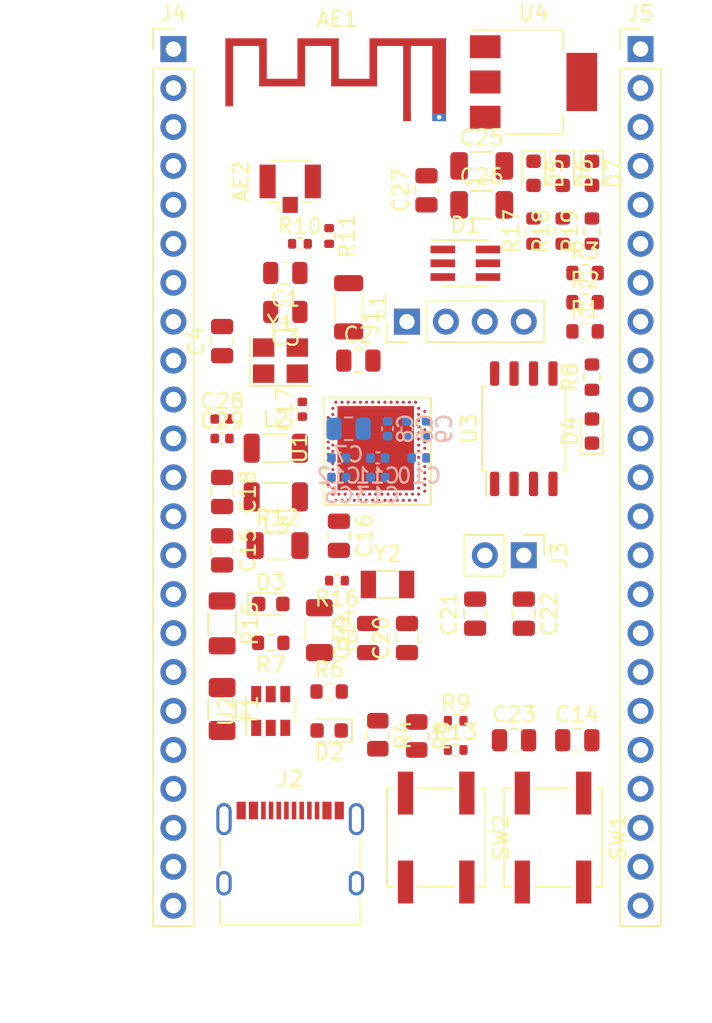
<source format=kicad_pcb>
(kicad_pcb (version 20171130) (host pcbnew 5.1.10)

  (general
    (thickness 1.6)
    (drawings 3)
    (tracks 0)
    (zones 0)
    (modules 73)
    (nets 87)
  )

  (page A4)
  (layers
    (0 F.Cu signal)
    (31 B.Cu signal)
    (32 B.Adhes user)
    (33 F.Adhes user)
    (34 B.Paste user)
    (35 F.Paste user)
    (36 B.SilkS user)
    (37 F.SilkS user)
    (38 B.Mask user)
    (39 F.Mask user)
    (40 Dwgs.User user)
    (41 Cmts.User user)
    (42 Eco1.User user)
    (43 Eco2.User user)
    (44 Edge.Cuts user)
    (45 Margin user)
    (46 B.CrtYd user)
    (47 F.CrtYd user)
    (48 B.Fab user)
    (49 F.Fab user)
  )

  (setup
    (last_trace_width 0.25)
    (trace_clearance 0.2)
    (zone_clearance 0.508)
    (zone_45_only no)
    (trace_min 0.1)
    (via_size 0.8)
    (via_drill 0.4)
    (via_min_size 0.2)
    (via_min_drill 0.3)
    (uvia_size 0.3)
    (uvia_drill 0.1)
    (uvias_allowed no)
    (uvia_min_size 0.1)
    (uvia_min_drill 0.1)
    (edge_width 0.05)
    (segment_width 0.2)
    (pcb_text_width 0.3)
    (pcb_text_size 1.5 1.5)
    (mod_edge_width 0.12)
    (mod_text_size 1 1)
    (mod_text_width 0.15)
    (pad_size 5.5 5)
    (pad_drill 0)
    (pad_to_mask_clearance 0)
    (aux_axis_origin 0 0)
    (visible_elements FFFFFF7F)
    (pcbplotparams
      (layerselection 0x010fc_ffffffff)
      (usegerberextensions false)
      (usegerberattributes true)
      (usegerberadvancedattributes true)
      (creategerberjobfile true)
      (excludeedgelayer true)
      (linewidth 0.100000)
      (plotframeref false)
      (viasonmask false)
      (mode 1)
      (useauxorigin false)
      (hpglpennumber 1)
      (hpglpenspeed 20)
      (hpglpendiameter 15.000000)
      (psnegative false)
      (psa4output false)
      (plotreference true)
      (plotvalue true)
      (plotinvisibletext false)
      (padsonsilk false)
      (subtractmaskfromsilk false)
      (outputformat 1)
      (mirror false)
      (drillshape 1)
      (scaleselection 1)
      (outputdirectory ""))
  )

  (net 0 "")
  (net 1 "Net-(D2-Pad2)")
  (net 2 "Net-(D3-Pad2)")
  (net 3 "Net-(AE1-Pad1)")
  (net 4 "Net-(AE2-Pad1)")
  (net 5 GNDREF)
  (net 6 "Net-(C1-Pad1)")
  (net 7 "Net-(C2-Pad1)")
  (net 8 "Net-(C3-Pad1)")
  (net 9 "Net-(C4-Pad1)")
  (net 10 VDD)
  (net 11 "Net-(C14-Pad1)")
  (net 12 "Net-(C15-Pad1)")
  (net 13 "Net-(C16-Pad1)")
  (net 14 "Net-(C17-Pad1)")
  (net 15 "Net-(C18-Pad1)")
  (net 16 "Net-(C19-Pad1)")
  (net 17 "Net-(C20-Pad1)")
  (net 18 "Net-(C21-Pad2)")
  (net 19 "Net-(C22-Pad1)")
  (net 20 VBUS)
  (net 21 /DCC)
  (net 22 "Net-(D1-Pad4)")
  (net 23 "Net-(D1-Pad5)")
  (net 24 "Net-(D1-Pad6)")
  (net 25 "Net-(D4-Pad2)")
  (net 26 "Net-(D5-Pad2)")
  (net 27 "Net-(D6-Pad2)")
  (net 28 "Net-(D7-Pad2)")
  (net 29 "Net-(F1-Pad2)")
  (net 30 "Net-(J1-Pad3)")
  (net 31 "Net-(J1-Pad2)")
  (net 32 "Net-(J2-PadA5)")
  (net 33 "Net-(J2-PadA7)")
  (net 34 "Net-(J2-PadA6)")
  (net 35 "Net-(J2-PadB5)")
  (net 36 /P1.15)
  (net 37 /P1.14)
  (net 38 /P1.13)
  (net 39 /P1.12)
  (net 40 /P1.11)
  (net 41 /P1.10)
  (net 42 /P1.9)
  (net 43 /P1.7)
  (net 44 /P1.6)
  (net 45 /P1.5)
  (net 46 /P1.4)
  (net 47 /P1.3)
  (net 48 /P1.2)
  (net 49 /P1.1)
  (net 50 /P1.0)
  (net 51 /P0.4)
  (net 52 /P0.5)
  (net 53 /P0.6)
  (net 54 /P0.7)
  (net 55 /P0.8)
  (net 56 /P0.9)
  (net 57 /P0.10)
  (net 58 /P0.11)
  (net 59 /P0.12)
  (net 60 /R_LED)
  (net 61 /G_LED)
  (net 62 /B_LED)
  (net 63 /P0.23)
  (net 64 /P0.24)
  (net 65 /P0.25)
  (net 66 /P0.26)
  (net 67 /P0.27)
  (net 68 /P0.28)
  (net 69 /P0.29)
  (net 70 /P0.30)
  (net 71 /P0.31)
  (net 72 "Net-(L2-Pad2)")
  (net 73 "Net-(L3-Pad2)")
  (net 74 "Net-(R15-Pad2)")
  (net 75 /QSPI_0)
  (net 76 "Net-(R12-Pad1)")
  (net 77 "Net-(R14-Pad2)")
  (net 78 /D+)
  (net 79 /QSPI_3)
  (net 80 /QSPI_2)
  (net 81 /QSPI_CS)
  (net 82 /QSPI_1)
  (net 83 /QSPI_CLK)
  (net 84 /P1.8)
  (net 85 "Net-(U1-PadA27)")
  (net 86 "Net-(C23-Pad1)")

  (net_class Default "This is the default net class."
    (clearance 0.2)
    (trace_width 0.25)
    (via_dia 0.8)
    (via_drill 0.4)
    (uvia_dia 0.3)
    (uvia_drill 0.1)
    (add_net /B_LED)
    (add_net /D-)
    (add_net /DCC)
    (add_net /G_LED)
    (add_net /P0.10)
    (add_net /P0.11)
    (add_net /P0.12)
    (add_net /P0.23)
    (add_net /P0.24)
    (add_net /P0.25)
    (add_net /P0.26)
    (add_net /P0.27)
    (add_net /P0.28)
    (add_net /P0.29)
    (add_net /P0.30)
    (add_net /P0.31)
    (add_net /P0.4)
    (add_net /P0.5)
    (add_net /P0.6)
    (add_net /P0.7)
    (add_net /P0.8)
    (add_net /P0.9)
    (add_net /P1.0)
    (add_net /P1.1)
    (add_net /P1.10)
    (add_net /P1.11)
    (add_net /P1.12)
    (add_net /P1.13)
    (add_net /P1.14)
    (add_net /P1.15)
    (add_net /P1.2)
    (add_net /P1.3)
    (add_net /P1.4)
    (add_net /P1.5)
    (add_net /P1.6)
    (add_net /P1.7)
    (add_net /P1.8)
    (add_net /P1.9)
    (add_net /QSPI_0)
    (add_net /QSPI_1)
    (add_net /QSPI_2)
    (add_net /QSPI_3)
    (add_net /QSPI_CLK)
    (add_net /QSPI_CS)
    (add_net /RESET)
    (add_net /R_LED)
    (add_net /USER_BUT)
    (add_net GNDREF)
    (add_net "Net-(AE1-Pad1)")
    (add_net "Net-(AE2-Pad1)")
    (add_net "Net-(C1-Pad1)")
    (add_net "Net-(C14-Pad1)")
    (add_net "Net-(C15-Pad1)")
    (add_net "Net-(C16-Pad1)")
    (add_net "Net-(C17-Pad1)")
    (add_net "Net-(C18-Pad1)")
    (add_net "Net-(C19-Pad1)")
    (add_net "Net-(C2-Pad1)")
    (add_net "Net-(C20-Pad1)")
    (add_net "Net-(C21-Pad2)")
    (add_net "Net-(C22-Pad1)")
    (add_net "Net-(C23-Pad1)")
    (add_net "Net-(C3-Pad1)")
    (add_net "Net-(C4-Pad1)")
    (add_net "Net-(D1-Pad4)")
    (add_net "Net-(D1-Pad5)")
    (add_net "Net-(D1-Pad6)")
    (add_net "Net-(D2-Pad2)")
    (add_net "Net-(D3-Pad2)")
    (add_net "Net-(D4-Pad2)")
    (add_net "Net-(D5-Pad2)")
    (add_net "Net-(D6-Pad2)")
    (add_net "Net-(D7-Pad2)")
    (add_net "Net-(F1-Pad2)")
    (add_net "Net-(J1-Pad2)")
    (add_net "Net-(J1-Pad3)")
    (add_net "Net-(J2-PadA5)")
    (add_net "Net-(J2-PadA6)")
    (add_net "Net-(J2-PadA7)")
    (add_net "Net-(J2-PadA8)")
    (add_net "Net-(J2-PadB5)")
    (add_net "Net-(J2-PadB8)")
    (add_net "Net-(L2-Pad2)")
    (add_net "Net-(L3-Pad2)")
    (add_net "Net-(R1-Pad2)")
    (add_net "Net-(R12-Pad1)")
    (add_net "Net-(R14-Pad2)")
    (add_net "Net-(R15-Pad2)")
    (add_net "Net-(R2-Pad2)")
    (add_net "Net-(R3-Pad2)")
    (add_net "Net-(U1-PadA27)")
    (add_net "Net-(U1-PadAC31)")
    (add_net "Net-(U1-PadAG31)")
    (add_net "Net-(U1-PadB2)")
    (add_net "Net-(U1-PadB4)")
    (add_net "Net-(U1-PadJ1)")
    (add_net VBUS)
    (add_net VDD)
  )

  (net_class QFN ""
    (clearance 0.1)
    (trace_width 0.2)
    (via_dia 0.8)
    (via_drill 0.4)
    (uvia_dia 0.3)
    (uvia_drill 0.1)
    (add_net /D+)
  )

  (module Capacitor_SMD:C_0805_2012Metric (layer F.Cu) (tedit 5F68FEEE) (tstamp 60B926C6)
    (at 95.885 102.235)
    (descr "Capacitor SMD 0805 (2012 Metric), square (rectangular) end terminal, IPC_7351 nominal, (Body size source: IPC-SM-782 page 76, https://www.pcb-3d.com/wordpress/wp-content/uploads/ipc-sm-782a_amendment_1_and_2.pdf, https://docs.google.com/spreadsheets/d/1BsfQQcO9C6DZCsRaXUlFlo91Tg2WpOkGARC1WS5S8t0/edit?usp=sharing), generated with kicad-footprint-generator")
    (tags capacitor)
    (path /60D4D75B)
    (attr smd)
    (fp_text reference C23 (at 0 -1.68) (layer F.SilkS)
      (effects (font (size 1 1) (thickness 0.15)))
    )
    (fp_text value 5uF (at 0 1.68) (layer F.Fab)
      (effects (font (size 1 1) (thickness 0.15)))
    )
    (fp_text user %R (at 0 0) (layer F.Fab)
      (effects (font (size 0.5 0.5) (thickness 0.08)))
    )
    (fp_line (start -1 0.625) (end -1 -0.625) (layer F.Fab) (width 0.1))
    (fp_line (start -1 -0.625) (end 1 -0.625) (layer F.Fab) (width 0.1))
    (fp_line (start 1 -0.625) (end 1 0.625) (layer F.Fab) (width 0.1))
    (fp_line (start 1 0.625) (end -1 0.625) (layer F.Fab) (width 0.1))
    (fp_line (start -0.261252 -0.735) (end 0.261252 -0.735) (layer F.SilkS) (width 0.12))
    (fp_line (start -0.261252 0.735) (end 0.261252 0.735) (layer F.SilkS) (width 0.12))
    (fp_line (start -1.7 0.98) (end -1.7 -0.98) (layer F.CrtYd) (width 0.05))
    (fp_line (start -1.7 -0.98) (end 1.7 -0.98) (layer F.CrtYd) (width 0.05))
    (fp_line (start 1.7 -0.98) (end 1.7 0.98) (layer F.CrtYd) (width 0.05))
    (fp_line (start 1.7 0.98) (end -1.7 0.98) (layer F.CrtYd) (width 0.05))
    (pad 2 smd roundrect (at 0.95 0) (size 1 1.45) (layers F.Cu F.Paste F.Mask) (roundrect_rratio 0.25)
      (net 5 GNDREF))
    (pad 1 smd roundrect (at -0.95 0) (size 1 1.45) (layers F.Cu F.Paste F.Mask) (roundrect_rratio 0.25)
      (net 86 "Net-(C23-Pad1)"))
    (model ${KISYS3DMOD}/Capacitor_SMD.3dshapes/C_0805_2012Metric.wrl
      (at (xyz 0 0 0))
      (scale (xyz 1 1 1))
      (rotate (xyz 0 0 0))
    )
  )

  (module dev_board_5340:Nordic_aQFN94_7x7mm_P0.4mm (layer F.Cu) (tedit 60B89D61) (tstamp 60B8BD5A)
    (at 86.36 83.185 90)
    (descr http://infocenter.nordicsemi.com/index.jsp?topic=%2Fcom.nordic.infocenter.nrf52%2Fdita%2Fnrf52%2Fchips%2Fnrf52840.html)
    (tags "AQFN 7mm ")
    (path /60B79876)
    (solder_mask_margin 0.1)
    (solder_paste_margin -0.1)
    (clearance 0.1)
    (attr smd)
    (fp_text reference U1 (at 0 -4.5 90) (layer F.SilkS)
      (effects (font (size 1 1) (thickness 0.15)))
    )
    (fp_text value nrf5340 (at 0.03 5.72 90) (layer F.Fab)
      (effects (font (size 1 1) (thickness 0.15)))
    )
    (fp_line (start 3.3 -2.9) (end -3.7 -2.9) (layer F.SilkS) (width 0.12))
    (fp_line (start -3.7 -2.9) (end -3.7 4.1) (layer F.SilkS) (width 0.12))
    (fp_line (start -3.7 4.1) (end 3.3 4.1) (layer F.SilkS) (width 0.12))
    (fp_line (start 3.3 4.1) (end 3.3 -2.9) (layer F.SilkS) (width 0.12))
    (pad AK2 smd circle (at -3 3.3 180) (size 0.2 0.2) (layers F.Cu F.Mask)
      (net 57 /P0.10))
    (pad AH2 smd circle (at -3 2.9 180) (size 0.2 0.2) (layers F.Cu F.Mask)
      (net 55 /P0.8))
    (pad AF2 smd circle (at -3 2.5 180) (size 0.2 0.2) (layers F.Cu F.Mask)
      (net 47 /P1.3))
    (pad AD2 smd circle (at -3 2.1 180) (size 0.2 0.2) (layers F.Cu F.Mask)
      (net 54 /P0.7))
    (pad AB2 smd circle (at -3 1.7 180) (size 0.2 0.2) (layers F.Cu F.Mask)
      (net 53 /P0.6))
    (pad Y2 smd circle (at -3 1.3 180) (size 0.2 0.2) (layers F.Cu F.Mask)
      (net 52 /P0.5))
    (pad V2 smd circle (at -3 0.9 180) (size 0.2 0.2) (layers F.Cu F.Mask)
      (net 51 /P0.4))
    (pad T2 smd circle (at -3 0.5 180) (size 0.2 0.2) (layers F.Cu F.Mask))
    (pad P2 smd circle (at -3 0.1 180) (size 0.2 0.2) (layers F.Cu F.Mask)
      (net 49 /P1.1))
    (pad M2 smd circle (at -3 -0.3 180) (size 0.2 0.2) (layers F.Cu F.Mask)
      (net 50 /P1.0))
    (pad K2 smd circle (at -3 -0.7 180) (size 0.2 0.2) (layers F.Cu F.Mask))
    (pad H2 smd circle (at -3 -1.1 180) (size 0.2 0.2) (layers F.Cu F.Mask)
      (net 5 GNDREF))
    (pad F2 smd circle (at -3 -1.5 180) (size 0.2 0.2) (layers F.Cu F.Mask))
    (pad D2 smd circle (at -3 -1.9 180) (size 0.2 0.2) (layers F.Cu F.Mask))
    (pad AE1 smd circle (at -3.4 2.3 270) (size 0.2 0.2) (layers F.Cu F.Mask)
      (net 48 /P1.2))
    (pad AA1 smd circle (at -3.4 1.5) (size 0.2 0.2) (layers F.Cu F.Mask)
      (net 19 "Net-(C22-Pad1)"))
    (pad U1 smd circle (at -3.4 0.7 270) (size 0.2 0.2) (layers F.Cu F.Mask)
      (net 10 VDD))
    (pad R1 smd circle (at -3.4 0.3 270) (size 0.2 0.2) (layers F.Cu F.Mask)
      (net 17 "Net-(C20-Pad1)"))
    (pad AJ1 smd circle (at -3.4 3.1 270) (size 0.2 0.2) (layers F.Cu F.Mask)
      (net 56 /P0.9))
    (pad W1 smd circle (at -3.4 1.1 270) (size 0.2 0.2) (layers F.Cu F.Mask)
      (net 18 "Net-(C21-Pad2)"))
    (pad AG1 smd circle (at -3.4 2.7 270) (size 0.2 0.2) (layers F.Cu F.Mask)
      (net 10 VDD))
    (pad AC1 smd circle (at -3.4 1.9 270) (size 0.2 0.2) (layers F.Cu F.Mask)
      (net 10 VDD))
    (pad E1 smd circle (at -3.4 -1.7 270) (size 0.2 0.2) (layers F.Cu F.Mask)
      (net 10 VDD))
    (pad C1 smd circle (at -3.4 -2.1 270) (size 0.2 0.2) (layers F.Cu F.Mask)
      (net 10 VDD))
    (pad N1 smd circle (at -3.4 -0.1 270) (size 0.2 0.2) (layers F.Cu F.Mask)
      (net 16 "Net-(C19-Pad1)"))
    (pad L1 smd circle (at -3.4 -0.5 270) (size 0.2 0.2) (layers F.Cu F.Mask)
      (net 10 VDD))
    (pad J1 smd circle (at -3.4 -0.9 270) (size 0.2 0.2) (layers F.Cu F.Mask))
    (pad G1 smd circle (at -3.4 -1.3 270) (size 0.2 0.2) (layers F.Cu F.Mask)
      (net 5 GNDREF))
    (pad B30 smd circle (at 2.6 -2.3 270) (size 0.2 0.2) (layers F.Cu F.Mask)
      (net 9 "Net-(C4-Pad1)"))
    (pad R31 smd circle (at 3 0.3 270) (size 0.2 0.2) (layers F.Cu F.Mask)
      (net 41 /P1.10))
    (pad AC31 smd circle (at 3 1.9 270) (size 0.2 0.2) (layers F.Cu F.Mask))
    (pad E31 smd circle (at 3 -1.7 270) (size 0.2 0.2) (layers F.Cu F.Mask)
      (net 10 VDD))
    (pad C31 smd circle (at 3 -2.1 270) (size 0.2 0.2) (layers F.Cu F.Mask)
      (net 8 "Net-(C3-Pad1)"))
    (pad W31 smd circle (at 3 1.1) (size 0.2 0.2) (layers F.Cu F.Mask)
      (net 31 "Net-(J1-Pad2)"))
    (pad U31 smd circle (at 3 0.7 270) (size 0.2 0.2) (layers F.Cu F.Mask)
      (net 69 /P0.29))
    (pad AE31 smd circle (at 3 2.3 270) (size 0.2 0.2) (layers F.Cu F.Mask)
      (net 68 /P0.28))
    (pad G31 smd circle (at 3 -1.3 270) (size 0.2 0.2) (layers F.Cu F.Mask)
      (net 85 "Net-(U1-PadA27)"))
    (pad J31 smd circle (at 3 -0.9 270) (size 0.2 0.2) (layers F.Cu F.Mask)
      (net 5 GNDREF))
    (pad AG31 smd circle (at 3 2.7 270) (size 0.2 0.2) (layers F.Cu F.Mask))
    (pad AJ31 smd circle (at 3 3.1 270) (size 0.2 0.2) (layers F.Cu F.Mask)
      (net 10 VDD))
    (pad AA31 smd circle (at 3 1.5 270) (size 0.2 0.2) (layers F.Cu F.Mask)
      (net 30 "Net-(J1-Pad3)"))
    (pad N31 smd circle (at 3 -0.1 270) (size 0.2 0.2) (layers F.Cu F.Mask)
      (net 10 VDD))
    (pad L31 smd circle (at 3 -0.5 270) (size 0.2 0.2) (layers F.Cu F.Mask)
      (net 7 "Net-(C2-Pad1)"))
    (pad AL17 smd circle (at 0 3.7 180) (size 0.2 0.2) (layers F.Cu F.Mask)
      (net 10 VDD))
    (pad AL9 smd circle (at -1.6 3.7 180) (size 0.2 0.2) (layers F.Cu F.Mask)
      (net 79 /QSPI_3))
    (pad AL27 smd circle (at 2 3.7 180) (size 0.2 0.2) (layers F.Cu F.Mask)
      (net 64 /P0.24))
    (pad AL29 smd circle (at 2.4 3.7 180) (size 0.2 0.2) (layers F.Cu F.Mask)
      (net 66 /P0.26))
    (pad AL13 smd circle (at -0.8 3.7 180) (size 0.2 0.2) (layers F.Cu F.Mask))
    (pad AL15 smd circle (at -0.4 3.7 180) (size 0.2 0.2) (layers F.Cu F.Mask)
      (net 61 /G_LED))
    (pad AL7 smd circle (at -2 3.7 180) (size 0.2 0.2) (layers F.Cu F.Mask)
      (net 10 VDD))
    (pad AL25 smd circle (at 1.6 3.7 180) (size 0.2 0.2) (layers F.Cu F.Mask)
      (net 10 VDD))
    (pad AL23 smd circle (at 1.2 3.7 180) (size 0.2 0.2) (layers F.Cu F.Mask)
      (net 84 /P1.8))
    (pad AL5 smd circle (at -2.4 3.7 180) (size 0.2 0.2) (layers F.Cu F.Mask)
      (net 75 /QSPI_0))
    (pad AL3 smd circle (at -2.8 3.7 180) (size 0.2 0.2) (layers F.Cu F.Mask)
      (net 10 VDD))
    (pad AL11 smd circle (at -1.2 3.7 180) (size 0.2 0.2) (layers F.Cu F.Mask)
      (net 10 VDD))
    (pad AL19 smd circle (at 0.4 3.7 180) (size 0.2 0.2) (layers F.Cu F.Mask)
      (net 46 /P1.4))
    (pad AL21 smd circle (at 0.8 3.7 180) (size 0.2 0.2) (layers F.Cu F.Mask)
      (net 44 /P1.6))
    (pad A17 smd circle (at 0 -2.6 180) (size 0.2 0.2) (layers F.Cu F.Mask)
      (net 38 /P1.13))
    (pad A27 smd circle (at 2 -2.6 180) (size 0.2 0.2) (layers F.Cu F.Mask)
      (net 85 "Net-(U1-PadA27)"))
    (pad A13 smd circle (at -0.8 -2.6 180) (size 0.2 0.2) (layers F.Cu F.Mask)
      (net 15 "Net-(C18-Pad1)"))
    (pad A15 smd circle (at -0.4 -2.6 180) (size 0.2 0.2) (layers F.Cu F.Mask)
      (net 12 "Net-(C15-Pad1)"))
    (pad A25 smd circle (at 1.6 -2.6 180) (size 0.2 0.2) (layers F.Cu F.Mask)
      (net 5 GNDREF))
    (pad A23 smd circle (at 1.2 -2.6 180) (size 0.2 0.2) (layers F.Cu F.Mask)
      (net 14 "Net-(C17-Pad1)"))
    (pad A5 smd circle (at -2.4 -2.6 180) (size 0.2 0.2) (layers F.Cu F.Mask)
      (net 76 "Net-(R12-Pad1)"))
    (pad A19 smd circle (at 0.4 -2.6 180) (size 0.2 0.2) (layers F.Cu F.Mask)
      (net 10 VDD))
    (pad A21 smd circle (at 0.8 -2.6 180) (size 0.2 0.2) (layers F.Cu F.Mask)
      (net 72 "Net-(L2-Pad2)"))
    (pad AK18 smd circle (at 0.2 3.3 180) (size 0.2 0.2) (layers F.Cu F.Mask)
      (net 62 /B_LED))
    (pad AK10 smd circle (at -1.4 3.3 180) (size 0.2 0.2) (layers F.Cu F.Mask)
      (net 80 /QSPI_2))
    (pad AK28 smd circle (at 2.2 3.3 180) (size 0.2 0.2) (layers F.Cu F.Mask)
      (net 65 /P0.25))
    (pad AK30 smd circle (at 2.6 3.3 180) (size 0.2 0.2) (layers F.Cu F.Mask)
      (net 67 /P0.27))
    (pad AK14 smd circle (at -0.6 3.3 180) (size 0.2 0.2) (layers F.Cu F.Mask)
      (net 81 /QSPI_CS))
    (pad AK16 smd circle (at -0.2 3.3 180) (size 0.2 0.2) (layers F.Cu F.Mask)
      (net 60 /R_LED))
    (pad AK8 smd circle (at -1.8 3.3 180) (size 0.2 0.2) (layers F.Cu F.Mask)
      (net 82 /QSPI_1))
    (pad AK26 smd circle (at 1.8 3.3 180) (size 0.2 0.2) (layers F.Cu F.Mask)
      (net 42 /P1.9))
    (pad AK24 smd circle (at 1.4 3.3 180) (size 0.2 0.2) (layers F.Cu F.Mask)
      (net 43 /P1.7))
    (pad AK6 smd circle (at -2.2 3.3 180) (size 0.2 0.2) (layers F.Cu F.Mask)
      (net 59 /P0.12))
    (pad AK4 smd circle (at -2.6 3.3 180) (size 0.2 0.2) (layers F.Cu F.Mask)
      (net 58 /P0.11))
    (pad AK12 smd circle (at -1 3.3 180) (size 0.2 0.2) (layers F.Cu F.Mask)
      (net 83 /QSPI_CLK))
    (pad AK20 smd circle (at 0.6 3.3 180) (size 0.2 0.2) (layers F.Cu F.Mask)
      (net 63 /P0.23))
    (pad AK22 smd circle (at 1 3.3 180) (size 0.2 0.2) (layers F.Cu F.Mask)
      (net 45 /P1.5))
    (pad B16 smd circle (at -0.2 -2.3 180) (size 0.2 0.2) (layers F.Cu F.Mask)
      (net 37 /P1.14))
    (pad B8 smd circle (at -1.8 -2.3 180) (size 0.2 0.2) (layers F.Cu F.Mask)
      (net 10 VDD))
    (pad B26 smd circle (at 1.8 -2.3 180) (size 0.2 0.2) (layers F.Cu F.Mask)
      (net 5 GNDREF))
    (pad B28 smd circle (at 2.2 -2.3 180) (size 0.2 0.2) (layers F.Cu F.Mask)
      (net 10 VDD))
    (pad B12 smd circle (at -1 -2.3 180) (size 0.2 0.2) (layers F.Cu F.Mask)
      (net 5 GNDREF))
    (pad B14 smd circle (at -0.6 -2.3 180) (size 0.2 0.2) (layers F.Cu F.Mask)
      (net 36 /P1.15))
    (pad B6 smd circle (at -2.2 -2.3 180) (size 0.2 0.2) (layers F.Cu F.Mask)
      (net 13 "Net-(C16-Pad1)"))
    (pad B24 smd circle (at 1.4 -2.3 180) (size 0.2 0.2) (layers F.Cu F.Mask)
      (net 70 /P0.30))
    (pad B22 smd circle (at 1 -2.3 180) (size 0.2 0.2) (layers F.Cu F.Mask)
      (net 71 /P0.31))
    (pad B4 smd circle (at -2.6 -2.3 180) (size 0.2 0.2) (layers F.Cu F.Mask))
    (pad B2 smd circle (at -3 -2.3 180) (size 0.2 0.2) (layers F.Cu F.Mask))
    (pad B10 smd circle (at -1.4 -2.3 180) (size 0.2 0.2) (layers F.Cu F.Mask)
      (net 73 "Net-(L3-Pad2)"))
    (pad B18 smd circle (at 0.2 -2.3 180) (size 0.2 0.2) (layers F.Cu F.Mask)
      (net 39 /P1.12))
    (pad B20 smd circle (at 0.6 -2.3 180) (size 0.2 0.2) (layers F.Cu F.Mask)
      (net 40 /P1.11))
    (pad VSS smd rect (at 0 0.5 270) (size 5.5 5) (layers F.Cu F.Mask)
      (net 5 GNDREF))
    (model ${KISYS3DMOD}/Package_DFN_QFN.3dshapes/Nordic_AQFN-73-1EP_7x7mm_P0.5mm.wrl
      (at (xyz 0 0 0))
      (scale (xyz 1 1 1))
      (rotate (xyz 0 0 0))
    )
  )

  (module Resistor_SMD:R_0603_1608Metric (layer F.Cu) (tedit 5F68FEEE) (tstamp 60BCDC4D)
    (at 100.965 69.025 90)
    (descr "Resistor SMD 0603 (1608 Metric), square (rectangular) end terminal, IPC_7351 nominal, (Body size source: IPC-SM-782 page 72, https://www.pcb-3d.com/wordpress/wp-content/uploads/ipc-sm-782a_amendment_1_and_2.pdf), generated with kicad-footprint-generator")
    (tags resistor)
    (path /6337A2C0)
    (attr smd)
    (fp_text reference R19 (at 0 -1.43 90) (layer F.SilkS)
      (effects (font (size 1 1) (thickness 0.15)))
    )
    (fp_text value 3k5 (at 0 1.43 90) (layer F.Fab)
      (effects (font (size 1 1) (thickness 0.15)))
    )
    (fp_line (start 1.48 0.73) (end -1.48 0.73) (layer F.CrtYd) (width 0.05))
    (fp_line (start 1.48 -0.73) (end 1.48 0.73) (layer F.CrtYd) (width 0.05))
    (fp_line (start -1.48 -0.73) (end 1.48 -0.73) (layer F.CrtYd) (width 0.05))
    (fp_line (start -1.48 0.73) (end -1.48 -0.73) (layer F.CrtYd) (width 0.05))
    (fp_line (start -0.237258 0.5225) (end 0.237258 0.5225) (layer F.SilkS) (width 0.12))
    (fp_line (start -0.237258 -0.5225) (end 0.237258 -0.5225) (layer F.SilkS) (width 0.12))
    (fp_line (start 0.8 0.4125) (end -0.8 0.4125) (layer F.Fab) (width 0.1))
    (fp_line (start 0.8 -0.4125) (end 0.8 0.4125) (layer F.Fab) (width 0.1))
    (fp_line (start -0.8 -0.4125) (end 0.8 -0.4125) (layer F.Fab) (width 0.1))
    (fp_line (start -0.8 0.4125) (end -0.8 -0.4125) (layer F.Fab) (width 0.1))
    (fp_text user %R (at 0 0 90) (layer F.Fab)
      (effects (font (size 0.4 0.4) (thickness 0.06)))
    )
    (pad 2 smd roundrect (at 0.825 0 90) (size 0.8 0.95) (layers F.Cu F.Paste F.Mask) (roundrect_rratio 0.25)
      (net 28 "Net-(D7-Pad2)"))
    (pad 1 smd roundrect (at -0.825 0 90) (size 0.8 0.95) (layers F.Cu F.Paste F.Mask) (roundrect_rratio 0.25)
      (net 65 /P0.25))
    (model ${KISYS3DMOD}/Resistor_SMD.3dshapes/R_0603_1608Metric.wrl
      (at (xyz 0 0 0))
      (scale (xyz 1 1 1))
      (rotate (xyz 0 0 0))
    )
  )

  (module Resistor_SMD:R_0603_1608Metric (layer F.Cu) (tedit 5F68FEEE) (tstamp 60BCDB1B)
    (at 100.52 75.565)
    (descr "Resistor SMD 0603 (1608 Metric), square (rectangular) end terminal, IPC_7351 nominal, (Body size source: IPC-SM-782 page 72, https://www.pcb-3d.com/wordpress/wp-content/uploads/ipc-sm-782a_amendment_1_and_2.pdf), generated with kicad-footprint-generator")
    (tags resistor)
    (path /60CE5B0A)
    (attr smd)
    (fp_text reference R1 (at 0 -1.43) (layer F.SilkS)
      (effects (font (size 1 1) (thickness 0.15)))
    )
    (fp_text value 3k5 (at 0 1.43) (layer F.Fab)
      (effects (font (size 1 1) (thickness 0.15)))
    )
    (fp_line (start 1.48 0.73) (end -1.48 0.73) (layer F.CrtYd) (width 0.05))
    (fp_line (start 1.48 -0.73) (end 1.48 0.73) (layer F.CrtYd) (width 0.05))
    (fp_line (start -1.48 -0.73) (end 1.48 -0.73) (layer F.CrtYd) (width 0.05))
    (fp_line (start -1.48 0.73) (end -1.48 -0.73) (layer F.CrtYd) (width 0.05))
    (fp_line (start -0.237258 0.5225) (end 0.237258 0.5225) (layer F.SilkS) (width 0.12))
    (fp_line (start -0.237258 -0.5225) (end 0.237258 -0.5225) (layer F.SilkS) (width 0.12))
    (fp_line (start 0.8 0.4125) (end -0.8 0.4125) (layer F.Fab) (width 0.1))
    (fp_line (start 0.8 -0.4125) (end 0.8 0.4125) (layer F.Fab) (width 0.1))
    (fp_line (start -0.8 -0.4125) (end 0.8 -0.4125) (layer F.Fab) (width 0.1))
    (fp_line (start -0.8 0.4125) (end -0.8 -0.4125) (layer F.Fab) (width 0.1))
    (fp_text user %R (at 0 0) (layer F.Fab)
      (effects (font (size 0.4 0.4) (thickness 0.06)))
    )
    (pad 2 smd roundrect (at 0.825 0) (size 0.8 0.95) (layers F.Cu F.Paste F.Mask) (roundrect_rratio 0.25))
    (pad 1 smd roundrect (at -0.825 0) (size 0.8 0.95) (layers F.Cu F.Paste F.Mask) (roundrect_rratio 0.25)
      (net 22 "Net-(D1-Pad4)"))
    (model ${KISYS3DMOD}/Resistor_SMD.3dshapes/R_0603_1608Metric.wrl
      (at (xyz 0 0 0))
      (scale (xyz 1 1 1))
      (rotate (xyz 0 0 0))
    )
  )

  (module Resistor_SMD:R_0805_2012Metric (layer F.Cu) (tedit 5F68FEEE) (tstamp 60BCDB5F)
    (at 89.535 101.9575 270)
    (descr "Resistor SMD 0805 (2012 Metric), square (rectangular) end terminal, IPC_7351 nominal, (Body size source: IPC-SM-782 page 72, https://www.pcb-3d.com/wordpress/wp-content/uploads/ipc-sm-782a_amendment_1_and_2.pdf), generated with kicad-footprint-generator")
    (tags resistor)
    (path /60BEC4E2)
    (attr smd)
    (fp_text reference R5 (at 0 -1.65 90) (layer F.SilkS)
      (effects (font (size 1 1) (thickness 0.15)))
    )
    (fp_text value R_Small (at 0 1.65 90) (layer F.Fab)
      (effects (font (size 1 1) (thickness 0.15)))
    )
    (fp_line (start -1 0.625) (end -1 -0.625) (layer F.Fab) (width 0.1))
    (fp_line (start -1 -0.625) (end 1 -0.625) (layer F.Fab) (width 0.1))
    (fp_line (start 1 -0.625) (end 1 0.625) (layer F.Fab) (width 0.1))
    (fp_line (start 1 0.625) (end -1 0.625) (layer F.Fab) (width 0.1))
    (fp_line (start -0.227064 -0.735) (end 0.227064 -0.735) (layer F.SilkS) (width 0.12))
    (fp_line (start -0.227064 0.735) (end 0.227064 0.735) (layer F.SilkS) (width 0.12))
    (fp_line (start -1.68 0.95) (end -1.68 -0.95) (layer F.CrtYd) (width 0.05))
    (fp_line (start -1.68 -0.95) (end 1.68 -0.95) (layer F.CrtYd) (width 0.05))
    (fp_line (start 1.68 -0.95) (end 1.68 0.95) (layer F.CrtYd) (width 0.05))
    (fp_line (start 1.68 0.95) (end -1.68 0.95) (layer F.CrtYd) (width 0.05))
    (fp_text user %R (at 0 0 90) (layer F.Fab)
      (effects (font (size 0.5 0.5) (thickness 0.08)))
    )
    (pad 2 smd roundrect (at 0.9125 0 270) (size 1.025 1.4) (layers F.Cu F.Paste F.Mask) (roundrect_rratio 0.243902)
      (net 35 "Net-(J2-PadB5)"))
    (pad 1 smd roundrect (at -0.9125 0 270) (size 1.025 1.4) (layers F.Cu F.Paste F.Mask) (roundrect_rratio 0.243902)
      (net 5 GNDREF))
    (model ${KISYS3DMOD}/Resistor_SMD.3dshapes/R_0805_2012Metric.wrl
      (at (xyz 0 0 0))
      (scale (xyz 1 1 1))
      (rotate (xyz 0 0 0))
    )
  )

  (module Capacitor_SMD:C_0402_1005Metric (layer B.Cu) (tedit 5F68FEEE) (tstamp 60BCD83E)
    (at 90.17 81.915 90)
    (descr "Capacitor SMD 0402 (1005 Metric), square (rectangular) end terminal, IPC_7351 nominal, (Body size source: IPC-SM-782 page 76, https://www.pcb-3d.com/wordpress/wp-content/uploads/ipc-sm-782a_amendment_1_and_2.pdf), generated with kicad-footprint-generator")
    (tags capacitor)
    (path /60D99513)
    (attr smd)
    (fp_text reference C9 (at 0 1.16 90) (layer B.SilkS)
      (effects (font (size 1 1) (thickness 0.15)) (justify mirror))
    )
    (fp_text value 1uF (at 0 -1.16 90) (layer B.Fab)
      (effects (font (size 1 1) (thickness 0.15)) (justify mirror))
    )
    (fp_line (start -0.5 -0.25) (end -0.5 0.25) (layer B.Fab) (width 0.1))
    (fp_line (start -0.5 0.25) (end 0.5 0.25) (layer B.Fab) (width 0.1))
    (fp_line (start 0.5 0.25) (end 0.5 -0.25) (layer B.Fab) (width 0.1))
    (fp_line (start 0.5 -0.25) (end -0.5 -0.25) (layer B.Fab) (width 0.1))
    (fp_line (start -0.107836 0.36) (end 0.107836 0.36) (layer B.SilkS) (width 0.12))
    (fp_line (start -0.107836 -0.36) (end 0.107836 -0.36) (layer B.SilkS) (width 0.12))
    (fp_line (start -0.91 -0.46) (end -0.91 0.46) (layer B.CrtYd) (width 0.05))
    (fp_line (start -0.91 0.46) (end 0.91 0.46) (layer B.CrtYd) (width 0.05))
    (fp_line (start 0.91 0.46) (end 0.91 -0.46) (layer B.CrtYd) (width 0.05))
    (fp_line (start 0.91 -0.46) (end -0.91 -0.46) (layer B.CrtYd) (width 0.05))
    (fp_text user %R (at 0 0 90) (layer B.Fab)
      (effects (font (size 0.25 0.25) (thickness 0.04)) (justify mirror))
    )
    (pad 2 smd roundrect (at 0.48 0 90) (size 0.56 0.62) (layers B.Cu B.Paste B.Mask) (roundrect_rratio 0.25)
      (net 5 GNDREF))
    (pad 1 smd roundrect (at -0.48 0 90) (size 0.56 0.62) (layers B.Cu B.Paste B.Mask) (roundrect_rratio 0.25)
      (net 10 VDD))
    (model ${KISYS3DMOD}/Capacitor_SMD.3dshapes/C_0402_1005Metric.wrl
      (at (xyz 0 0 0))
      (scale (xyz 1 1 1))
      (rotate (xyz 0 0 0))
    )
  )

  (module Capacitor_SMD:C_0402_1005Metric (layer B.Cu) (tedit 5F68FEEE) (tstamp 60BCD882)
    (at 86.995 85.09)
    (descr "Capacitor SMD 0402 (1005 Metric), square (rectangular) end terminal, IPC_7351 nominal, (Body size source: IPC-SM-782 page 76, https://www.pcb-3d.com/wordpress/wp-content/uploads/ipc-sm-782a_amendment_1_and_2.pdf), generated with kicad-footprint-generator")
    (tags capacitor)
    (path /60B5A00C)
    (attr smd)
    (fp_text reference C13 (at 0 1.16) (layer B.SilkS)
      (effects (font (size 1 1) (thickness 0.15)) (justify mirror))
    )
    (fp_text value 1uF (at 0 -1.16) (layer B.Fab)
      (effects (font (size 1 1) (thickness 0.15)) (justify mirror))
    )
    (fp_line (start -0.5 -0.25) (end -0.5 0.25) (layer B.Fab) (width 0.1))
    (fp_line (start -0.5 0.25) (end 0.5 0.25) (layer B.Fab) (width 0.1))
    (fp_line (start 0.5 0.25) (end 0.5 -0.25) (layer B.Fab) (width 0.1))
    (fp_line (start 0.5 -0.25) (end -0.5 -0.25) (layer B.Fab) (width 0.1))
    (fp_line (start -0.107836 0.36) (end 0.107836 0.36) (layer B.SilkS) (width 0.12))
    (fp_line (start -0.107836 -0.36) (end 0.107836 -0.36) (layer B.SilkS) (width 0.12))
    (fp_line (start -0.91 -0.46) (end -0.91 0.46) (layer B.CrtYd) (width 0.05))
    (fp_line (start -0.91 0.46) (end 0.91 0.46) (layer B.CrtYd) (width 0.05))
    (fp_line (start 0.91 0.46) (end 0.91 -0.46) (layer B.CrtYd) (width 0.05))
    (fp_line (start 0.91 -0.46) (end -0.91 -0.46) (layer B.CrtYd) (width 0.05))
    (fp_text user %R (at 0 0) (layer B.Fab)
      (effects (font (size 0.25 0.25) (thickness 0.04)) (justify mirror))
    )
    (pad 2 smd roundrect (at 0.48 0) (size 0.56 0.62) (layers B.Cu B.Paste B.Mask) (roundrect_rratio 0.25)
      (net 5 GNDREF))
    (pad 1 smd roundrect (at -0.48 0) (size 0.56 0.62) (layers B.Cu B.Paste B.Mask) (roundrect_rratio 0.25)
      (net 10 VDD))
    (model ${KISYS3DMOD}/Capacitor_SMD.3dshapes/C_0402_1005Metric.wrl
      (at (xyz 0 0 0))
      (scale (xyz 1 1 1))
      (rotate (xyz 0 0 0))
    )
  )

  (module Capacitor_SMD:C_0805_2012Metric (layer F.Cu) (tedit 5F68FEEE) (tstamp 60BCD970)
    (at 90.17 66.36 90)
    (descr "Capacitor SMD 0805 (2012 Metric), square (rectangular) end terminal, IPC_7351 nominal, (Body size source: IPC-SM-782 page 76, https://www.pcb-3d.com/wordpress/wp-content/uploads/ipc-sm-782a_amendment_1_and_2.pdf, https://docs.google.com/spreadsheets/d/1BsfQQcO9C6DZCsRaXUlFlo91Tg2WpOkGARC1WS5S8t0/edit?usp=sharing), generated with kicad-footprint-generator")
    (tags capacitor)
    (path /617C11C4)
    (attr smd)
    (fp_text reference C27 (at 0 -1.68 90) (layer F.SilkS)
      (effects (font (size 1 1) (thickness 0.15)))
    )
    (fp_text value 1uF (at 0 1.68 90) (layer F.Fab)
      (effects (font (size 1 1) (thickness 0.15)))
    )
    (fp_line (start -1 0.625) (end -1 -0.625) (layer F.Fab) (width 0.1))
    (fp_line (start -1 -0.625) (end 1 -0.625) (layer F.Fab) (width 0.1))
    (fp_line (start 1 -0.625) (end 1 0.625) (layer F.Fab) (width 0.1))
    (fp_line (start 1 0.625) (end -1 0.625) (layer F.Fab) (width 0.1))
    (fp_line (start -0.261252 -0.735) (end 0.261252 -0.735) (layer F.SilkS) (width 0.12))
    (fp_line (start -0.261252 0.735) (end 0.261252 0.735) (layer F.SilkS) (width 0.12))
    (fp_line (start -1.7 0.98) (end -1.7 -0.98) (layer F.CrtYd) (width 0.05))
    (fp_line (start -1.7 -0.98) (end 1.7 -0.98) (layer F.CrtYd) (width 0.05))
    (fp_line (start 1.7 -0.98) (end 1.7 0.98) (layer F.CrtYd) (width 0.05))
    (fp_line (start 1.7 0.98) (end -1.7 0.98) (layer F.CrtYd) (width 0.05))
    (fp_text user %R (at 0 0 90) (layer F.Fab)
      (effects (font (size 0.5 0.5) (thickness 0.08)))
    )
    (pad 2 smd roundrect (at 0.95 0 90) (size 1 1.45) (layers F.Cu F.Paste F.Mask) (roundrect_rratio 0.25)
      (net 5 GNDREF))
    (pad 1 smd roundrect (at -0.95 0 90) (size 1 1.45) (layers F.Cu F.Paste F.Mask) (roundrect_rratio 0.25)
      (net 10 VDD))
    (model ${KISYS3DMOD}/Capacitor_SMD.3dshapes/C_0805_2012Metric.wrl
      (at (xyz 0 0 0))
      (scale (xyz 1 1 1))
      (rotate (xyz 0 0 0))
    )
  )

  (module Resistor_SMD:R_0402_1005Metric (layer F.Cu) (tedit 5F68FEEE) (tstamp 60BCDBC5)
    (at 83.82 69.34 270)
    (descr "Resistor SMD 0402 (1005 Metric), square (rectangular) end terminal, IPC_7351 nominal, (Body size source: IPC-SM-782 page 72, https://www.pcb-3d.com/wordpress/wp-content/uploads/ipc-sm-782a_amendment_1_and_2.pdf), generated with kicad-footprint-generator")
    (tags resistor)
    (path /616CBCED)
    (attr smd)
    (fp_text reference R11 (at 0 -1.17 90) (layer F.SilkS)
      (effects (font (size 1 1) (thickness 0.15)))
    )
    (fp_text value 0R0 (at 0 1.17 90) (layer F.Fab)
      (effects (font (size 1 1) (thickness 0.15)))
    )
    (fp_line (start -0.525 0.27) (end -0.525 -0.27) (layer F.Fab) (width 0.1))
    (fp_line (start -0.525 -0.27) (end 0.525 -0.27) (layer F.Fab) (width 0.1))
    (fp_line (start 0.525 -0.27) (end 0.525 0.27) (layer F.Fab) (width 0.1))
    (fp_line (start 0.525 0.27) (end -0.525 0.27) (layer F.Fab) (width 0.1))
    (fp_line (start -0.153641 -0.38) (end 0.153641 -0.38) (layer F.SilkS) (width 0.12))
    (fp_line (start -0.153641 0.38) (end 0.153641 0.38) (layer F.SilkS) (width 0.12))
    (fp_line (start -0.93 0.47) (end -0.93 -0.47) (layer F.CrtYd) (width 0.05))
    (fp_line (start -0.93 -0.47) (end 0.93 -0.47) (layer F.CrtYd) (width 0.05))
    (fp_line (start 0.93 -0.47) (end 0.93 0.47) (layer F.CrtYd) (width 0.05))
    (fp_line (start 0.93 0.47) (end -0.93 0.47) (layer F.CrtYd) (width 0.05))
    (fp_text user %R (at 0 0 90) (layer F.Fab)
      (effects (font (size 0.26 0.26) (thickness 0.04)))
    )
    (pad 2 smd roundrect (at 0.51 0 270) (size 0.54 0.64) (layers F.Cu F.Paste F.Mask) (roundrect_rratio 0.25)
      (net 6 "Net-(C1-Pad1)"))
    (pad 1 smd roundrect (at -0.51 0 270) (size 0.54 0.64) (layers F.Cu F.Paste F.Mask) (roundrect_rratio 0.25)
      (net 3 "Net-(AE1-Pad1)"))
    (model ${KISYS3DMOD}/Resistor_SMD.3dshapes/R_0402_1005Metric.wrl
      (at (xyz 0 0 0))
      (scale (xyz 1 1 1))
      (rotate (xyz 0 0 0))
    )
  )

  (module Crystal:Crystal_SMD_3215-2Pin_3.2x1.5mm (layer F.Cu) (tedit 5A0FD1B2) (tstamp 60BCDD58)
    (at 87.63 92.075)
    (descr "SMD Crystal FC-135 https://support.epson.biz/td/api/doc_check.php?dl=brief_FC-135R_en.pdf")
    (tags "SMD SMT Crystal")
    (path /61681C85)
    (attr smd)
    (fp_text reference Y2 (at 0 -2) (layer F.SilkS)
      (effects (font (size 1 1) (thickness 0.15)))
    )
    (fp_text value Crystal_Small (at 0 2) (layer F.Fab)
      (effects (font (size 1 1) (thickness 0.15)))
    )
    (fp_line (start -2 -1.15) (end 2 -1.15) (layer F.CrtYd) (width 0.05))
    (fp_line (start -1.6 -0.75) (end -1.6 0.75) (layer F.Fab) (width 0.1))
    (fp_line (start -0.675 0.875) (end 0.675 0.875) (layer F.SilkS) (width 0.12))
    (fp_line (start -0.675 -0.875) (end 0.675 -0.875) (layer F.SilkS) (width 0.12))
    (fp_line (start 1.6 -0.75) (end 1.6 0.75) (layer F.Fab) (width 0.1))
    (fp_line (start -1.6 -0.75) (end 1.6 -0.75) (layer F.Fab) (width 0.1))
    (fp_line (start -1.6 0.75) (end 1.6 0.75) (layer F.Fab) (width 0.1))
    (fp_line (start -2 1.15) (end 2 1.15) (layer F.CrtYd) (width 0.05))
    (fp_line (start -2 -1.15) (end -2 1.15) (layer F.CrtYd) (width 0.05))
    (fp_line (start 2 -1.15) (end 2 1.15) (layer F.CrtYd) (width 0.05))
    (fp_text user %R (at 0 -2) (layer F.Fab)
      (effects (font (size 1 1) (thickness 0.15)))
    )
    (pad 2 smd rect (at -1.25 0) (size 1 1.8) (layers F.Cu F.Paste F.Mask)
      (net 16 "Net-(C19-Pad1)"))
    (pad 1 smd rect (at 1.25 0) (size 1 1.8) (layers F.Cu F.Paste F.Mask)
      (net 17 "Net-(C20-Pad1)"))
    (model ${KISYS3DMOD}/Crystal.3dshapes/Crystal_SMD_3215-2Pin_3.2x1.5mm.wrl
      (at (xyz 0 0 0))
      (scale (xyz 1 1 1))
      (rotate (xyz 0 0 0))
    )
  )

  (module Resistor_SMD:R_0402_1005Metric (layer F.Cu) (tedit 5F68FEEE) (tstamp 60BCDBE7)
    (at 92.075 102.87)
    (descr "Resistor SMD 0402 (1005 Metric), square (rectangular) end terminal, IPC_7351 nominal, (Body size source: IPC-SM-782 page 72, https://www.pcb-3d.com/wordpress/wp-content/uploads/ipc-sm-782a_amendment_1_and_2.pdf), generated with kicad-footprint-generator")
    (tags resistor)
    (path /60EBDE55)
    (attr smd)
    (fp_text reference R13 (at 0 -1.17) (layer F.SilkS)
      (effects (font (size 1 1) (thickness 0.15)))
    )
    (fp_text value 2k (at 0 1.17) (layer F.Fab)
      (effects (font (size 1 1) (thickness 0.15)))
    )
    (fp_line (start -0.525 0.27) (end -0.525 -0.27) (layer F.Fab) (width 0.1))
    (fp_line (start -0.525 -0.27) (end 0.525 -0.27) (layer F.Fab) (width 0.1))
    (fp_line (start 0.525 -0.27) (end 0.525 0.27) (layer F.Fab) (width 0.1))
    (fp_line (start 0.525 0.27) (end -0.525 0.27) (layer F.Fab) (width 0.1))
    (fp_line (start -0.153641 -0.38) (end 0.153641 -0.38) (layer F.SilkS) (width 0.12))
    (fp_line (start -0.153641 0.38) (end 0.153641 0.38) (layer F.SilkS) (width 0.12))
    (fp_line (start -0.93 0.47) (end -0.93 -0.47) (layer F.CrtYd) (width 0.05))
    (fp_line (start -0.93 -0.47) (end 0.93 -0.47) (layer F.CrtYd) (width 0.05))
    (fp_line (start 0.93 -0.47) (end 0.93 0.47) (layer F.CrtYd) (width 0.05))
    (fp_line (start 0.93 0.47) (end -0.93 0.47) (layer F.CrtYd) (width 0.05))
    (fp_text user %R (at 0 0) (layer F.Fab)
      (effects (font (size 0.26 0.26) (thickness 0.04)))
    )
    (pad 2 smd roundrect (at 0.51 0) (size 0.54 0.64) (layers F.Cu F.Paste F.Mask) (roundrect_rratio 0.25)
      (net 86 "Net-(C23-Pad1)"))
    (pad 1 smd roundrect (at -0.51 0) (size 0.54 0.64) (layers F.Cu F.Paste F.Mask) (roundrect_rratio 0.25)
      (net 10 VDD))
    (model ${KISYS3DMOD}/Resistor_SMD.3dshapes/R_0402_1005Metric.wrl
      (at (xyz 0 0 0))
      (scale (xyz 1 1 1))
      (rotate (xyz 0 0 0))
    )
  )

  (module Connector_PinHeader_2.54mm:PinHeader_1x23_P2.54mm_Vertical (layer F.Cu) (tedit 59FED5CC) (tstamp 60BCDAD7)
    (at 104.14 57.15)
    (descr "Through hole straight pin header, 1x23, 2.54mm pitch, single row")
    (tags "Through hole pin header THT 1x23 2.54mm single row")
    (path /611F801D)
    (fp_text reference J5 (at 0 -2.33) (layer F.SilkS)
      (effects (font (size 1 1) (thickness 0.15)))
    )
    (fp_text value Conn_01x23 (at 0 58.21) (layer F.Fab)
      (effects (font (size 1 1) (thickness 0.15)))
    )
    (fp_line (start -0.635 -1.27) (end 1.27 -1.27) (layer F.Fab) (width 0.1))
    (fp_line (start 1.27 -1.27) (end 1.27 57.15) (layer F.Fab) (width 0.1))
    (fp_line (start 1.27 57.15) (end -1.27 57.15) (layer F.Fab) (width 0.1))
    (fp_line (start -1.27 57.15) (end -1.27 -0.635) (layer F.Fab) (width 0.1))
    (fp_line (start -1.27 -0.635) (end -0.635 -1.27) (layer F.Fab) (width 0.1))
    (fp_line (start -1.33 57.21) (end 1.33 57.21) (layer F.SilkS) (width 0.12))
    (fp_line (start -1.33 1.27) (end -1.33 57.21) (layer F.SilkS) (width 0.12))
    (fp_line (start 1.33 1.27) (end 1.33 57.21) (layer F.SilkS) (width 0.12))
    (fp_line (start -1.33 1.27) (end 1.33 1.27) (layer F.SilkS) (width 0.12))
    (fp_line (start -1.33 0) (end -1.33 -1.33) (layer F.SilkS) (width 0.12))
    (fp_line (start -1.33 -1.33) (end 0 -1.33) (layer F.SilkS) (width 0.12))
    (fp_line (start -1.8 -1.8) (end -1.8 57.65) (layer F.CrtYd) (width 0.05))
    (fp_line (start -1.8 57.65) (end 1.8 57.65) (layer F.CrtYd) (width 0.05))
    (fp_line (start 1.8 57.65) (end 1.8 -1.8) (layer F.CrtYd) (width 0.05))
    (fp_line (start 1.8 -1.8) (end -1.8 -1.8) (layer F.CrtYd) (width 0.05))
    (fp_text user %R (at 0 27.94 90) (layer F.Fab)
      (effects (font (size 1 1) (thickness 0.15)))
    )
    (pad 23 thru_hole oval (at 0 55.88) (size 1.7 1.7) (drill 1) (layers *.Cu *.Mask)
      (net 10 VDD))
    (pad 22 thru_hole oval (at 0 53.34) (size 1.7 1.7) (drill 1) (layers *.Cu *.Mask)
      (net 5 GNDREF))
    (pad 21 thru_hole oval (at 0 50.8) (size 1.7 1.7) (drill 1) (layers *.Cu *.Mask)
      (net 51 /P0.4))
    (pad 20 thru_hole oval (at 0 48.26) (size 1.7 1.7) (drill 1) (layers *.Cu *.Mask)
      (net 52 /P0.5))
    (pad 19 thru_hole oval (at 0 45.72) (size 1.7 1.7) (drill 1) (layers *.Cu *.Mask)
      (net 53 /P0.6))
    (pad 18 thru_hole oval (at 0 43.18) (size 1.7 1.7) (drill 1) (layers *.Cu *.Mask)
      (net 54 /P0.7))
    (pad 17 thru_hole oval (at 0 40.64) (size 1.7 1.7) (drill 1) (layers *.Cu *.Mask)
      (net 55 /P0.8))
    (pad 16 thru_hole oval (at 0 38.1) (size 1.7 1.7) (drill 1) (layers *.Cu *.Mask)
      (net 56 /P0.9))
    (pad 15 thru_hole oval (at 0 35.56) (size 1.7 1.7) (drill 1) (layers *.Cu *.Mask)
      (net 57 /P0.10))
    (pad 14 thru_hole oval (at 0 33.02) (size 1.7 1.7) (drill 1) (layers *.Cu *.Mask)
      (net 58 /P0.11))
    (pad 13 thru_hole oval (at 0 30.48) (size 1.7 1.7) (drill 1) (layers *.Cu *.Mask)
      (net 59 /P0.12))
    (pad 12 thru_hole oval (at 0 27.94) (size 1.7 1.7) (drill 1) (layers *.Cu *.Mask)
      (net 60 /R_LED))
    (pad 11 thru_hole oval (at 0 25.4) (size 1.7 1.7) (drill 1) (layers *.Cu *.Mask)
      (net 61 /G_LED))
    (pad 10 thru_hole oval (at 0 22.86) (size 1.7 1.7) (drill 1) (layers *.Cu *.Mask)
      (net 62 /B_LED))
    (pad 9 thru_hole oval (at 0 20.32) (size 1.7 1.7) (drill 1) (layers *.Cu *.Mask)
      (net 63 /P0.23))
    (pad 8 thru_hole oval (at 0 17.78) (size 1.7 1.7) (drill 1) (layers *.Cu *.Mask)
      (net 64 /P0.24))
    (pad 7 thru_hole oval (at 0 15.24) (size 1.7 1.7) (drill 1) (layers *.Cu *.Mask)
      (net 65 /P0.25))
    (pad 6 thru_hole oval (at 0 12.7) (size 1.7 1.7) (drill 1) (layers *.Cu *.Mask)
      (net 66 /P0.26))
    (pad 5 thru_hole oval (at 0 10.16) (size 1.7 1.7) (drill 1) (layers *.Cu *.Mask)
      (net 67 /P0.27))
    (pad 4 thru_hole oval (at 0 7.62) (size 1.7 1.7) (drill 1) (layers *.Cu *.Mask)
      (net 68 /P0.28))
    (pad 3 thru_hole oval (at 0 5.08) (size 1.7 1.7) (drill 1) (layers *.Cu *.Mask)
      (net 69 /P0.29))
    (pad 2 thru_hole oval (at 0 2.54) (size 1.7 1.7) (drill 1) (layers *.Cu *.Mask)
      (net 70 /P0.30))
    (pad 1 thru_hole rect (at 0 0) (size 1.7 1.7) (drill 1) (layers *.Cu *.Mask)
      (net 71 /P0.31))
    (model ${KISYS3DMOD}/Connector_PinHeader_2.54mm.3dshapes/PinHeader_1x23_P2.54mm_Vertical.wrl
      (at (xyz 0 0 0))
      (scale (xyz 1 1 1))
      (rotate (xyz 0 0 0))
    )
  )

  (module Resistor_SMD:R_0603_1608Metric (layer F.Cu) (tedit 5F68FEEE) (tstamp 60BCDB70)
    (at 83.82 99.06)
    (descr "Resistor SMD 0603 (1608 Metric), square (rectangular) end terminal, IPC_7351 nominal, (Body size source: IPC-SM-782 page 72, https://www.pcb-3d.com/wordpress/wp-content/uploads/ipc-sm-782a_amendment_1_and_2.pdf), generated with kicad-footprint-generator")
    (tags resistor)
    (path /60C97F9A)
    (attr smd)
    (fp_text reference R6 (at 0 -1.43) (layer F.SilkS)
      (effects (font (size 1 1) (thickness 0.15)))
    )
    (fp_text value R_Small (at 0 1.43) (layer F.Fab)
      (effects (font (size 1 1) (thickness 0.15)))
    )
    (fp_line (start 1.48 0.73) (end -1.48 0.73) (layer F.CrtYd) (width 0.05))
    (fp_line (start 1.48 -0.73) (end 1.48 0.73) (layer F.CrtYd) (width 0.05))
    (fp_line (start -1.48 -0.73) (end 1.48 -0.73) (layer F.CrtYd) (width 0.05))
    (fp_line (start -1.48 0.73) (end -1.48 -0.73) (layer F.CrtYd) (width 0.05))
    (fp_line (start -0.237258 0.5225) (end 0.237258 0.5225) (layer F.SilkS) (width 0.12))
    (fp_line (start -0.237258 -0.5225) (end 0.237258 -0.5225) (layer F.SilkS) (width 0.12))
    (fp_line (start 0.8 0.4125) (end -0.8 0.4125) (layer F.Fab) (width 0.1))
    (fp_line (start 0.8 -0.4125) (end 0.8 0.4125) (layer F.Fab) (width 0.1))
    (fp_line (start -0.8 -0.4125) (end 0.8 -0.4125) (layer F.Fab) (width 0.1))
    (fp_line (start -0.8 0.4125) (end -0.8 -0.4125) (layer F.Fab) (width 0.1))
    (fp_text user %R (at 0 0) (layer F.Fab)
      (effects (font (size 0.4 0.4) (thickness 0.06)))
    )
    (pad 2 smd roundrect (at 0.825 0) (size 0.8 0.95) (layers F.Cu F.Paste F.Mask) (roundrect_rratio 0.25)
      (net 20 VBUS))
    (pad 1 smd roundrect (at -0.825 0) (size 0.8 0.95) (layers F.Cu F.Paste F.Mask) (roundrect_rratio 0.25)
      (net 1 "Net-(D2-Pad2)"))
    (model ${KISYS3DMOD}/Resistor_SMD.3dshapes/R_0603_1608Metric.wrl
      (at (xyz 0 0 0))
      (scale (xyz 1 1 1))
      (rotate (xyz 0 0 0))
    )
  )

  (module Capacitor_SMD:C_0805_2012Metric (layer F.Cu) (tedit 5F68FEEE) (tstamp 60BCD90A)
    (at 93.345 93.98 90)
    (descr "Capacitor SMD 0805 (2012 Metric), square (rectangular) end terminal, IPC_7351 nominal, (Body size source: IPC-SM-782 page 76, https://www.pcb-3d.com/wordpress/wp-content/uploads/ipc-sm-782a_amendment_1_and_2.pdf, https://docs.google.com/spreadsheets/d/1BsfQQcO9C6DZCsRaXUlFlo91Tg2WpOkGARC1WS5S8t0/edit?usp=sharing), generated with kicad-footprint-generator")
    (tags capacitor)
    (path /613A6523)
    (attr smd)
    (fp_text reference C21 (at 0 -1.68 90) (layer F.SilkS)
      (effects (font (size 1 1) (thickness 0.15)))
    )
    (fp_text value 200pF (at 0 1.68 90) (layer F.Fab)
      (effects (font (size 1 1) (thickness 0.15)))
    )
    (fp_line (start -1 0.625) (end -1 -0.625) (layer F.Fab) (width 0.1))
    (fp_line (start -1 -0.625) (end 1 -0.625) (layer F.Fab) (width 0.1))
    (fp_line (start 1 -0.625) (end 1 0.625) (layer F.Fab) (width 0.1))
    (fp_line (start 1 0.625) (end -1 0.625) (layer F.Fab) (width 0.1))
    (fp_line (start -0.261252 -0.735) (end 0.261252 -0.735) (layer F.SilkS) (width 0.12))
    (fp_line (start -0.261252 0.735) (end 0.261252 0.735) (layer F.SilkS) (width 0.12))
    (fp_line (start -1.7 0.98) (end -1.7 -0.98) (layer F.CrtYd) (width 0.05))
    (fp_line (start -1.7 -0.98) (end 1.7 -0.98) (layer F.CrtYd) (width 0.05))
    (fp_line (start 1.7 -0.98) (end 1.7 0.98) (layer F.CrtYd) (width 0.05))
    (fp_line (start 1.7 0.98) (end -1.7 0.98) (layer F.CrtYd) (width 0.05))
    (fp_text user %R (at 0 0 90) (layer F.Fab)
      (effects (font (size 0.5 0.5) (thickness 0.08)))
    )
    (pad 2 smd roundrect (at 0.95 0 90) (size 1 1.45) (layers F.Cu F.Paste F.Mask) (roundrect_rratio 0.25)
      (net 18 "Net-(C21-Pad2)"))
    (pad 1 smd roundrect (at -0.95 0 90) (size 1 1.45) (layers F.Cu F.Paste F.Mask) (roundrect_rratio 0.25)
      (net 5 GNDREF))
    (model ${KISYS3DMOD}/Capacitor_SMD.3dshapes/C_0805_2012Metric.wrl
      (at (xyz 0 0 0))
      (scale (xyz 1 1 1))
      (rotate (xyz 0 0 0))
    )
  )

  (module Capacitor_SMD:C_0805_2012Metric (layer F.Cu) (tedit 5F68FEEE) (tstamp 60BCD8F9)
    (at 88.9 95.57 90)
    (descr "Capacitor SMD 0805 (2012 Metric), square (rectangular) end terminal, IPC_7351 nominal, (Body size source: IPC-SM-782 page 76, https://www.pcb-3d.com/wordpress/wp-content/uploads/ipc-sm-782a_amendment_1_and_2.pdf, https://docs.google.com/spreadsheets/d/1BsfQQcO9C6DZCsRaXUlFlo91Tg2WpOkGARC1WS5S8t0/edit?usp=sharing), generated with kicad-footprint-generator")
    (tags capacitor)
    (path /60DFEBFF)
    (attr smd)
    (fp_text reference C20 (at 0 -1.68 90) (layer F.SilkS)
      (effects (font (size 1 1) (thickness 0.15)))
    )
    (fp_text value C_Small (at 0 1.68 90) (layer F.Fab)
      (effects (font (size 1 1) (thickness 0.15)))
    )
    (fp_line (start -1 0.625) (end -1 -0.625) (layer F.Fab) (width 0.1))
    (fp_line (start -1 -0.625) (end 1 -0.625) (layer F.Fab) (width 0.1))
    (fp_line (start 1 -0.625) (end 1 0.625) (layer F.Fab) (width 0.1))
    (fp_line (start 1 0.625) (end -1 0.625) (layer F.Fab) (width 0.1))
    (fp_line (start -0.261252 -0.735) (end 0.261252 -0.735) (layer F.SilkS) (width 0.12))
    (fp_line (start -0.261252 0.735) (end 0.261252 0.735) (layer F.SilkS) (width 0.12))
    (fp_line (start -1.7 0.98) (end -1.7 -0.98) (layer F.CrtYd) (width 0.05))
    (fp_line (start -1.7 -0.98) (end 1.7 -0.98) (layer F.CrtYd) (width 0.05))
    (fp_line (start 1.7 -0.98) (end 1.7 0.98) (layer F.CrtYd) (width 0.05))
    (fp_line (start 1.7 0.98) (end -1.7 0.98) (layer F.CrtYd) (width 0.05))
    (fp_text user %R (at 0 0 90) (layer F.Fab)
      (effects (font (size 0.5 0.5) (thickness 0.08)))
    )
    (pad 2 smd roundrect (at 0.95 0 90) (size 1 1.45) (layers F.Cu F.Paste F.Mask) (roundrect_rratio 0.25)
      (net 5 GNDREF))
    (pad 1 smd roundrect (at -0.95 0 90) (size 1 1.45) (layers F.Cu F.Paste F.Mask) (roundrect_rratio 0.25)
      (net 17 "Net-(C20-Pad1)"))
    (model ${KISYS3DMOD}/Capacitor_SMD.3dshapes/C_0805_2012Metric.wrl
      (at (xyz 0 0 0))
      (scale (xyz 1 1 1))
      (rotate (xyz 0 0 0))
    )
  )

  (module Resistor_SMD:R_0603_1608Metric (layer F.Cu) (tedit 5F68FEEE) (tstamp 60BCDB81)
    (at 80.01 95.885 180)
    (descr "Resistor SMD 0603 (1608 Metric), square (rectangular) end terminal, IPC_7351 nominal, (Body size source: IPC-SM-782 page 72, https://www.pcb-3d.com/wordpress/wp-content/uploads/ipc-sm-782a_amendment_1_and_2.pdf), generated with kicad-footprint-generator")
    (tags resistor)
    (path /60D60694)
    (attr smd)
    (fp_text reference R7 (at 0 -1.43) (layer F.SilkS)
      (effects (font (size 1 1) (thickness 0.15)))
    )
    (fp_text value 3k (at 0 1.43) (layer F.Fab)
      (effects (font (size 1 1) (thickness 0.15)))
    )
    (fp_line (start 1.48 0.73) (end -1.48 0.73) (layer F.CrtYd) (width 0.05))
    (fp_line (start 1.48 -0.73) (end 1.48 0.73) (layer F.CrtYd) (width 0.05))
    (fp_line (start -1.48 -0.73) (end 1.48 -0.73) (layer F.CrtYd) (width 0.05))
    (fp_line (start -1.48 0.73) (end -1.48 -0.73) (layer F.CrtYd) (width 0.05))
    (fp_line (start -0.237258 0.5225) (end 0.237258 0.5225) (layer F.SilkS) (width 0.12))
    (fp_line (start -0.237258 -0.5225) (end 0.237258 -0.5225) (layer F.SilkS) (width 0.12))
    (fp_line (start 0.8 0.4125) (end -0.8 0.4125) (layer F.Fab) (width 0.1))
    (fp_line (start 0.8 -0.4125) (end 0.8 0.4125) (layer F.Fab) (width 0.1))
    (fp_line (start -0.8 -0.4125) (end 0.8 -0.4125) (layer F.Fab) (width 0.1))
    (fp_line (start -0.8 0.4125) (end -0.8 -0.4125) (layer F.Fab) (width 0.1))
    (fp_text user %R (at 0 0) (layer F.Fab)
      (effects (font (size 0.4 0.4) (thickness 0.06)))
    )
    (pad 2 smd roundrect (at 0.825 0 180) (size 0.8 0.95) (layers F.Cu F.Paste F.Mask) (roundrect_rratio 0.25)
      (net 74 "Net-(R15-Pad2)"))
    (pad 1 smd roundrect (at -0.825 0 180) (size 0.8 0.95) (layers F.Cu F.Paste F.Mask) (roundrect_rratio 0.25)
      (net 2 "Net-(D3-Pad2)"))
    (model ${KISYS3DMOD}/Resistor_SMD.3dshapes/R_0603_1608Metric.wrl
      (at (xyz 0 0 0))
      (scale (xyz 1 1 1))
      (rotate (xyz 0 0 0))
    )
  )

  (module Resistor_SMD:R_1206_3216Metric (layer F.Cu) (tedit 5F68FEEE) (tstamp 60BCDC09)
    (at 76.835 94.615 270)
    (descr "Resistor SMD 1206 (3216 Metric), square (rectangular) end terminal, IPC_7351 nominal, (Body size source: IPC-SM-782 page 72, https://www.pcb-3d.com/wordpress/wp-content/uploads/ipc-sm-782a_amendment_1_and_2.pdf), generated with kicad-footprint-generator")
    (tags resistor)
    (path /60C1887E)
    (attr smd)
    (fp_text reference R15 (at 0 -1.82 90) (layer F.SilkS)
      (effects (font (size 1 1) (thickness 0.15)))
    )
    (fp_text value 10R (at 0 1.82 90) (layer F.Fab)
      (effects (font (size 1 1) (thickness 0.15)))
    )
    (fp_line (start -1.6 0.8) (end -1.6 -0.8) (layer F.Fab) (width 0.1))
    (fp_line (start -1.6 -0.8) (end 1.6 -0.8) (layer F.Fab) (width 0.1))
    (fp_line (start 1.6 -0.8) (end 1.6 0.8) (layer F.Fab) (width 0.1))
    (fp_line (start 1.6 0.8) (end -1.6 0.8) (layer F.Fab) (width 0.1))
    (fp_line (start -0.727064 -0.91) (end 0.727064 -0.91) (layer F.SilkS) (width 0.12))
    (fp_line (start -0.727064 0.91) (end 0.727064 0.91) (layer F.SilkS) (width 0.12))
    (fp_line (start -2.28 1.12) (end -2.28 -1.12) (layer F.CrtYd) (width 0.05))
    (fp_line (start -2.28 -1.12) (end 2.28 -1.12) (layer F.CrtYd) (width 0.05))
    (fp_line (start 2.28 -1.12) (end 2.28 1.12) (layer F.CrtYd) (width 0.05))
    (fp_line (start 2.28 1.12) (end -2.28 1.12) (layer F.CrtYd) (width 0.05))
    (fp_text user %R (at 0 0 90) (layer F.Fab)
      (effects (font (size 0.8 0.8) (thickness 0.12)))
    )
    (pad 2 smd roundrect (at 1.4625 0 270) (size 1.125 1.75) (layers F.Cu F.Paste F.Mask) (roundrect_rratio 0.222222)
      (net 74 "Net-(R15-Pad2)"))
    (pad 1 smd roundrect (at -1.4625 0 270) (size 1.125 1.75) (layers F.Cu F.Paste F.Mask) (roundrect_rratio 0.222222))
    (model ${KISYS3DMOD}/Resistor_SMD.3dshapes/R_1206_3216Metric.wrl
      (at (xyz 0 0 0))
      (scale (xyz 1 1 1))
      (rotate (xyz 0 0 0))
    )
  )

  (module Capacitor_SMD:C_0805_2012Metric (layer F.Cu) (tedit 5F68FEEE) (tstamp 60BCD7D8)
    (at 80.96 74.295 180)
    (descr "Capacitor SMD 0805 (2012 Metric), square (rectangular) end terminal, IPC_7351 nominal, (Body size source: IPC-SM-782 page 76, https://www.pcb-3d.com/wordpress/wp-content/uploads/ipc-sm-782a_amendment_1_and_2.pdf, https://docs.google.com/spreadsheets/d/1BsfQQcO9C6DZCsRaXUlFlo91Tg2WpOkGARC1WS5S8t0/edit?usp=sharing), generated with kicad-footprint-generator")
    (tags capacitor)
    (path /60B9FC4E)
    (attr smd)
    (fp_text reference C3 (at 0 -1.68) (layer F.SilkS)
      (effects (font (size 1 1) (thickness 0.15)))
    )
    (fp_text value 10pF (at 0 1.68) (layer F.Fab)
      (effects (font (size 1 1) (thickness 0.15)))
    )
    (fp_line (start -1 0.625) (end -1 -0.625) (layer F.Fab) (width 0.1))
    (fp_line (start -1 -0.625) (end 1 -0.625) (layer F.Fab) (width 0.1))
    (fp_line (start 1 -0.625) (end 1 0.625) (layer F.Fab) (width 0.1))
    (fp_line (start 1 0.625) (end -1 0.625) (layer F.Fab) (width 0.1))
    (fp_line (start -0.261252 -0.735) (end 0.261252 -0.735) (layer F.SilkS) (width 0.12))
    (fp_line (start -0.261252 0.735) (end 0.261252 0.735) (layer F.SilkS) (width 0.12))
    (fp_line (start -1.7 0.98) (end -1.7 -0.98) (layer F.CrtYd) (width 0.05))
    (fp_line (start -1.7 -0.98) (end 1.7 -0.98) (layer F.CrtYd) (width 0.05))
    (fp_line (start 1.7 -0.98) (end 1.7 0.98) (layer F.CrtYd) (width 0.05))
    (fp_line (start 1.7 0.98) (end -1.7 0.98) (layer F.CrtYd) (width 0.05))
    (fp_text user %R (at 0 0) (layer F.Fab)
      (effects (font (size 0.5 0.5) (thickness 0.08)))
    )
    (pad 2 smd roundrect (at 0.95 0 180) (size 1 1.45) (layers F.Cu F.Paste F.Mask) (roundrect_rratio 0.25)
      (net 5 GNDREF))
    (pad 1 smd roundrect (at -0.95 0 180) (size 1 1.45) (layers F.Cu F.Paste F.Mask) (roundrect_rratio 0.25)
      (net 8 "Net-(C3-Pad1)"))
    (model ${KISYS3DMOD}/Capacitor_SMD.3dshapes/C_0805_2012Metric.wrl
      (at (xyz 0 0 0))
      (scale (xyz 1 1 1))
      (rotate (xyz 0 0 0))
    )
  )

  (module Capacitor_SMD:C_0402_1005Metric (layer F.Cu) (tedit 5F68FEEE) (tstamp 60BCD981)
    (at 76.835 81.28)
    (descr "Capacitor SMD 0402 (1005 Metric), square (rectangular) end terminal, IPC_7351 nominal, (Body size source: IPC-SM-782 page 76, https://www.pcb-3d.com/wordpress/wp-content/uploads/ipc-sm-782a_amendment_1_and_2.pdf), generated with kicad-footprint-generator")
    (tags capacitor)
    (path /60BA9F31)
    (attr smd)
    (fp_text reference C28 (at 0 -1.16) (layer F.SilkS)
      (effects (font (size 1 1) (thickness 0.15)))
    )
    (fp_text value 1uF (at 0 1.16) (layer F.Fab)
      (effects (font (size 1 1) (thickness 0.15)))
    )
    (fp_line (start -0.5 0.25) (end -0.5 -0.25) (layer F.Fab) (width 0.1))
    (fp_line (start -0.5 -0.25) (end 0.5 -0.25) (layer F.Fab) (width 0.1))
    (fp_line (start 0.5 -0.25) (end 0.5 0.25) (layer F.Fab) (width 0.1))
    (fp_line (start 0.5 0.25) (end -0.5 0.25) (layer F.Fab) (width 0.1))
    (fp_line (start -0.107836 -0.36) (end 0.107836 -0.36) (layer F.SilkS) (width 0.12))
    (fp_line (start -0.107836 0.36) (end 0.107836 0.36) (layer F.SilkS) (width 0.12))
    (fp_line (start -0.91 0.46) (end -0.91 -0.46) (layer F.CrtYd) (width 0.05))
    (fp_line (start -0.91 -0.46) (end 0.91 -0.46) (layer F.CrtYd) (width 0.05))
    (fp_line (start 0.91 -0.46) (end 0.91 0.46) (layer F.CrtYd) (width 0.05))
    (fp_line (start 0.91 0.46) (end -0.91 0.46) (layer F.CrtYd) (width 0.05))
    (fp_text user %R (at 0 0) (layer F.Fab)
      (effects (font (size 0.25 0.25) (thickness 0.04)))
    )
    (pad 2 smd roundrect (at 0.48 0) (size 0.56 0.62) (layers F.Cu F.Paste F.Mask) (roundrect_rratio 0.25)
      (net 21 /DCC))
    (pad 1 smd roundrect (at -0.48 0) (size 0.56 0.62) (layers F.Cu F.Paste F.Mask) (roundrect_rratio 0.25)
      (net 5 GNDREF))
    (model ${KISYS3DMOD}/Capacitor_SMD.3dshapes/C_0402_1005Metric.wrl
      (at (xyz 0 0 0))
      (scale (xyz 1 1 1))
      (rotate (xyz 0 0 0))
    )
  )

  (module Capacitor_SMD:C_0805_2012Metric (layer F.Cu) (tedit 5F68FEEE) (tstamp 60BCD8E8)
    (at 86.36 95.57 90)
    (descr "Capacitor SMD 0805 (2012 Metric), square (rectangular) end terminal, IPC_7351 nominal, (Body size source: IPC-SM-782 page 76, https://www.pcb-3d.com/wordpress/wp-content/uploads/ipc-sm-782a_amendment_1_and_2.pdf, https://docs.google.com/spreadsheets/d/1BsfQQcO9C6DZCsRaXUlFlo91Tg2WpOkGARC1WS5S8t0/edit?usp=sharing), generated with kicad-footprint-generator")
    (tags capacitor)
    (path /60DFEC05)
    (attr smd)
    (fp_text reference C19 (at 0 -1.68 90) (layer F.SilkS)
      (effects (font (size 1 1) (thickness 0.15)))
    )
    (fp_text value C_Small (at 0 1.68 90) (layer F.Fab)
      (effects (font (size 1 1) (thickness 0.15)))
    )
    (fp_line (start -1 0.625) (end -1 -0.625) (layer F.Fab) (width 0.1))
    (fp_line (start -1 -0.625) (end 1 -0.625) (layer F.Fab) (width 0.1))
    (fp_line (start 1 -0.625) (end 1 0.625) (layer F.Fab) (width 0.1))
    (fp_line (start 1 0.625) (end -1 0.625) (layer F.Fab) (width 0.1))
    (fp_line (start -0.261252 -0.735) (end 0.261252 -0.735) (layer F.SilkS) (width 0.12))
    (fp_line (start -0.261252 0.735) (end 0.261252 0.735) (layer F.SilkS) (width 0.12))
    (fp_line (start -1.7 0.98) (end -1.7 -0.98) (layer F.CrtYd) (width 0.05))
    (fp_line (start -1.7 -0.98) (end 1.7 -0.98) (layer F.CrtYd) (width 0.05))
    (fp_line (start 1.7 -0.98) (end 1.7 0.98) (layer F.CrtYd) (width 0.05))
    (fp_line (start 1.7 0.98) (end -1.7 0.98) (layer F.CrtYd) (width 0.05))
    (fp_text user %R (at 0 0 90) (layer F.Fab)
      (effects (font (size 0.5 0.5) (thickness 0.08)))
    )
    (pad 2 smd roundrect (at 0.95 0 90) (size 1 1.45) (layers F.Cu F.Paste F.Mask) (roundrect_rratio 0.25)
      (net 5 GNDREF))
    (pad 1 smd roundrect (at -0.95 0 90) (size 1 1.45) (layers F.Cu F.Paste F.Mask) (roundrect_rratio 0.25)
      (net 16 "Net-(C19-Pad1)"))
    (model ${KISYS3DMOD}/Capacitor_SMD.3dshapes/C_0805_2012Metric.wrl
      (at (xyz 0 0 0))
      (scale (xyz 1 1 1))
      (rotate (xyz 0 0 0))
    )
  )

  (module Crystal:Crystal_SMD_3225-4Pin_3.2x2.5mm (layer F.Cu) (tedit 5A0FD1B2) (tstamp 60BCDD47)
    (at 80.645 77.47)
    (descr "SMD Crystal SERIES SMD3225/4 http://www.txccrystal.com/images/pdf/7m-accuracy.pdf, 3.2x2.5mm^2 package")
    (tags "SMD SMT crystal")
    (path /60F37ECF)
    (attr smd)
    (fp_text reference Y1 (at 0 -2.45) (layer F.SilkS)
      (effects (font (size 1 1) (thickness 0.15)))
    )
    (fp_text value Crystal_GND24_Small (at 0 2.45) (layer F.Fab)
      (effects (font (size 1 1) (thickness 0.15)))
    )
    (fp_line (start -1.6 -1.25) (end -1.6 1.25) (layer F.Fab) (width 0.1))
    (fp_line (start -1.6 1.25) (end 1.6 1.25) (layer F.Fab) (width 0.1))
    (fp_line (start 1.6 1.25) (end 1.6 -1.25) (layer F.Fab) (width 0.1))
    (fp_line (start 1.6 -1.25) (end -1.6 -1.25) (layer F.Fab) (width 0.1))
    (fp_line (start -1.6 0.25) (end -0.6 1.25) (layer F.Fab) (width 0.1))
    (fp_line (start -2 -1.65) (end -2 1.65) (layer F.SilkS) (width 0.12))
    (fp_line (start -2 1.65) (end 2 1.65) (layer F.SilkS) (width 0.12))
    (fp_line (start -2.1 -1.7) (end -2.1 1.7) (layer F.CrtYd) (width 0.05))
    (fp_line (start -2.1 1.7) (end 2.1 1.7) (layer F.CrtYd) (width 0.05))
    (fp_line (start 2.1 1.7) (end 2.1 -1.7) (layer F.CrtYd) (width 0.05))
    (fp_line (start 2.1 -1.7) (end -2.1 -1.7) (layer F.CrtYd) (width 0.05))
    (fp_text user %R (at 0 0) (layer F.Fab)
      (effects (font (size 0.7 0.7) (thickness 0.105)))
    )
    (pad 4 smd rect (at -1.1 -0.85) (size 1.4 1.2) (layers F.Cu F.Paste F.Mask)
      (net 5 GNDREF))
    (pad 3 smd rect (at 1.1 -0.85) (size 1.4 1.2) (layers F.Cu F.Paste F.Mask)
      (net 8 "Net-(C3-Pad1)"))
    (pad 2 smd rect (at 1.1 0.85) (size 1.4 1.2) (layers F.Cu F.Paste F.Mask)
      (net 5 GNDREF))
    (pad 1 smd rect (at -1.1 0.85) (size 1.4 1.2) (layers F.Cu F.Paste F.Mask)
      (net 9 "Net-(C4-Pad1)"))
    (model ${KISYS3DMOD}/Crystal.3dshapes/Crystal_SMD_3225-4Pin_3.2x2.5mm.wrl
      (at (xyz 0 0 0))
      (scale (xyz 1 1 1))
      (rotate (xyz 0 0 0))
    )
  )

  (module Inductor_SMD:L_1206_3216Metric (layer F.Cu) (tedit 5F68FEF0) (tstamp 60BCDAE8)
    (at 85.09 73.99 270)
    (descr "Inductor SMD 1206 (3216 Metric), square (rectangular) end terminal, IPC_7351 nominal, (Body size source: IPC-SM-782 page 80, https://www.pcb-3d.com/wordpress/wp-content/uploads/ipc-sm-782a_amendment_1_and_2.pdf), generated with kicad-footprint-generator")
    (tags inductor)
    (path /60B5976D)
    (attr smd)
    (fp_text reference L1 (at 0 -1.9 90) (layer F.SilkS)
      (effects (font (size 1 1) (thickness 0.15)))
    )
    (fp_text value 2.2nH (at 0 1.9 90) (layer F.Fab)
      (effects (font (size 1 1) (thickness 0.15)))
    )
    (fp_line (start -1.6 0.8) (end -1.6 -0.8) (layer F.Fab) (width 0.1))
    (fp_line (start -1.6 -0.8) (end 1.6 -0.8) (layer F.Fab) (width 0.1))
    (fp_line (start 1.6 -0.8) (end 1.6 0.8) (layer F.Fab) (width 0.1))
    (fp_line (start 1.6 0.8) (end -1.6 0.8) (layer F.Fab) (width 0.1))
    (fp_line (start -0.835242 -0.91) (end 0.835242 -0.91) (layer F.SilkS) (width 0.12))
    (fp_line (start -0.835242 0.91) (end 0.835242 0.91) (layer F.SilkS) (width 0.12))
    (fp_line (start -2.35 1.2) (end -2.35 -1.2) (layer F.CrtYd) (width 0.05))
    (fp_line (start -2.35 -1.2) (end 2.35 -1.2) (layer F.CrtYd) (width 0.05))
    (fp_line (start 2.35 -1.2) (end 2.35 1.2) (layer F.CrtYd) (width 0.05))
    (fp_line (start 2.35 1.2) (end -2.35 1.2) (layer F.CrtYd) (width 0.05))
    (fp_text user %R (at 0 0 90) (layer F.Fab)
      (effects (font (size 0.8 0.8) (thickness 0.12)))
    )
    (pad 2 smd roundrect (at 1.575 0 270) (size 1.05 1.9) (layers F.Cu F.Paste F.Mask) (roundrect_rratio 0.238095)
      (net 7 "Net-(C2-Pad1)"))
    (pad 1 smd roundrect (at -1.575 0 270) (size 1.05 1.9) (layers F.Cu F.Paste F.Mask) (roundrect_rratio 0.238095)
      (net 6 "Net-(C1-Pad1)"))
    (model ${KISYS3DMOD}/Inductor_SMD.3dshapes/L_1206_3216Metric.wrl
      (at (xyz 0 0 0))
      (scale (xyz 1 1 1))
      (rotate (xyz 0 0 0))
    )
  )

  (module LED_SMD:LED_Avago_PLCC6_3x2.8mm (layer F.Cu) (tedit 5B211B3C) (tstamp 60BCD9A8)
    (at 92.71 71.12)
    (descr https://docs.broadcom.com/docs/AV02-3793EN)
    (tags "LED Avago PLCC-6 ASMT-YTB7-0AA02")
    (path /614507CE)
    (attr smd)
    (fp_text reference D1 (at 0 -2.5) (layer F.SilkS)
      (effects (font (size 1 1) (thickness 0.15)))
    )
    (fp_text value ASMT-YTC2-0AA02 (at 0 2.5) (layer F.Fab)
      (effects (font (size 1 1) (thickness 0.15)))
    )
    (fp_line (start -1.5 1.4) (end 1.5 1.4) (layer F.Fab) (width 0.1))
    (fp_line (start -1.5 -1.4) (end 1.5 -1.4) (layer F.Fab) (width 0.1))
    (fp_line (start -1.5 -1.4) (end -1.5 1.4) (layer F.Fab) (width 0.1))
    (fp_line (start 1.5 -1.4) (end 1.5 1.4) (layer F.Fab) (width 0.1))
    (fp_line (start -1.5 -0.9) (end -1 -1.4) (layer F.Fab) (width 0.1))
    (fp_line (start -2.2 -1.51) (end 1.5 -1.51) (layer F.SilkS) (width 0.12))
    (fp_line (start -1.5 1.51) (end 1.5 1.51) (layer F.SilkS) (width 0.12))
    (fp_line (start -2.53 -1.65) (end -2.53 1.65) (layer F.CrtYd) (width 0.05))
    (fp_line (start -2.53 1.65) (end 2.53 1.65) (layer F.CrtYd) (width 0.05))
    (fp_line (start 2.53 -1.65) (end 2.53 1.65) (layer F.CrtYd) (width 0.05))
    (fp_line (start -2.53 -1.65) (end 2.53 -1.65) (layer F.CrtYd) (width 0.05))
    (fp_text user %R (at 0 0) (layer F.Fab)
      (effects (font (size 0.5 0.5) (thickness 0.075)))
    )
    (pad 1 smd rect (at -1.475 -0.9) (size 1.6 0.5) (layers F.Cu F.Paste F.Mask)
      (net 5 GNDREF))
    (pad 2 smd rect (at -1.475 0) (size 1.6 0.5) (layers F.Cu F.Paste F.Mask)
      (net 5 GNDREF))
    (pad 3 smd rect (at -1.475 0.9) (size 1.6 0.5) (layers F.Cu F.Paste F.Mask)
      (net 5 GNDREF))
    (pad 4 smd rect (at 1.475 0.9) (size 1.6 0.5) (layers F.Cu F.Paste F.Mask)
      (net 22 "Net-(D1-Pad4)"))
    (pad 5 smd rect (at 1.475 0) (size 1.6 0.5) (layers F.Cu F.Paste F.Mask)
      (net 23 "Net-(D1-Pad5)"))
    (pad 6 smd rect (at 1.475 -0.9) (size 1.6 0.5) (layers F.Cu F.Paste F.Mask)
      (net 24 "Net-(D1-Pad6)"))
    (model ${KISYS3DMOD}/LED_SMD.3dshapes/LED_Avago_PLCC6_3x2.8mm.wrl
      (at (xyz 0 0 0))
      (scale (xyz 1 1 1))
      (rotate (xyz 0 0 0))
    )
  )

  (module Capacitor_SMD:C_0402_1005Metric (layer F.Cu) (tedit 5F68FEEE) (tstamp 60BCD8C6)
    (at 82.07 80.645 90)
    (descr "Capacitor SMD 0402 (1005 Metric), square (rectangular) end terminal, IPC_7351 nominal, (Body size source: IPC-SM-782 page 76, https://www.pcb-3d.com/wordpress/wp-content/uploads/ipc-sm-782a_amendment_1_and_2.pdf), generated with kicad-footprint-generator")
    (tags capacitor)
    (path /6146F5AF)
    (attr smd)
    (fp_text reference C17 (at 0 -1.16 90) (layer F.SilkS)
      (effects (font (size 1 1) (thickness 0.15)))
    )
    (fp_text value 100nF (at 0 1.16 90) (layer F.Fab)
      (effects (font (size 1 1) (thickness 0.15)))
    )
    (fp_line (start -0.5 0.25) (end -0.5 -0.25) (layer F.Fab) (width 0.1))
    (fp_line (start -0.5 -0.25) (end 0.5 -0.25) (layer F.Fab) (width 0.1))
    (fp_line (start 0.5 -0.25) (end 0.5 0.25) (layer F.Fab) (width 0.1))
    (fp_line (start 0.5 0.25) (end -0.5 0.25) (layer F.Fab) (width 0.1))
    (fp_line (start -0.107836 -0.36) (end 0.107836 -0.36) (layer F.SilkS) (width 0.12))
    (fp_line (start -0.107836 0.36) (end 0.107836 0.36) (layer F.SilkS) (width 0.12))
    (fp_line (start -0.91 0.46) (end -0.91 -0.46) (layer F.CrtYd) (width 0.05))
    (fp_line (start -0.91 -0.46) (end 0.91 -0.46) (layer F.CrtYd) (width 0.05))
    (fp_line (start 0.91 -0.46) (end 0.91 0.46) (layer F.CrtYd) (width 0.05))
    (fp_line (start 0.91 0.46) (end -0.91 0.46) (layer F.CrtYd) (width 0.05))
    (fp_text user %R (at 0 0 90) (layer F.Fab)
      (effects (font (size 0.25 0.25) (thickness 0.04)))
    )
    (pad 2 smd roundrect (at 0.48 0 90) (size 0.56 0.62) (layers F.Cu F.Paste F.Mask) (roundrect_rratio 0.25)
      (net 5 GNDREF))
    (pad 1 smd roundrect (at -0.48 0 90) (size 0.56 0.62) (layers F.Cu F.Paste F.Mask) (roundrect_rratio 0.25)
      (net 14 "Net-(C17-Pad1)"))
    (model ${KISYS3DMOD}/Capacitor_SMD.3dshapes/C_0402_1005Metric.wrl
      (at (xyz 0 0 0))
      (scale (xyz 1 1 1))
      (rotate (xyz 0 0 0))
    )
  )

  (module Resistor_SMD:R_1206_3216Metric (layer F.Cu) (tedit 5F68FEEE) (tstamp 60BCDBD6)
    (at 80.4525 89.535)
    (descr "Resistor SMD 1206 (3216 Metric), square (rectangular) end terminal, IPC_7351 nominal, (Body size source: IPC-SM-782 page 72, https://www.pcb-3d.com/wordpress/wp-content/uploads/ipc-sm-782a_amendment_1_and_2.pdf), generated with kicad-footprint-generator")
    (tags resistor)
    (path /61566115)
    (attr smd)
    (fp_text reference R12 (at 0 -1.82) (layer F.SilkS)
      (effects (font (size 1 1) (thickness 0.15)))
    )
    (fp_text value 2R2 (at 0 1.82) (layer F.Fab)
      (effects (font (size 1 1) (thickness 0.15)))
    )
    (fp_line (start -1.6 0.8) (end -1.6 -0.8) (layer F.Fab) (width 0.1))
    (fp_line (start -1.6 -0.8) (end 1.6 -0.8) (layer F.Fab) (width 0.1))
    (fp_line (start 1.6 -0.8) (end 1.6 0.8) (layer F.Fab) (width 0.1))
    (fp_line (start 1.6 0.8) (end -1.6 0.8) (layer F.Fab) (width 0.1))
    (fp_line (start -0.727064 -0.91) (end 0.727064 -0.91) (layer F.SilkS) (width 0.12))
    (fp_line (start -0.727064 0.91) (end 0.727064 0.91) (layer F.SilkS) (width 0.12))
    (fp_line (start -2.28 1.12) (end -2.28 -1.12) (layer F.CrtYd) (width 0.05))
    (fp_line (start -2.28 -1.12) (end 2.28 -1.12) (layer F.CrtYd) (width 0.05))
    (fp_line (start 2.28 -1.12) (end 2.28 1.12) (layer F.CrtYd) (width 0.05))
    (fp_line (start 2.28 1.12) (end -2.28 1.12) (layer F.CrtYd) (width 0.05))
    (fp_text user %R (at 0 0) (layer F.Fab)
      (effects (font (size 0.8 0.8) (thickness 0.12)))
    )
    (pad 2 smd roundrect (at 1.4625 0) (size 1.125 1.75) (layers F.Cu F.Paste F.Mask) (roundrect_rratio 0.222222)
      (net 20 VBUS))
    (pad 1 smd roundrect (at -1.4625 0) (size 1.125 1.75) (layers F.Cu F.Paste F.Mask) (roundrect_rratio 0.222222)
      (net 76 "Net-(R12-Pad1)"))
    (model ${KISYS3DMOD}/Resistor_SMD.3dshapes/R_1206_3216Metric.wrl
      (at (xyz 0 0 0))
      (scale (xyz 1 1 1))
      (rotate (xyz 0 0 0))
    )
  )

  (module Inductor_SMD:L_1206_3216Metric (layer F.Cu) (tedit 5F68FEF0) (tstamp 60BCDAF9)
    (at 80.34 83.185)
    (descr "Inductor SMD 1206 (3216 Metric), square (rectangular) end terminal, IPC_7351 nominal, (Body size source: IPC-SM-782 page 80, https://www.pcb-3d.com/wordpress/wp-content/uploads/ipc-sm-782a_amendment_1_and_2.pdf), generated with kicad-footprint-generator")
    (tags inductor)
    (path /614EF55D)
    (attr smd)
    (fp_text reference L2 (at 0 -1.9) (layer F.SilkS)
      (effects (font (size 1 1) (thickness 0.15)))
    )
    (fp_text value 10uH (at 0 1.9) (layer F.Fab)
      (effects (font (size 1 1) (thickness 0.15)))
    )
    (fp_line (start -1.6 0.8) (end -1.6 -0.8) (layer F.Fab) (width 0.1))
    (fp_line (start -1.6 -0.8) (end 1.6 -0.8) (layer F.Fab) (width 0.1))
    (fp_line (start 1.6 -0.8) (end 1.6 0.8) (layer F.Fab) (width 0.1))
    (fp_line (start 1.6 0.8) (end -1.6 0.8) (layer F.Fab) (width 0.1))
    (fp_line (start -0.835242 -0.91) (end 0.835242 -0.91) (layer F.SilkS) (width 0.12))
    (fp_line (start -0.835242 0.91) (end 0.835242 0.91) (layer F.SilkS) (width 0.12))
    (fp_line (start -2.35 1.2) (end -2.35 -1.2) (layer F.CrtYd) (width 0.05))
    (fp_line (start -2.35 -1.2) (end 2.35 -1.2) (layer F.CrtYd) (width 0.05))
    (fp_line (start 2.35 -1.2) (end 2.35 1.2) (layer F.CrtYd) (width 0.05))
    (fp_line (start 2.35 1.2) (end -2.35 1.2) (layer F.CrtYd) (width 0.05))
    (fp_text user %R (at 0 0) (layer F.Fab)
      (effects (font (size 0.8 0.8) (thickness 0.12)))
    )
    (pad 2 smd roundrect (at 1.575 0) (size 1.05 1.9) (layers F.Cu F.Paste F.Mask) (roundrect_rratio 0.238095)
      (net 72 "Net-(L2-Pad2)"))
    (pad 1 smd roundrect (at -1.575 0) (size 1.05 1.9) (layers F.Cu F.Paste F.Mask) (roundrect_rratio 0.238095)
      (net 21 /DCC))
    (model ${KISYS3DMOD}/Inductor_SMD.3dshapes/L_1206_3216Metric.wrl
      (at (xyz 0 0 0))
      (scale (xyz 1 1 1))
      (rotate (xyz 0 0 0))
    )
  )

  (module Capacitor_SMD:C_1206_3216Metric (layer F.Cu) (tedit 5F68FEEE) (tstamp 60BCD95F)
    (at 93.775 67.31)
    (descr "Capacitor SMD 1206 (3216 Metric), square (rectangular) end terminal, IPC_7351 nominal, (Body size source: IPC-SM-782 page 76, https://www.pcb-3d.com/wordpress/wp-content/uploads/ipc-sm-782a_amendment_1_and_2.pdf), generated with kicad-footprint-generator")
    (tags capacitor)
    (path /617C11CA)
    (attr smd)
    (fp_text reference C26 (at 0 -1.85) (layer F.SilkS)
      (effects (font (size 1 1) (thickness 0.15)))
    )
    (fp_text value 10uF (at 0 1.85) (layer F.Fab)
      (effects (font (size 1 1) (thickness 0.15)))
    )
    (fp_line (start -1.6 0.8) (end -1.6 -0.8) (layer F.Fab) (width 0.1))
    (fp_line (start -1.6 -0.8) (end 1.6 -0.8) (layer F.Fab) (width 0.1))
    (fp_line (start 1.6 -0.8) (end 1.6 0.8) (layer F.Fab) (width 0.1))
    (fp_line (start 1.6 0.8) (end -1.6 0.8) (layer F.Fab) (width 0.1))
    (fp_line (start -0.711252 -0.91) (end 0.711252 -0.91) (layer F.SilkS) (width 0.12))
    (fp_line (start -0.711252 0.91) (end 0.711252 0.91) (layer F.SilkS) (width 0.12))
    (fp_line (start -2.3 1.15) (end -2.3 -1.15) (layer F.CrtYd) (width 0.05))
    (fp_line (start -2.3 -1.15) (end 2.3 -1.15) (layer F.CrtYd) (width 0.05))
    (fp_line (start 2.3 -1.15) (end 2.3 1.15) (layer F.CrtYd) (width 0.05))
    (fp_line (start 2.3 1.15) (end -2.3 1.15) (layer F.CrtYd) (width 0.05))
    (fp_text user %R (at 0 0) (layer F.Fab)
      (effects (font (size 0.8 0.8) (thickness 0.12)))
    )
    (pad 2 smd roundrect (at 1.475 0) (size 1.15 1.8) (layers F.Cu F.Paste F.Mask) (roundrect_rratio 0.217391)
      (net 5 GNDREF))
    (pad 1 smd roundrect (at -1.475 0) (size 1.15 1.8) (layers F.Cu F.Paste F.Mask) (roundrect_rratio 0.217391)
      (net 10 VDD))
    (model ${KISYS3DMOD}/Capacitor_SMD.3dshapes/C_1206_3216Metric.wrl
      (at (xyz 0 0 0))
      (scale (xyz 1 1 1))
      (rotate (xyz 0 0 0))
    )
  )

  (module Capacitor_SMD:C_0402_1005Metric (layer B.Cu) (tedit 5F68FEEE) (tstamp 60BCD860)
    (at 86.995 83.82)
    (descr "Capacitor SMD 0402 (1005 Metric), square (rectangular) end terminal, IPC_7351 nominal, (Body size source: IPC-SM-782 page 76, https://www.pcb-3d.com/wordpress/wp-content/uploads/ipc-sm-782a_amendment_1_and_2.pdf), generated with kicad-footprint-generator")
    (tags capacitor)
    (path /60D92350)
    (attr smd)
    (fp_text reference C11 (at 0 1.16) (layer B.SilkS)
      (effects (font (size 1 1) (thickness 0.15)) (justify mirror))
    )
    (fp_text value 1uF (at 0 -1.16) (layer B.Fab)
      (effects (font (size 1 1) (thickness 0.15)) (justify mirror))
    )
    (fp_line (start -0.5 -0.25) (end -0.5 0.25) (layer B.Fab) (width 0.1))
    (fp_line (start -0.5 0.25) (end 0.5 0.25) (layer B.Fab) (width 0.1))
    (fp_line (start 0.5 0.25) (end 0.5 -0.25) (layer B.Fab) (width 0.1))
    (fp_line (start 0.5 -0.25) (end -0.5 -0.25) (layer B.Fab) (width 0.1))
    (fp_line (start -0.107836 0.36) (end 0.107836 0.36) (layer B.SilkS) (width 0.12))
    (fp_line (start -0.107836 -0.36) (end 0.107836 -0.36) (layer B.SilkS) (width 0.12))
    (fp_line (start -0.91 -0.46) (end -0.91 0.46) (layer B.CrtYd) (width 0.05))
    (fp_line (start -0.91 0.46) (end 0.91 0.46) (layer B.CrtYd) (width 0.05))
    (fp_line (start 0.91 0.46) (end 0.91 -0.46) (layer B.CrtYd) (width 0.05))
    (fp_line (start 0.91 -0.46) (end -0.91 -0.46) (layer B.CrtYd) (width 0.05))
    (fp_text user %R (at 0 0) (layer B.Fab)
      (effects (font (size 0.25 0.25) (thickness 0.04)) (justify mirror))
    )
    (pad 2 smd roundrect (at 0.48 0) (size 0.56 0.62) (layers B.Cu B.Paste B.Mask) (roundrect_rratio 0.25)
      (net 5 GNDREF))
    (pad 1 smd roundrect (at -0.48 0) (size 0.56 0.62) (layers B.Cu B.Paste B.Mask) (roundrect_rratio 0.25)
      (net 10 VDD))
    (model ${KISYS3DMOD}/Capacitor_SMD.3dshapes/C_0402_1005Metric.wrl
      (at (xyz 0 0 0))
      (scale (xyz 1 1 1))
      (rotate (xyz 0 0 0))
    )
  )

  (module Capacitor_SMD:C_0402_1005Metric (layer B.Cu) (tedit 5F68FEEE) (tstamp 60BCD871)
    (at 84.455 83.82)
    (descr "Capacitor SMD 0402 (1005 Metric), square (rectangular) end terminal, IPC_7351 nominal, (Body size source: IPC-SM-782 page 76, https://www.pcb-3d.com/wordpress/wp-content/uploads/ipc-sm-782a_amendment_1_and_2.pdf), generated with kicad-footprint-generator")
    (tags capacitor)
    (path /60D8A89D)
    (attr smd)
    (fp_text reference C12 (at 0 1.16) (layer B.SilkS)
      (effects (font (size 1 1) (thickness 0.15)) (justify mirror))
    )
    (fp_text value 1uF (at 0 -1.16) (layer B.Fab)
      (effects (font (size 1 1) (thickness 0.15)) (justify mirror))
    )
    (fp_line (start -0.5 -0.25) (end -0.5 0.25) (layer B.Fab) (width 0.1))
    (fp_line (start -0.5 0.25) (end 0.5 0.25) (layer B.Fab) (width 0.1))
    (fp_line (start 0.5 0.25) (end 0.5 -0.25) (layer B.Fab) (width 0.1))
    (fp_line (start 0.5 -0.25) (end -0.5 -0.25) (layer B.Fab) (width 0.1))
    (fp_line (start -0.107836 0.36) (end 0.107836 0.36) (layer B.SilkS) (width 0.12))
    (fp_line (start -0.107836 -0.36) (end 0.107836 -0.36) (layer B.SilkS) (width 0.12))
    (fp_line (start -0.91 -0.46) (end -0.91 0.46) (layer B.CrtYd) (width 0.05))
    (fp_line (start -0.91 0.46) (end 0.91 0.46) (layer B.CrtYd) (width 0.05))
    (fp_line (start 0.91 0.46) (end 0.91 -0.46) (layer B.CrtYd) (width 0.05))
    (fp_line (start 0.91 -0.46) (end -0.91 -0.46) (layer B.CrtYd) (width 0.05))
    (fp_text user %R (at 0 0) (layer B.Fab)
      (effects (font (size 0.25 0.25) (thickness 0.04)) (justify mirror))
    )
    (pad 2 smd roundrect (at 0.48 0) (size 0.56 0.62) (layers B.Cu B.Paste B.Mask) (roundrect_rratio 0.25)
      (net 5 GNDREF))
    (pad 1 smd roundrect (at -0.48 0) (size 0.56 0.62) (layers B.Cu B.Paste B.Mask) (roundrect_rratio 0.25)
      (net 10 VDD))
    (model ${KISYS3DMOD}/Capacitor_SMD.3dshapes/C_0402_1005Metric.wrl
      (at (xyz 0 0 0))
      (scale (xyz 1 1 1))
      (rotate (xyz 0 0 0))
    )
  )

  (module Capacitor_SMD:C_0402_1005Metric (layer B.Cu) (tedit 5F68FEEE) (tstamp 60BCD84F)
    (at 89.69 83.82)
    (descr "Capacitor SMD 0402 (1005 Metric), square (rectangular) end terminal, IPC_7351 nominal, (Body size source: IPC-SM-782 page 76, https://www.pcb-3d.com/wordpress/wp-content/uploads/ipc-sm-782a_amendment_1_and_2.pdf), generated with kicad-footprint-generator")
    (tags capacitor)
    (path /60D92356)
    (attr smd)
    (fp_text reference C10 (at 0 1.16) (layer B.SilkS)
      (effects (font (size 1 1) (thickness 0.15)) (justify mirror))
    )
    (fp_text value 1uF (at 0 -1.16) (layer B.Fab)
      (effects (font (size 1 1) (thickness 0.15)) (justify mirror))
    )
    (fp_line (start -0.5 -0.25) (end -0.5 0.25) (layer B.Fab) (width 0.1))
    (fp_line (start -0.5 0.25) (end 0.5 0.25) (layer B.Fab) (width 0.1))
    (fp_line (start 0.5 0.25) (end 0.5 -0.25) (layer B.Fab) (width 0.1))
    (fp_line (start 0.5 -0.25) (end -0.5 -0.25) (layer B.Fab) (width 0.1))
    (fp_line (start -0.107836 0.36) (end 0.107836 0.36) (layer B.SilkS) (width 0.12))
    (fp_line (start -0.107836 -0.36) (end 0.107836 -0.36) (layer B.SilkS) (width 0.12))
    (fp_line (start -0.91 -0.46) (end -0.91 0.46) (layer B.CrtYd) (width 0.05))
    (fp_line (start -0.91 0.46) (end 0.91 0.46) (layer B.CrtYd) (width 0.05))
    (fp_line (start 0.91 0.46) (end 0.91 -0.46) (layer B.CrtYd) (width 0.05))
    (fp_line (start 0.91 -0.46) (end -0.91 -0.46) (layer B.CrtYd) (width 0.05))
    (fp_text user %R (at 0 0) (layer B.Fab)
      (effects (font (size 0.25 0.25) (thickness 0.04)) (justify mirror))
    )
    (pad 2 smd roundrect (at 0.48 0) (size 0.56 0.62) (layers B.Cu B.Paste B.Mask) (roundrect_rratio 0.25)
      (net 5 GNDREF))
    (pad 1 smd roundrect (at -0.48 0) (size 0.56 0.62) (layers B.Cu B.Paste B.Mask) (roundrect_rratio 0.25)
      (net 10 VDD))
    (model ${KISYS3DMOD}/Capacitor_SMD.3dshapes/C_0402_1005Metric.wrl
      (at (xyz 0 0 0))
      (scale (xyz 1 1 1))
      (rotate (xyz 0 0 0))
    )
  )

  (module Capacitor_SMD:C_1206_3216Metric (layer F.Cu) (tedit 5F68FEEE) (tstamp 60BCD94E)
    (at 93.775 64.77)
    (descr "Capacitor SMD 1206 (3216 Metric), square (rectangular) end terminal, IPC_7351 nominal, (Body size source: IPC-SM-782 page 76, https://www.pcb-3d.com/wordpress/wp-content/uploads/ipc-sm-782a_amendment_1_and_2.pdf), generated with kicad-footprint-generator")
    (tags capacitor)
    (path /617C11D0)
    (attr smd)
    (fp_text reference C25 (at 0 -1.85) (layer F.SilkS)
      (effects (font (size 1 1) (thickness 0.15)))
    )
    (fp_text value 10uF (at 0 1.85) (layer F.Fab)
      (effects (font (size 1 1) (thickness 0.15)))
    )
    (fp_line (start -1.6 0.8) (end -1.6 -0.8) (layer F.Fab) (width 0.1))
    (fp_line (start -1.6 -0.8) (end 1.6 -0.8) (layer F.Fab) (width 0.1))
    (fp_line (start 1.6 -0.8) (end 1.6 0.8) (layer F.Fab) (width 0.1))
    (fp_line (start 1.6 0.8) (end -1.6 0.8) (layer F.Fab) (width 0.1))
    (fp_line (start -0.711252 -0.91) (end 0.711252 -0.91) (layer F.SilkS) (width 0.12))
    (fp_line (start -0.711252 0.91) (end 0.711252 0.91) (layer F.SilkS) (width 0.12))
    (fp_line (start -2.3 1.15) (end -2.3 -1.15) (layer F.CrtYd) (width 0.05))
    (fp_line (start -2.3 -1.15) (end 2.3 -1.15) (layer F.CrtYd) (width 0.05))
    (fp_line (start 2.3 -1.15) (end 2.3 1.15) (layer F.CrtYd) (width 0.05))
    (fp_line (start 2.3 1.15) (end -2.3 1.15) (layer F.CrtYd) (width 0.05))
    (fp_text user %R (at 0 0) (layer F.Fab)
      (effects (font (size 0.8 0.8) (thickness 0.12)))
    )
    (pad 2 smd roundrect (at 1.475 0) (size 1.15 1.8) (layers F.Cu F.Paste F.Mask) (roundrect_rratio 0.217391)
      (net 5 GNDREF))
    (pad 1 smd roundrect (at -1.475 0) (size 1.15 1.8) (layers F.Cu F.Paste F.Mask) (roundrect_rratio 0.217391)
      (net 20 VBUS))
    (model ${KISYS3DMOD}/Capacitor_SMD.3dshapes/C_1206_3216Metric.wrl
      (at (xyz 0 0 0))
      (scale (xyz 1 1 1))
      (rotate (xyz 0 0 0))
    )
  )

  (module Resistor_SMD:R_0603_1608Metric (layer F.Cu) (tedit 5F68FEEE) (tstamp 60BCDC3C)
    (at 99.06 69.025 90)
    (descr "Resistor SMD 0603 (1608 Metric), square (rectangular) end terminal, IPC_7351 nominal, (Body size source: IPC-SM-782 page 72, https://www.pcb-3d.com/wordpress/wp-content/uploads/ipc-sm-782a_amendment_1_and_2.pdf), generated with kicad-footprint-generator")
    (tags resistor)
    (path /63359D13)
    (attr smd)
    (fp_text reference R18 (at 0 -1.43 90) (layer F.SilkS)
      (effects (font (size 1 1) (thickness 0.15)))
    )
    (fp_text value 3k5 (at 0 1.43 90) (layer F.Fab)
      (effects (font (size 1 1) (thickness 0.15)))
    )
    (fp_line (start 1.48 0.73) (end -1.48 0.73) (layer F.CrtYd) (width 0.05))
    (fp_line (start 1.48 -0.73) (end 1.48 0.73) (layer F.CrtYd) (width 0.05))
    (fp_line (start -1.48 -0.73) (end 1.48 -0.73) (layer F.CrtYd) (width 0.05))
    (fp_line (start -1.48 0.73) (end -1.48 -0.73) (layer F.CrtYd) (width 0.05))
    (fp_line (start -0.237258 0.5225) (end 0.237258 0.5225) (layer F.SilkS) (width 0.12))
    (fp_line (start -0.237258 -0.5225) (end 0.237258 -0.5225) (layer F.SilkS) (width 0.12))
    (fp_line (start 0.8 0.4125) (end -0.8 0.4125) (layer F.Fab) (width 0.1))
    (fp_line (start 0.8 -0.4125) (end 0.8 0.4125) (layer F.Fab) (width 0.1))
    (fp_line (start -0.8 -0.4125) (end 0.8 -0.4125) (layer F.Fab) (width 0.1))
    (fp_line (start -0.8 0.4125) (end -0.8 -0.4125) (layer F.Fab) (width 0.1))
    (fp_text user %R (at 0 0 90) (layer F.Fab)
      (effects (font (size 0.4 0.4) (thickness 0.06)))
    )
    (pad 2 smd roundrect (at 0.825 0 90) (size 0.8 0.95) (layers F.Cu F.Paste F.Mask) (roundrect_rratio 0.25)
      (net 27 "Net-(D6-Pad2)"))
    (pad 1 smd roundrect (at -0.825 0 90) (size 0.8 0.95) (layers F.Cu F.Paste F.Mask) (roundrect_rratio 0.25)
      (net 64 /P0.24))
    (model ${KISYS3DMOD}/Resistor_SMD.3dshapes/R_0603_1608Metric.wrl
      (at (xyz 0 0 0))
      (scale (xyz 1 1 1))
      (rotate (xyz 0 0 0))
    )
  )

  (module Capacitor_SMD:C_0805_2012Metric (layer F.Cu) (tedit 5F68FEEE) (tstamp 60BCD7C7)
    (at 85.725 77.47)
    (descr "Capacitor SMD 0805 (2012 Metric), square (rectangular) end terminal, IPC_7351 nominal, (Body size source: IPC-SM-782 page 76, https://www.pcb-3d.com/wordpress/wp-content/uploads/ipc-sm-782a_amendment_1_and_2.pdf, https://docs.google.com/spreadsheets/d/1BsfQQcO9C6DZCsRaXUlFlo91Tg2WpOkGARC1WS5S8t0/edit?usp=sharing), generated with kicad-footprint-generator")
    (tags capacitor)
    (path /60B89076)
    (attr smd)
    (fp_text reference C2 (at 0 -1.68) (layer F.SilkS)
      (effects (font (size 1 1) (thickness 0.15)))
    )
    (fp_text value 10pF (at 0 1.68) (layer F.Fab)
      (effects (font (size 1 1) (thickness 0.15)))
    )
    (fp_line (start -1 0.625) (end -1 -0.625) (layer F.Fab) (width 0.1))
    (fp_line (start -1 -0.625) (end 1 -0.625) (layer F.Fab) (width 0.1))
    (fp_line (start 1 -0.625) (end 1 0.625) (layer F.Fab) (width 0.1))
    (fp_line (start 1 0.625) (end -1 0.625) (layer F.Fab) (width 0.1))
    (fp_line (start -0.261252 -0.735) (end 0.261252 -0.735) (layer F.SilkS) (width 0.12))
    (fp_line (start -0.261252 0.735) (end 0.261252 0.735) (layer F.SilkS) (width 0.12))
    (fp_line (start -1.7 0.98) (end -1.7 -0.98) (layer F.CrtYd) (width 0.05))
    (fp_line (start -1.7 -0.98) (end 1.7 -0.98) (layer F.CrtYd) (width 0.05))
    (fp_line (start 1.7 -0.98) (end 1.7 0.98) (layer F.CrtYd) (width 0.05))
    (fp_line (start 1.7 0.98) (end -1.7 0.98) (layer F.CrtYd) (width 0.05))
    (fp_text user %R (at 0 0) (layer F.Fab)
      (effects (font (size 0.5 0.5) (thickness 0.08)))
    )
    (pad 2 smd roundrect (at 0.95 0) (size 1 1.45) (layers F.Cu F.Paste F.Mask) (roundrect_rratio 0.25)
      (net 5 GNDREF))
    (pad 1 smd roundrect (at -0.95 0) (size 1 1.45) (layers F.Cu F.Paste F.Mask) (roundrect_rratio 0.25)
      (net 7 "Net-(C2-Pad1)"))
    (model ${KISYS3DMOD}/Capacitor_SMD.3dshapes/C_0805_2012Metric.wrl
      (at (xyz 0 0 0))
      (scale (xyz 1 1 1))
      (rotate (xyz 0 0 0))
    )
  )

  (module Resistor_SMD:R_0402_1005Metric (layer F.Cu) (tedit 5F68FEEE) (tstamp 60BCDC1A)
    (at 84.33 91.825 180)
    (descr "Resistor SMD 0402 (1005 Metric), square (rectangular) end terminal, IPC_7351 nominal, (Body size source: IPC-SM-782 page 72, https://www.pcb-3d.com/wordpress/wp-content/uploads/ipc-sm-782a_amendment_1_and_2.pdf), generated with kicad-footprint-generator")
    (tags resistor)
    (path /60D69A7B)
    (attr smd)
    (fp_text reference R16 (at 0 -1.17) (layer F.SilkS)
      (effects (font (size 1 1) (thickness 0.15)))
    )
    (fp_text value 1k5 (at 0 1.17) (layer F.Fab)
      (effects (font (size 1 1) (thickness 0.15)))
    )
    (fp_line (start -0.525 0.27) (end -0.525 -0.27) (layer F.Fab) (width 0.1))
    (fp_line (start -0.525 -0.27) (end 0.525 -0.27) (layer F.Fab) (width 0.1))
    (fp_line (start 0.525 -0.27) (end 0.525 0.27) (layer F.Fab) (width 0.1))
    (fp_line (start 0.525 0.27) (end -0.525 0.27) (layer F.Fab) (width 0.1))
    (fp_line (start -0.153641 -0.38) (end 0.153641 -0.38) (layer F.SilkS) (width 0.12))
    (fp_line (start -0.153641 0.38) (end 0.153641 0.38) (layer F.SilkS) (width 0.12))
    (fp_line (start -0.93 0.47) (end -0.93 -0.47) (layer F.CrtYd) (width 0.05))
    (fp_line (start -0.93 -0.47) (end 0.93 -0.47) (layer F.CrtYd) (width 0.05))
    (fp_line (start 0.93 -0.47) (end 0.93 0.47) (layer F.CrtYd) (width 0.05))
    (fp_line (start 0.93 0.47) (end -0.93 0.47) (layer F.CrtYd) (width 0.05))
    (fp_text user %R (at 0 0) (layer F.Fab)
      (effects (font (size 0.26 0.26) (thickness 0.04)))
    )
    (pad 2 smd roundrect (at 0.51 0 180) (size 0.54 0.64) (layers F.Cu F.Paste F.Mask) (roundrect_rratio 0.25)
      (net 78 /D+))
    (pad 1 smd roundrect (at -0.51 0 180) (size 0.54 0.64) (layers F.Cu F.Paste F.Mask) (roundrect_rratio 0.25)
      (net 10 VDD))
    (model ${KISYS3DMOD}/Resistor_SMD.3dshapes/R_0402_1005Metric.wrl
      (at (xyz 0 0 0))
      (scale (xyz 1 1 1))
      (rotate (xyz 0 0 0))
    )
  )

  (module Capacitor_SMD:C_0402_1005Metric (layer B.Cu) (tedit 5F68FEEE) (tstamp 60BCD82D)
    (at 87.63 81.915 90)
    (descr "Capacitor SMD 0402 (1005 Metric), square (rectangular) end terminal, IPC_7351 nominal, (Body size source: IPC-SM-782 page 76, https://www.pcb-3d.com/wordpress/wp-content/uploads/ipc-sm-782a_amendment_1_and_2.pdf), generated with kicad-footprint-generator")
    (tags capacitor)
    (path /60D99519)
    (attr smd)
    (fp_text reference C8 (at 0 1.16 90) (layer B.SilkS)
      (effects (font (size 1 1) (thickness 0.15)) (justify mirror))
    )
    (fp_text value 1uF (at 0 -1.16 90) (layer B.Fab)
      (effects (font (size 1 1) (thickness 0.15)) (justify mirror))
    )
    (fp_line (start -0.5 -0.25) (end -0.5 0.25) (layer B.Fab) (width 0.1))
    (fp_line (start -0.5 0.25) (end 0.5 0.25) (layer B.Fab) (width 0.1))
    (fp_line (start 0.5 0.25) (end 0.5 -0.25) (layer B.Fab) (width 0.1))
    (fp_line (start 0.5 -0.25) (end -0.5 -0.25) (layer B.Fab) (width 0.1))
    (fp_line (start -0.107836 0.36) (end 0.107836 0.36) (layer B.SilkS) (width 0.12))
    (fp_line (start -0.107836 -0.36) (end 0.107836 -0.36) (layer B.SilkS) (width 0.12))
    (fp_line (start -0.91 -0.46) (end -0.91 0.46) (layer B.CrtYd) (width 0.05))
    (fp_line (start -0.91 0.46) (end 0.91 0.46) (layer B.CrtYd) (width 0.05))
    (fp_line (start 0.91 0.46) (end 0.91 -0.46) (layer B.CrtYd) (width 0.05))
    (fp_line (start 0.91 -0.46) (end -0.91 -0.46) (layer B.CrtYd) (width 0.05))
    (fp_text user %R (at 0 0 90) (layer B.Fab)
      (effects (font (size 0.25 0.25) (thickness 0.04)) (justify mirror))
    )
    (pad 2 smd roundrect (at 0.48 0 90) (size 0.56 0.62) (layers B.Cu B.Paste B.Mask) (roundrect_rratio 0.25)
      (net 5 GNDREF))
    (pad 1 smd roundrect (at -0.48 0 90) (size 0.56 0.62) (layers B.Cu B.Paste B.Mask) (roundrect_rratio 0.25)
      (net 10 VDD))
    (model ${KISYS3DMOD}/Capacitor_SMD.3dshapes/C_0402_1005Metric.wrl
      (at (xyz 0 0 0))
      (scale (xyz 1 1 1))
      (rotate (xyz 0 0 0))
    )
  )

  (module Resistor_SMD:R_0402_1005Metric (layer F.Cu) (tedit 5F68FEEE) (tstamp 60BCDBA3)
    (at 92.075 100.965)
    (descr "Resistor SMD 0402 (1005 Metric), square (rectangular) end terminal, IPC_7351 nominal, (Body size source: IPC-SM-782 page 72, https://www.pcb-3d.com/wordpress/wp-content/uploads/ipc-sm-782a_amendment_1_and_2.pdf), generated with kicad-footprint-generator")
    (tags resistor)
    (path /60E46E75)
    (attr smd)
    (fp_text reference R9 (at 0 -1.17) (layer F.SilkS)
      (effects (font (size 1 1) (thickness 0.15)))
    )
    (fp_text value 2k0 (at 0 1.17) (layer F.Fab)
      (effects (font (size 1 1) (thickness 0.15)))
    )
    (fp_line (start -0.525 0.27) (end -0.525 -0.27) (layer F.Fab) (width 0.1))
    (fp_line (start -0.525 -0.27) (end 0.525 -0.27) (layer F.Fab) (width 0.1))
    (fp_line (start 0.525 -0.27) (end 0.525 0.27) (layer F.Fab) (width 0.1))
    (fp_line (start 0.525 0.27) (end -0.525 0.27) (layer F.Fab) (width 0.1))
    (fp_line (start -0.153641 -0.38) (end 0.153641 -0.38) (layer F.SilkS) (width 0.12))
    (fp_line (start -0.153641 0.38) (end 0.153641 0.38) (layer F.SilkS) (width 0.12))
    (fp_line (start -0.93 0.47) (end -0.93 -0.47) (layer F.CrtYd) (width 0.05))
    (fp_line (start -0.93 -0.47) (end 0.93 -0.47) (layer F.CrtYd) (width 0.05))
    (fp_line (start 0.93 -0.47) (end 0.93 0.47) (layer F.CrtYd) (width 0.05))
    (fp_line (start 0.93 0.47) (end -0.93 0.47) (layer F.CrtYd) (width 0.05))
    (fp_text user %R (at 0 0) (layer F.Fab)
      (effects (font (size 0.26 0.26) (thickness 0.04)))
    )
    (pad 2 smd roundrect (at 0.51 0) (size 0.54 0.64) (layers F.Cu F.Paste F.Mask) (roundrect_rratio 0.25)
      (net 11 "Net-(C14-Pad1)"))
    (pad 1 smd roundrect (at -0.51 0) (size 0.54 0.64) (layers F.Cu F.Paste F.Mask) (roundrect_rratio 0.25)
      (net 10 VDD))
    (model ${KISYS3DMOD}/Resistor_SMD.3dshapes/R_0402_1005Metric.wrl
      (at (xyz 0 0 0))
      (scale (xyz 1 1 1))
      (rotate (xyz 0 0 0))
    )
  )

  (module Capacitor_SMD:C_0402_1005Metric (layer F.Cu) (tedit 5F68FEEE) (tstamp 60BCD992)
    (at 76.835 82.55)
    (descr "Capacitor SMD 0402 (1005 Metric), square (rectangular) end terminal, IPC_7351 nominal, (Body size source: IPC-SM-782 page 76, https://www.pcb-3d.com/wordpress/wp-content/uploads/ipc-sm-782a_amendment_1_and_2.pdf), generated with kicad-footprint-generator")
    (tags capacitor)
    (path /60BA9F2A)
    (attr smd)
    (fp_text reference C29 (at 0 -1.16) (layer F.SilkS)
      (effects (font (size 1 1) (thickness 0.15)))
    )
    (fp_text value 2.2nF (at 0 1.16) (layer F.Fab)
      (effects (font (size 1 1) (thickness 0.15)))
    )
    (fp_line (start -0.5 0.25) (end -0.5 -0.25) (layer F.Fab) (width 0.1))
    (fp_line (start -0.5 -0.25) (end 0.5 -0.25) (layer F.Fab) (width 0.1))
    (fp_line (start 0.5 -0.25) (end 0.5 0.25) (layer F.Fab) (width 0.1))
    (fp_line (start 0.5 0.25) (end -0.5 0.25) (layer F.Fab) (width 0.1))
    (fp_line (start -0.107836 -0.36) (end 0.107836 -0.36) (layer F.SilkS) (width 0.12))
    (fp_line (start -0.107836 0.36) (end 0.107836 0.36) (layer F.SilkS) (width 0.12))
    (fp_line (start -0.91 0.46) (end -0.91 -0.46) (layer F.CrtYd) (width 0.05))
    (fp_line (start -0.91 -0.46) (end 0.91 -0.46) (layer F.CrtYd) (width 0.05))
    (fp_line (start 0.91 -0.46) (end 0.91 0.46) (layer F.CrtYd) (width 0.05))
    (fp_line (start 0.91 0.46) (end -0.91 0.46) (layer F.CrtYd) (width 0.05))
    (fp_text user %R (at 0 0) (layer F.Fab)
      (effects (font (size 0.25 0.25) (thickness 0.04)))
    )
    (pad 2 smd roundrect (at 0.48 0) (size 0.56 0.62) (layers F.Cu F.Paste F.Mask) (roundrect_rratio 0.25)
      (net 21 /DCC))
    (pad 1 smd roundrect (at -0.48 0) (size 0.56 0.62) (layers F.Cu F.Paste F.Mask) (roundrect_rratio 0.25)
      (net 5 GNDREF))
    (model ${KISYS3DMOD}/Capacitor_SMD.3dshapes/C_0402_1005Metric.wrl
      (at (xyz 0 0 0))
      (scale (xyz 1 1 1))
      (rotate (xyz 0 0 0))
    )
  )

  (module Button_Switch_SMD:SW_Push_1P1T_NO_CK_KSC6xxJ (layer F.Cu) (tedit 5C63FDBF) (tstamp 60BCDC67)
    (at 98.425 108.585 90)
    (descr "CK components KSC6 tactile switch https://www.ckswitches.com/media/1972/ksc6.pdf")
    (tags "tactile switch ksc6")
    (path /6196B563)
    (attr smd)
    (fp_text reference SW1 (at 0 4.24 90) (layer F.SilkS)
      (effects (font (size 1 1) (thickness 0.15)))
    )
    (fp_text value SW_Push_Dual_x2 (at 0 -4.23 90) (layer F.Fab)
      (effects (font (size 1 1) (thickness 0.15)))
    )
    (fp_line (start -3.1 -3.1) (end 3.1 -3.1) (layer F.Fab) (width 0.1))
    (fp_line (start 3.1 -3.1) (end 3.1 3.1) (layer F.Fab) (width 0.1))
    (fp_line (start 3.1 3.1) (end -3.1 3.1) (layer F.Fab) (width 0.1))
    (fp_line (start -3.1 3.1) (end -3.1 -3.1) (layer F.Fab) (width 0.1))
    (fp_line (start -4.55 -3.35) (end 4.55 -3.35) (layer F.CrtYd) (width 0.05))
    (fp_line (start 4.55 -3.35) (end 4.55 3.35) (layer F.CrtYd) (width 0.05))
    (fp_line (start 4.55 3.35) (end -4.55 3.35) (layer F.CrtYd) (width 0.05))
    (fp_line (start -4.55 3.35) (end -4.55 -3.35) (layer F.CrtYd) (width 0.05))
    (fp_circle (center 0 0) (end 1.45 0) (layer F.Fab) (width 0.1))
    (fp_line (start -3.21 2.8) (end -3.21 3.21) (layer F.SilkS) (width 0.12))
    (fp_line (start -3.21 3.21) (end 3.21 3.21) (layer F.SilkS) (width 0.12))
    (fp_line (start 3.21 3.21) (end 3.21 2.93) (layer F.SilkS) (width 0.12))
    (fp_line (start 3.21 1.2) (end 3.21 -1.2) (layer F.SilkS) (width 0.12))
    (fp_line (start 3.21 -2.8) (end 3.21 -3.21) (layer F.SilkS) (width 0.12))
    (fp_line (start 3.21 -3.21) (end -3.21 -3.21) (layer F.SilkS) (width 0.12))
    (fp_line (start -3.21 -3.21) (end -3.21 -2.8) (layer F.SilkS) (width 0.12))
    (fp_line (start -3.21 -1.2) (end -3.21 1.2) (layer F.SilkS) (width 0.12))
    (fp_text user %R (at 0 0 90) (layer F.Fab)
      (effects (font (size 1 1) (thickness 0.15)))
    )
    (pad 2 smd rect (at 2.9 2 90) (size 2.8 1) (layers F.Cu F.Paste F.Mask)
      (net 5 GNDREF))
    (pad 2 smd rect (at -2.9 2 90) (size 2.8 1) (layers F.Cu F.Paste F.Mask)
      (net 5 GNDREF))
    (pad 1 smd rect (at 2.9 -2 90) (size 2.8 1) (layers F.Cu F.Paste F.Mask)
      (net 11 "Net-(C14-Pad1)"))
    (pad 1 smd rect (at -2.9 -2 90) (size 2.8 1) (layers F.Cu F.Paste F.Mask)
      (net 11 "Net-(C14-Pad1)"))
    (model ${KISYS3DMOD}/Button_Switch_SMD.3dshapes/SW_push_1P1T_NO_CK_KSC6xxJxxx.wrl
      (at (xyz 0 0 0))
      (scale (xyz 1 1 1))
      (rotate (xyz 0 0 0))
    )
  )

  (module Inductor_SMD:L_1206_3216Metric (layer F.Cu) (tedit 5F68FEF0) (tstamp 60BCDB0A)
    (at 80.34 86.36 180)
    (descr "Inductor SMD 1206 (3216 Metric), square (rectangular) end terminal, IPC_7351 nominal, (Body size source: IPC-SM-782 page 80, https://www.pcb-3d.com/wordpress/wp-content/uploads/ipc-sm-782a_amendment_1_and_2.pdf), generated with kicad-footprint-generator")
    (tags inductor)
    (path /614CA08D)
    (attr smd)
    (fp_text reference L3 (at 0 -1.9) (layer F.SilkS)
      (effects (font (size 1 1) (thickness 0.15)))
    )
    (fp_text value 10uH (at 0 1.9) (layer F.Fab)
      (effects (font (size 1 1) (thickness 0.15)))
    )
    (fp_line (start -1.6 0.8) (end -1.6 -0.8) (layer F.Fab) (width 0.1))
    (fp_line (start -1.6 -0.8) (end 1.6 -0.8) (layer F.Fab) (width 0.1))
    (fp_line (start 1.6 -0.8) (end 1.6 0.8) (layer F.Fab) (width 0.1))
    (fp_line (start 1.6 0.8) (end -1.6 0.8) (layer F.Fab) (width 0.1))
    (fp_line (start -0.835242 -0.91) (end 0.835242 -0.91) (layer F.SilkS) (width 0.12))
    (fp_line (start -0.835242 0.91) (end 0.835242 0.91) (layer F.SilkS) (width 0.12))
    (fp_line (start -2.35 1.2) (end -2.35 -1.2) (layer F.CrtYd) (width 0.05))
    (fp_line (start -2.35 -1.2) (end 2.35 -1.2) (layer F.CrtYd) (width 0.05))
    (fp_line (start 2.35 -1.2) (end 2.35 1.2) (layer F.CrtYd) (width 0.05))
    (fp_line (start 2.35 1.2) (end -2.35 1.2) (layer F.CrtYd) (width 0.05))
    (fp_text user %R (at 0 0) (layer F.Fab)
      (effects (font (size 0.8 0.8) (thickness 0.12)))
    )
    (pad 2 smd roundrect (at 1.575 0 180) (size 1.05 1.9) (layers F.Cu F.Paste F.Mask) (roundrect_rratio 0.238095)
      (net 73 "Net-(L3-Pad2)"))
    (pad 1 smd roundrect (at -1.575 0 180) (size 1.05 1.9) (layers F.Cu F.Paste F.Mask) (roundrect_rratio 0.238095)
      (net 12 "Net-(C15-Pad1)"))
    (model ${KISYS3DMOD}/Inductor_SMD.3dshapes/L_1206_3216Metric.wrl
      (at (xyz 0 0 0))
      (scale (xyz 1 1 1))
      (rotate (xyz 0 0 0))
    )
  )

  (module Connector_PinHeader_2.54mm:PinHeader_1x04_P2.54mm_Vertical (layer F.Cu) (tedit 59FED5CC) (tstamp 60BCDA43)
    (at 88.9 74.93 90)
    (descr "Through hole straight pin header, 1x04, 2.54mm pitch, single row")
    (tags "Through hole pin header THT 1x04 2.54mm single row")
    (path /60B6E10A)
    (fp_text reference J1 (at 0 -2.33 90) (layer F.SilkS)
      (effects (font (size 1 1) (thickness 0.15)))
    )
    (fp_text value Conn_01x04_Male (at 0 9.95 90) (layer F.Fab)
      (effects (font (size 1 1) (thickness 0.15)))
    )
    (fp_line (start -0.635 -1.27) (end 1.27 -1.27) (layer F.Fab) (width 0.1))
    (fp_line (start 1.27 -1.27) (end 1.27 8.89) (layer F.Fab) (width 0.1))
    (fp_line (start 1.27 8.89) (end -1.27 8.89) (layer F.Fab) (width 0.1))
    (fp_line (start -1.27 8.89) (end -1.27 -0.635) (layer F.Fab) (width 0.1))
    (fp_line (start -1.27 -0.635) (end -0.635 -1.27) (layer F.Fab) (width 0.1))
    (fp_line (start -1.33 8.95) (end 1.33 8.95) (layer F.SilkS) (width 0.12))
    (fp_line (start -1.33 1.27) (end -1.33 8.95) (layer F.SilkS) (width 0.12))
    (fp_line (start 1.33 1.27) (end 1.33 8.95) (layer F.SilkS) (width 0.12))
    (fp_line (start -1.33 1.27) (end 1.33 1.27) (layer F.SilkS) (width 0.12))
    (fp_line (start -1.33 0) (end -1.33 -1.33) (layer F.SilkS) (width 0.12))
    (fp_line (start -1.33 -1.33) (end 0 -1.33) (layer F.SilkS) (width 0.12))
    (fp_line (start -1.8 -1.8) (end -1.8 9.4) (layer F.CrtYd) (width 0.05))
    (fp_line (start -1.8 9.4) (end 1.8 9.4) (layer F.CrtYd) (width 0.05))
    (fp_line (start 1.8 9.4) (end 1.8 -1.8) (layer F.CrtYd) (width 0.05))
    (fp_line (start 1.8 -1.8) (end -1.8 -1.8) (layer F.CrtYd) (width 0.05))
    (fp_text user %R (at 0 3.81) (layer F.Fab)
      (effects (font (size 1 1) (thickness 0.15)))
    )
    (pad 4 thru_hole oval (at 0 7.62 90) (size 1.7 1.7) (drill 1) (layers *.Cu *.Mask)
      (net 10 VDD))
    (pad 3 thru_hole oval (at 0 5.08 90) (size 1.7 1.7) (drill 1) (layers *.Cu *.Mask)
      (net 30 "Net-(J1-Pad3)"))
    (pad 2 thru_hole oval (at 0 2.54 90) (size 1.7 1.7) (drill 1) (layers *.Cu *.Mask)
      (net 31 "Net-(J1-Pad2)"))
    (pad 1 thru_hole rect (at 0 0 90) (size 1.7 1.7) (drill 1) (layers *.Cu *.Mask)
      (net 5 GNDREF))
    (model ${KISYS3DMOD}/Connector_PinHeader_2.54mm.3dshapes/PinHeader_1x04_P2.54mm_Vertical.wrl
      (at (xyz 0 0 0))
      (scale (xyz 1 1 1))
      (rotate (xyz 0 0 0))
    )
  )

  (module Capacitor_SMD:C_0805_2012Metric (layer F.Cu) (tedit 5F68FEEE) (tstamp 60BCD7B6)
    (at 80.96 71.755 180)
    (descr "Capacitor SMD 0805 (2012 Metric), square (rectangular) end terminal, IPC_7351 nominal, (Body size source: IPC-SM-782 page 76, https://www.pcb-3d.com/wordpress/wp-content/uploads/ipc-sm-782a_amendment_1_and_2.pdf, https://docs.google.com/spreadsheets/d/1BsfQQcO9C6DZCsRaXUlFlo91Tg2WpOkGARC1WS5S8t0/edit?usp=sharing), generated with kicad-footprint-generator")
    (tags capacitor)
    (path /60B89AF3)
    (attr smd)
    (fp_text reference C1 (at 0 -1.68) (layer F.SilkS)
      (effects (font (size 1 1) (thickness 0.15)))
    )
    (fp_text value N.C. (at 0 1.68) (layer F.Fab)
      (effects (font (size 1 1) (thickness 0.15)))
    )
    (fp_line (start -1 0.625) (end -1 -0.625) (layer F.Fab) (width 0.1))
    (fp_line (start -1 -0.625) (end 1 -0.625) (layer F.Fab) (width 0.1))
    (fp_line (start 1 -0.625) (end 1 0.625) (layer F.Fab) (width 0.1))
    (fp_line (start 1 0.625) (end -1 0.625) (layer F.Fab) (width 0.1))
    (fp_line (start -0.261252 -0.735) (end 0.261252 -0.735) (layer F.SilkS) (width 0.12))
    (fp_line (start -0.261252 0.735) (end 0.261252 0.735) (layer F.SilkS) (width 0.12))
    (fp_line (start -1.7 0.98) (end -1.7 -0.98) (layer F.CrtYd) (width 0.05))
    (fp_line (start -1.7 -0.98) (end 1.7 -0.98) (layer F.CrtYd) (width 0.05))
    (fp_line (start 1.7 -0.98) (end 1.7 0.98) (layer F.CrtYd) (width 0.05))
    (fp_line (start 1.7 0.98) (end -1.7 0.98) (layer F.CrtYd) (width 0.05))
    (fp_text user %R (at 0 0) (layer F.Fab)
      (effects (font (size 0.5 0.5) (thickness 0.08)))
    )
    (pad 2 smd roundrect (at 0.95 0 180) (size 1 1.45) (layers F.Cu F.Paste F.Mask) (roundrect_rratio 0.25)
      (net 5 GNDREF))
    (pad 1 smd roundrect (at -0.95 0 180) (size 1 1.45) (layers F.Cu F.Paste F.Mask) (roundrect_rratio 0.25)
      (net 6 "Net-(C1-Pad1)"))
    (model ${KISYS3DMOD}/Capacitor_SMD.3dshapes/C_0805_2012Metric.wrl
      (at (xyz 0 0 0))
      (scale (xyz 1 1 1))
      (rotate (xyz 0 0 0))
    )
  )

  (module Connector_Coaxial:U.FL_Hirose_U.FL-R-SMT-1_Vertical (layer F.Cu) (tedit 5A1DBFC3) (tstamp 60BCD7A5)
    (at 81.28 66.26 90)
    (descr "Hirose U.FL Coaxial https://www.hirose.com/product/en/products/U.FL/U.FL-R-SMT-1%2810%29/")
    (tags "Hirose U.FL Coaxial")
    (path /616B7BA0)
    (attr smd)
    (fp_text reference AE2 (at 0.475 -3.2 90) (layer F.SilkS)
      (effects (font (size 1 1) (thickness 0.15)))
    )
    (fp_text value Antenna (at 0.475 3.2 90) (layer F.Fab)
      (effects (font (size 1 1) (thickness 0.15)))
    )
    (fp_line (start -2.02 1) (end -2.02 -1) (layer F.CrtYd) (width 0.05))
    (fp_line (start -1.32 1) (end -2.02 1) (layer F.CrtYd) (width 0.05))
    (fp_line (start 2.08 1.8) (end 2.28 1.8) (layer F.CrtYd) (width 0.05))
    (fp_line (start 2.08 2.5) (end 2.08 1.8) (layer F.CrtYd) (width 0.05))
    (fp_line (start 2.28 1.8) (end 2.28 -1.8) (layer F.CrtYd) (width 0.05))
    (fp_line (start -1.32 1.8) (end -1.12 1.8) (layer F.CrtYd) (width 0.05))
    (fp_line (start -1.12 2.5) (end -1.12 1.8) (layer F.CrtYd) (width 0.05))
    (fp_line (start 2.08 2.5) (end -1.12 2.5) (layer F.CrtYd) (width 0.05))
    (fp_line (start 1.835 -1.35) (end 1.835 1.35) (layer F.SilkS) (width 0.12))
    (fp_line (start -0.885 -0.76) (end -1.515 -0.76) (layer F.SilkS) (width 0.12))
    (fp_line (start -0.885 1.4) (end -0.885 0.76) (layer F.SilkS) (width 0.12))
    (fp_line (start -0.925 -0.3) (end -1.075 -0.15) (layer F.Fab) (width 0.1))
    (fp_line (start 1.775 -1.3) (end 1.375 -1.3) (layer F.Fab) (width 0.1))
    (fp_line (start 1.375 -1.5) (end 1.375 -1.3) (layer F.Fab) (width 0.1))
    (fp_line (start -0.425 -1.5) (end 1.375 -1.5) (layer F.Fab) (width 0.1))
    (fp_line (start 1.775 -1.3) (end 1.775 1.3) (layer F.Fab) (width 0.1))
    (fp_line (start 1.775 1.3) (end 1.375 1.3) (layer F.Fab) (width 0.1))
    (fp_line (start 1.375 1.5) (end 1.375 1.3) (layer F.Fab) (width 0.1))
    (fp_line (start -0.425 1.5) (end 1.375 1.5) (layer F.Fab) (width 0.1))
    (fp_line (start -0.425 -1.3) (end -0.825 -1.3) (layer F.Fab) (width 0.1))
    (fp_line (start -0.425 -1.5) (end -0.425 -1.3) (layer F.Fab) (width 0.1))
    (fp_line (start -0.825 -0.3) (end -0.825 -1.3) (layer F.Fab) (width 0.1))
    (fp_line (start -0.925 -0.3) (end -0.825 -0.3) (layer F.Fab) (width 0.1))
    (fp_line (start -1.075 0.3) (end -1.075 -0.15) (layer F.Fab) (width 0.1))
    (fp_line (start -1.075 0.3) (end -0.825 0.3) (layer F.Fab) (width 0.1))
    (fp_line (start -0.825 0.3) (end -0.825 1.3) (layer F.Fab) (width 0.1))
    (fp_line (start -0.425 1.3) (end -0.825 1.3) (layer F.Fab) (width 0.1))
    (fp_line (start -0.425 1.5) (end -0.425 1.3) (layer F.Fab) (width 0.1))
    (fp_line (start -0.885 -1.4) (end -0.885 -0.76) (layer F.SilkS) (width 0.12))
    (fp_line (start 2.08 -1.8) (end 2.28 -1.8) (layer F.CrtYd) (width 0.05))
    (fp_line (start 2.08 -1.8) (end 2.08 -2.5) (layer F.CrtYd) (width 0.05))
    (fp_line (start -1.32 -1) (end -1.32 -1.8) (layer F.CrtYd) (width 0.05))
    (fp_line (start 2.08 -2.5) (end -1.12 -2.5) (layer F.CrtYd) (width 0.05))
    (fp_line (start -1.12 -1.8) (end -1.12 -2.5) (layer F.CrtYd) (width 0.05))
    (fp_line (start -1.32 -1.8) (end -1.12 -1.8) (layer F.CrtYd) (width 0.05))
    (fp_line (start -1.32 1.8) (end -1.32 1) (layer F.CrtYd) (width 0.05))
    (fp_line (start -1.32 -1) (end -2.02 -1) (layer F.CrtYd) (width 0.05))
    (fp_text user %R (at 0.475 0) (layer F.Fab)
      (effects (font (size 0.6 0.6) (thickness 0.09)))
    )
    (pad 2 smd rect (at 0.475 -1.475 90) (size 2.2 1.05) (layers F.Cu F.Paste F.Mask))
    (pad 1 smd rect (at -1.05 0 90) (size 1.05 1) (layers F.Cu F.Paste F.Mask)
      (net 4 "Net-(AE2-Pad1)"))
    (pad 2 smd rect (at 0.475 1.475 90) (size 2.2 1.05) (layers F.Cu F.Paste F.Mask))
    (model ${KISYS3DMOD}/Connector_Coaxial.3dshapes/U.FL_Hirose_U.FL-R-SMT-1_Vertical.wrl
      (offset (xyz 0.4749999928262157 0 0))
      (scale (xyz 1 1 1))
      (rotate (xyz 0 0 0))
    )
  )

  (module RF_Antenna:Texas_SWRA117D_2.4GHz_Left (layer F.Cu) (tedit 5996792C) (tstamp 60BCD778)
    (at 88.9 61.595)
    (descr http://www.ti.com/lit/an/swra117d/swra117d.pdf)
    (tags "PCB antenna")
    (path /60B58DB5)
    (attr virtual)
    (fp_text reference AE1 (at -4.55 -6.41) (layer F.SilkS)
      (effects (font (size 1 1) (thickness 0.15)))
    )
    (fp_text value Antenna (at -3.95 1.21) (layer F.Fab)
      (effects (font (size 1 1) (thickness 0.15)))
    )
    (fp_poly (pts (xy -2.45 -2.51) (xy -4.45 -2.51) (xy -4.45 -5.15) (xy -7.15 -5.15)
      (xy -7.15 -2.51) (xy -9.15 -2.51) (xy -9.15 -5.15) (xy -11.85 -5.15)
      (xy -11.85 -0.71) (xy -11.35 -0.71) (xy -11.35 -4.65) (xy -9.65 -4.65)
      (xy -9.65 -2.01) (xy -6.65 -2.01) (xy -6.65 -4.65) (xy -4.95 -4.65)
      (xy -4.95 -2.01) (xy -1.95 -2.01) (xy -1.95 -4.65) (xy -0.25 -4.65)
      (xy -0.25 0.25) (xy 0.25 0.25) (xy 0.25 -4.65) (xy 1.65 -4.65)
      (xy 1.65 0.25) (xy 2.55 0.25) (xy 2.55 0.006785) (xy 2.247583 0.006785)
      (xy 2.237742 0.054395) (xy 2.213674 0.096797) (xy 2.175731 0.129581) (xy 2.167819 0.133935)
      (xy 2.125156 0.146043) (xy 2.076637 0.1453) (xy 2.031122 0.1324) (xy 2.012511 0.121787)
      (xy 1.978868 0.086553) (xy 1.958309 0.041368) (xy 1.951778 -0.008158) (xy 1.960218 -0.056417)
      (xy 1.977112 -0.088643) (xy 2.012372 -0.121313) (xy 2.057682 -0.141408) (xy 2.107267 -0.147982)
      (xy 2.155353 -0.140092) (xy 2.188245 -0.123186) (xy 2.223185 -0.086416) (xy 2.242847 -0.041622)
      (xy 2.247583 0.006785) (xy 2.55 0.006785) (xy 2.55 -5.15) (xy -2.45 -5.15)
      (xy -2.45 -2.51)) (layer F.Cu) (width 0))
    (fp_line (start 3.05 -5.45) (end -12.15 -5.45) (layer Dwgs.User) (width 0.15))
    (fp_line (start 3.05 -0.25) (end -12.15 -0.25) (layer Dwgs.User) (width 0.15))
    (fp_line (start 3.05 -0.25) (end 3.05 -5.45) (layer Dwgs.User) (width 0.15))
    (fp_line (start -12.15 -0.25) (end -12.15 -5.45) (layer Dwgs.User) (width 0.15))
    (fp_line (start 3.05 -5.45) (end -12.15 -0.25) (layer Dwgs.User) (width 0.15))
    (fp_line (start 3.05 -0.25) (end -12.15 -5.45) (layer Dwgs.User) (width 0.15))
    (fp_line (start 3.2 -5.6) (end -12.3 -5.6) (layer F.CrtYd) (width 0.05))
    (fp_line (start -12.3 -5.6) (end -12.3 0.35) (layer F.CrtYd) (width 0.05))
    (fp_line (start -12.3 0.35) (end 3.2 0.35) (layer F.CrtYd) (width 0.05))
    (fp_line (start 3.2 0.35) (end 3.2 -5.6) (layer F.CrtYd) (width 0.05))
    (fp_line (start -12.3 -5.6) (end -12.3 0.35) (layer F.Fab) (width 0.15))
    (fp_line (start 3.2 0.35) (end 3.2 -5.6) (layer F.Fab) (width 0.15))
    (fp_line (start -12.3 0.35) (end 3.2 0.35) (layer F.Fab) (width 0.15))
    (fp_line (start 3.2 -5.6) (end -12.3 -5.6) (layer F.Fab) (width 0.15))
    (fp_text user %R (at -4.55 -6.4) (layer F.Fab)
      (effects (font (size 1 1) (thickness 0.15)))
    )
    (pad 1 connect rect (at 0 0) (size 0.5 0.5) (layers F.Cu)
      (net 3 "Net-(AE1-Pad1)"))
    (pad 2 thru_hole rect (at 2.1 0) (size 0.9 0.5) (drill 0.3) (layers *.Cu)
      (zone_connect 2))
  )

  (module Capacitor_SMD:C_0805_2012Metric (layer F.Cu) (tedit 5F68FEEE) (tstamp 60BCD7E9)
    (at 76.835 76.2 90)
    (descr "Capacitor SMD 0805 (2012 Metric), square (rectangular) end terminal, IPC_7351 nominal, (Body size source: IPC-SM-782 page 76, https://www.pcb-3d.com/wordpress/wp-content/uploads/ipc-sm-782a_amendment_1_and_2.pdf, https://docs.google.com/spreadsheets/d/1BsfQQcO9C6DZCsRaXUlFlo91Tg2WpOkGARC1WS5S8t0/edit?usp=sharing), generated with kicad-footprint-generator")
    (tags capacitor)
    (path /60B9FC48)
    (attr smd)
    (fp_text reference C4 (at 0 -1.68 90) (layer F.SilkS)
      (effects (font (size 1 1) (thickness 0.15)))
    )
    (fp_text value C_Small (at 0 1.68 90) (layer F.Fab)
      (effects (font (size 1 1) (thickness 0.15)))
    )
    (fp_line (start -1 0.625) (end -1 -0.625) (layer F.Fab) (width 0.1))
    (fp_line (start -1 -0.625) (end 1 -0.625) (layer F.Fab) (width 0.1))
    (fp_line (start 1 -0.625) (end 1 0.625) (layer F.Fab) (width 0.1))
    (fp_line (start 1 0.625) (end -1 0.625) (layer F.Fab) (width 0.1))
    (fp_line (start -0.261252 -0.735) (end 0.261252 -0.735) (layer F.SilkS) (width 0.12))
    (fp_line (start -0.261252 0.735) (end 0.261252 0.735) (layer F.SilkS) (width 0.12))
    (fp_line (start -1.7 0.98) (end -1.7 -0.98) (layer F.CrtYd) (width 0.05))
    (fp_line (start -1.7 -0.98) (end 1.7 -0.98) (layer F.CrtYd) (width 0.05))
    (fp_line (start 1.7 -0.98) (end 1.7 0.98) (layer F.CrtYd) (width 0.05))
    (fp_line (start 1.7 0.98) (end -1.7 0.98) (layer F.CrtYd) (width 0.05))
    (fp_text user %R (at 0 0 90) (layer F.Fab)
      (effects (font (size 0.5 0.5) (thickness 0.08)))
    )
    (pad 2 smd roundrect (at 0.95 0 90) (size 1 1.45) (layers F.Cu F.Paste F.Mask) (roundrect_rratio 0.25)
      (net 5 GNDREF))
    (pad 1 smd roundrect (at -0.95 0 90) (size 1 1.45) (layers F.Cu F.Paste F.Mask) (roundrect_rratio 0.25)
      (net 9 "Net-(C4-Pad1)"))
    (model ${KISYS3DMOD}/Capacitor_SMD.3dshapes/C_0805_2012Metric.wrl
      (at (xyz 0 0 0))
      (scale (xyz 1 1 1))
      (rotate (xyz 0 0 0))
    )
  )

  (module Resistor_SMD:R_1206_3216Metric (layer F.Cu) (tedit 5F68FEEE) (tstamp 60BCDBF8)
    (at 83.185 95.0575 270)
    (descr "Resistor SMD 1206 (3216 Metric), square (rectangular) end terminal, IPC_7351 nominal, (Body size source: IPC-SM-782 page 72, https://www.pcb-3d.com/wordpress/wp-content/uploads/ipc-sm-782a_amendment_1_and_2.pdf), generated with kicad-footprint-generator")
    (tags resistor)
    (path /60D41FCF)
    (attr smd)
    (fp_text reference R14 (at 0 -1.82 90) (layer F.SilkS)
      (effects (font (size 1 1) (thickness 0.15)))
    )
    (fp_text value 10R (at 0 1.82 90) (layer F.Fab)
      (effects (font (size 1 1) (thickness 0.15)))
    )
    (fp_line (start -1.6 0.8) (end -1.6 -0.8) (layer F.Fab) (width 0.1))
    (fp_line (start -1.6 -0.8) (end 1.6 -0.8) (layer F.Fab) (width 0.1))
    (fp_line (start 1.6 -0.8) (end 1.6 0.8) (layer F.Fab) (width 0.1))
    (fp_line (start 1.6 0.8) (end -1.6 0.8) (layer F.Fab) (width 0.1))
    (fp_line (start -0.727064 -0.91) (end 0.727064 -0.91) (layer F.SilkS) (width 0.12))
    (fp_line (start -0.727064 0.91) (end 0.727064 0.91) (layer F.SilkS) (width 0.12))
    (fp_line (start -2.28 1.12) (end -2.28 -1.12) (layer F.CrtYd) (width 0.05))
    (fp_line (start -2.28 -1.12) (end 2.28 -1.12) (layer F.CrtYd) (width 0.05))
    (fp_line (start 2.28 -1.12) (end 2.28 1.12) (layer F.CrtYd) (width 0.05))
    (fp_line (start 2.28 1.12) (end -2.28 1.12) (layer F.CrtYd) (width 0.05))
    (fp_text user %R (at 0 0 90) (layer F.Fab)
      (effects (font (size 0.8 0.8) (thickness 0.12)))
    )
    (pad 2 smd roundrect (at 1.4625 0 270) (size 1.125 1.75) (layers F.Cu F.Paste F.Mask) (roundrect_rratio 0.222222)
      (net 77 "Net-(R14-Pad2)"))
    (pad 1 smd roundrect (at -1.4625 0 270) (size 1.125 1.75) (layers F.Cu F.Paste F.Mask) (roundrect_rratio 0.222222)
      (net 78 /D+))
    (model ${KISYS3DMOD}/Resistor_SMD.3dshapes/R_1206_3216Metric.wrl
      (at (xyz 0 0 0))
      (scale (xyz 1 1 1))
      (rotate (xyz 0 0 0))
    )
  )

  (module Diode_SMD:D_0603_1608Metric (layer F.Cu) (tedit 5F68FEF0) (tstamp 60BCDA1A)
    (at 100.965 65.2525 270)
    (descr "Diode SMD 0603 (1608 Metric), square (rectangular) end terminal, IPC_7351 nominal, (Body size source: http://www.tortai-tech.com/upload/download/2011102023233369053.pdf), generated with kicad-footprint-generator")
    (tags diode)
    (path /632A9AE4)
    (attr smd)
    (fp_text reference D7 (at 0 -1.43 90) (layer F.SilkS)
      (effects (font (size 1 1) (thickness 0.15)))
    )
    (fp_text value LED (at 0 1.43 90) (layer F.Fab)
      (effects (font (size 1 1) (thickness 0.15)))
    )
    (fp_line (start 1.48 0.73) (end -1.48 0.73) (layer F.CrtYd) (width 0.05))
    (fp_line (start 1.48 -0.73) (end 1.48 0.73) (layer F.CrtYd) (width 0.05))
    (fp_line (start -1.48 -0.73) (end 1.48 -0.73) (layer F.CrtYd) (width 0.05))
    (fp_line (start -1.48 0.73) (end -1.48 -0.73) (layer F.CrtYd) (width 0.05))
    (fp_line (start -1.485 0.735) (end 0.8 0.735) (layer F.SilkS) (width 0.12))
    (fp_line (start -1.485 -0.735) (end -1.485 0.735) (layer F.SilkS) (width 0.12))
    (fp_line (start 0.8 -0.735) (end -1.485 -0.735) (layer F.SilkS) (width 0.12))
    (fp_line (start 0.8 0.4) (end 0.8 -0.4) (layer F.Fab) (width 0.1))
    (fp_line (start -0.8 0.4) (end 0.8 0.4) (layer F.Fab) (width 0.1))
    (fp_line (start -0.8 -0.1) (end -0.8 0.4) (layer F.Fab) (width 0.1))
    (fp_line (start -0.5 -0.4) (end -0.8 -0.1) (layer F.Fab) (width 0.1))
    (fp_line (start 0.8 -0.4) (end -0.5 -0.4) (layer F.Fab) (width 0.1))
    (fp_text user %R (at 0 0 90) (layer F.Fab)
      (effects (font (size 0.4 0.4) (thickness 0.06)))
    )
    (pad 2 smd roundrect (at 0.7875 0 270) (size 0.875 0.95) (layers F.Cu F.Paste F.Mask) (roundrect_rratio 0.25)
      (net 28 "Net-(D7-Pad2)"))
    (pad 1 smd roundrect (at -0.7875 0 270) (size 0.875 0.95) (layers F.Cu F.Paste F.Mask) (roundrect_rratio 0.25)
      (net 5 GNDREF))
    (model ${KISYS3DMOD}/Diode_SMD.3dshapes/D_0603_1608Metric.wrl
      (at (xyz 0 0 0))
      (scale (xyz 1 1 1))
      (rotate (xyz 0 0 0))
    )
  )

  (module Resistor_SMD:R_0402_1005Metric (layer F.Cu) (tedit 5F68FEEE) (tstamp 60BCDBB4)
    (at 81.915 69.85)
    (descr "Resistor SMD 0402 (1005 Metric), square (rectangular) end terminal, IPC_7351 nominal, (Body size source: IPC-SM-782 page 72, https://www.pcb-3d.com/wordpress/wp-content/uploads/ipc-sm-782a_amendment_1_and_2.pdf), generated with kicad-footprint-generator")
    (tags resistor)
    (path /616D833C)
    (attr smd)
    (fp_text reference R10 (at 0 -1.17) (layer F.SilkS)
      (effects (font (size 1 1) (thickness 0.15)))
    )
    (fp_text value 0R0 (at 0 1.17) (layer F.Fab)
      (effects (font (size 1 1) (thickness 0.15)))
    )
    (fp_line (start -0.525 0.27) (end -0.525 -0.27) (layer F.Fab) (width 0.1))
    (fp_line (start -0.525 -0.27) (end 0.525 -0.27) (layer F.Fab) (width 0.1))
    (fp_line (start 0.525 -0.27) (end 0.525 0.27) (layer F.Fab) (width 0.1))
    (fp_line (start 0.525 0.27) (end -0.525 0.27) (layer F.Fab) (width 0.1))
    (fp_line (start -0.153641 -0.38) (end 0.153641 -0.38) (layer F.SilkS) (width 0.12))
    (fp_line (start -0.153641 0.38) (end 0.153641 0.38) (layer F.SilkS) (width 0.12))
    (fp_line (start -0.93 0.47) (end -0.93 -0.47) (layer F.CrtYd) (width 0.05))
    (fp_line (start -0.93 -0.47) (end 0.93 -0.47) (layer F.CrtYd) (width 0.05))
    (fp_line (start 0.93 -0.47) (end 0.93 0.47) (layer F.CrtYd) (width 0.05))
    (fp_line (start 0.93 0.47) (end -0.93 0.47) (layer F.CrtYd) (width 0.05))
    (fp_text user %R (at 0 0) (layer F.Fab)
      (effects (font (size 0.26 0.26) (thickness 0.04)))
    )
    (pad 2 smd roundrect (at 0.51 0) (size 0.54 0.64) (layers F.Cu F.Paste F.Mask) (roundrect_rratio 0.25)
      (net 6 "Net-(C1-Pad1)"))
    (pad 1 smd roundrect (at -0.51 0) (size 0.54 0.64) (layers F.Cu F.Paste F.Mask) (roundrect_rratio 0.25)
      (net 4 "Net-(AE2-Pad1)"))
    (model ${KISYS3DMOD}/Resistor_SMD.3dshapes/R_0402_1005Metric.wrl
      (at (xyz 0 0 0))
      (scale (xyz 1 1 1))
      (rotate (xyz 0 0 0))
    )
  )

  (module Capacitor_SMD:C_0805_2012Metric (layer B.Cu) (tedit 5F68FEEE) (tstamp 60BCD81C)
    (at 85.09 81.915)
    (descr "Capacitor SMD 0805 (2012 Metric), square (rectangular) end terminal, IPC_7351 nominal, (Body size source: IPC-SM-782 page 76, https://www.pcb-3d.com/wordpress/wp-content/uploads/ipc-sm-782a_amendment_1_and_2.pdf, https://docs.google.com/spreadsheets/d/1BsfQQcO9C6DZCsRaXUlFlo91Tg2WpOkGARC1WS5S8t0/edit?usp=sharing), generated with kicad-footprint-generator")
    (tags capacitor)
    (path /60D9951F)
    (attr smd)
    (fp_text reference C7 (at 0 1.68) (layer B.SilkS)
      (effects (font (size 1 1) (thickness 0.15)) (justify mirror))
    )
    (fp_text value 1uF (at 0 -1.68) (layer B.Fab)
      (effects (font (size 1 1) (thickness 0.15)) (justify mirror))
    )
    (fp_line (start -1 -0.625) (end -1 0.625) (layer B.Fab) (width 0.1))
    (fp_line (start -1 0.625) (end 1 0.625) (layer B.Fab) (width 0.1))
    (fp_line (start 1 0.625) (end 1 -0.625) (layer B.Fab) (width 0.1))
    (fp_line (start 1 -0.625) (end -1 -0.625) (layer B.Fab) (width 0.1))
    (fp_line (start -0.261252 0.735) (end 0.261252 0.735) (layer B.SilkS) (width 0.12))
    (fp_line (start -0.261252 -0.735) (end 0.261252 -0.735) (layer B.SilkS) (width 0.12))
    (fp_line (start -1.7 -0.98) (end -1.7 0.98) (layer B.CrtYd) (width 0.05))
    (fp_line (start -1.7 0.98) (end 1.7 0.98) (layer B.CrtYd) (width 0.05))
    (fp_line (start 1.7 0.98) (end 1.7 -0.98) (layer B.CrtYd) (width 0.05))
    (fp_line (start 1.7 -0.98) (end -1.7 -0.98) (layer B.CrtYd) (width 0.05))
    (fp_text user %R (at 0 0) (layer B.Fab)
      (effects (font (size 0.5 0.5) (thickness 0.08)) (justify mirror))
    )
    (pad 2 smd roundrect (at 0.95 0) (size 1 1.45) (layers B.Cu B.Paste B.Mask) (roundrect_rratio 0.25)
      (net 5 GNDREF))
    (pad 1 smd roundrect (at -0.95 0) (size 1 1.45) (layers B.Cu B.Paste B.Mask) (roundrect_rratio 0.25)
      (net 10 VDD))
    (model ${KISYS3DMOD}/Capacitor_SMD.3dshapes/C_0805_2012Metric.wrl
      (at (xyz 0 0 0))
      (scale (xyz 1 1 1))
      (rotate (xyz 0 0 0))
    )
  )

  (module Capacitor_SMD:C_0402_1005Metric (layer B.Cu) (tedit 5F68FEEE) (tstamp 60BCD7FA)
    (at 84.455 85.09)
    (descr "Capacitor SMD 0402 (1005 Metric), square (rectangular) end terminal, IPC_7351 nominal, (Body size source: IPC-SM-782 page 76, https://www.pcb-3d.com/wordpress/wp-content/uploads/ipc-sm-782a_amendment_1_and_2.pdf), generated with kicad-footprint-generator")
    (tags capacitor)
    (path /60DDB5D6)
    (attr smd)
    (fp_text reference C5 (at 0 1.16) (layer B.SilkS)
      (effects (font (size 1 1) (thickness 0.15)) (justify mirror))
    )
    (fp_text value 1uF (at 0 -1.16) (layer B.Fab)
      (effects (font (size 1 1) (thickness 0.15)) (justify mirror))
    )
    (fp_line (start -0.5 -0.25) (end -0.5 0.25) (layer B.Fab) (width 0.1))
    (fp_line (start -0.5 0.25) (end 0.5 0.25) (layer B.Fab) (width 0.1))
    (fp_line (start 0.5 0.25) (end 0.5 -0.25) (layer B.Fab) (width 0.1))
    (fp_line (start 0.5 -0.25) (end -0.5 -0.25) (layer B.Fab) (width 0.1))
    (fp_line (start -0.107836 0.36) (end 0.107836 0.36) (layer B.SilkS) (width 0.12))
    (fp_line (start -0.107836 -0.36) (end 0.107836 -0.36) (layer B.SilkS) (width 0.12))
    (fp_line (start -0.91 -0.46) (end -0.91 0.46) (layer B.CrtYd) (width 0.05))
    (fp_line (start -0.91 0.46) (end 0.91 0.46) (layer B.CrtYd) (width 0.05))
    (fp_line (start 0.91 0.46) (end 0.91 -0.46) (layer B.CrtYd) (width 0.05))
    (fp_line (start 0.91 -0.46) (end -0.91 -0.46) (layer B.CrtYd) (width 0.05))
    (fp_text user %R (at 0 0) (layer B.Fab)
      (effects (font (size 0.25 0.25) (thickness 0.04)) (justify mirror))
    )
    (pad 2 smd roundrect (at 0.48 0) (size 0.56 0.62) (layers B.Cu B.Paste B.Mask) (roundrect_rratio 0.25)
      (net 5 GNDREF))
    (pad 1 smd roundrect (at -0.48 0) (size 0.56 0.62) (layers B.Cu B.Paste B.Mask) (roundrect_rratio 0.25)
      (net 10 VDD))
    (model ${KISYS3DMOD}/Capacitor_SMD.3dshapes/C_0402_1005Metric.wrl
      (at (xyz 0 0 0))
      (scale (xyz 1 1 1))
      (rotate (xyz 0 0 0))
    )
  )

  (module Capacitor_SMD:C_0402_1005Metric (layer B.Cu) (tedit 5F68FEEE) (tstamp 60BCD80B)
    (at 88.9 81.915 90)
    (descr "Capacitor SMD 0402 (1005 Metric), square (rectangular) end terminal, IPC_7351 nominal, (Body size source: IPC-SM-782 page 76, https://www.pcb-3d.com/wordpress/wp-content/uploads/ipc-sm-782a_amendment_1_and_2.pdf), generated with kicad-footprint-generator")
    (tags capacitor)
    (path /60D99525)
    (attr smd)
    (fp_text reference C6 (at 0 1.16 90) (layer B.SilkS)
      (effects (font (size 1 1) (thickness 0.15)) (justify mirror))
    )
    (fp_text value 1uF (at 0 -1.16 90) (layer B.Fab)
      (effects (font (size 1 1) (thickness 0.15)) (justify mirror))
    )
    (fp_line (start -0.5 -0.25) (end -0.5 0.25) (layer B.Fab) (width 0.1))
    (fp_line (start -0.5 0.25) (end 0.5 0.25) (layer B.Fab) (width 0.1))
    (fp_line (start 0.5 0.25) (end 0.5 -0.25) (layer B.Fab) (width 0.1))
    (fp_line (start 0.5 -0.25) (end -0.5 -0.25) (layer B.Fab) (width 0.1))
    (fp_line (start -0.107836 0.36) (end 0.107836 0.36) (layer B.SilkS) (width 0.12))
    (fp_line (start -0.107836 -0.36) (end 0.107836 -0.36) (layer B.SilkS) (width 0.12))
    (fp_line (start -0.91 -0.46) (end -0.91 0.46) (layer B.CrtYd) (width 0.05))
    (fp_line (start -0.91 0.46) (end 0.91 0.46) (layer B.CrtYd) (width 0.05))
    (fp_line (start 0.91 0.46) (end 0.91 -0.46) (layer B.CrtYd) (width 0.05))
    (fp_line (start 0.91 -0.46) (end -0.91 -0.46) (layer B.CrtYd) (width 0.05))
    (fp_text user %R (at 0 0 90) (layer B.Fab)
      (effects (font (size 0.25 0.25) (thickness 0.04)) (justify mirror))
    )
    (pad 2 smd roundrect (at 0.48 0 90) (size 0.56 0.62) (layers B.Cu B.Paste B.Mask) (roundrect_rratio 0.25)
      (net 5 GNDREF))
    (pad 1 smd roundrect (at -0.48 0 90) (size 0.56 0.62) (layers B.Cu B.Paste B.Mask) (roundrect_rratio 0.25)
      (net 10 VDD))
    (model ${KISYS3DMOD}/Capacitor_SMD.3dshapes/C_0402_1005Metric.wrl
      (at (xyz 0 0 0))
      (scale (xyz 1 1 1))
      (rotate (xyz 0 0 0))
    )
  )

  (module Capacitor_SMD:C_0805_2012Metric (layer F.Cu) (tedit 5F68FEEE) (tstamp 60BCD91B)
    (at 96.52 93.98 270)
    (descr "Capacitor SMD 0805 (2012 Metric), square (rectangular) end terminal, IPC_7351 nominal, (Body size source: IPC-SM-782 page 76, https://www.pcb-3d.com/wordpress/wp-content/uploads/ipc-sm-782a_amendment_1_and_2.pdf, https://docs.google.com/spreadsheets/d/1BsfQQcO9C6DZCsRaXUlFlo91Tg2WpOkGARC1WS5S8t0/edit?usp=sharing), generated with kicad-footprint-generator")
    (tags capacitor)
    (path /613A652F)
    (attr smd)
    (fp_text reference C22 (at 0 -1.68 90) (layer F.SilkS)
      (effects (font (size 1 1) (thickness 0.15)))
    )
    (fp_text value 200pF (at 0 1.68 90) (layer F.Fab)
      (effects (font (size 1 1) (thickness 0.15)))
    )
    (fp_line (start -1 0.625) (end -1 -0.625) (layer F.Fab) (width 0.1))
    (fp_line (start -1 -0.625) (end 1 -0.625) (layer F.Fab) (width 0.1))
    (fp_line (start 1 -0.625) (end 1 0.625) (layer F.Fab) (width 0.1))
    (fp_line (start 1 0.625) (end -1 0.625) (layer F.Fab) (width 0.1))
    (fp_line (start -0.261252 -0.735) (end 0.261252 -0.735) (layer F.SilkS) (width 0.12))
    (fp_line (start -0.261252 0.735) (end 0.261252 0.735) (layer F.SilkS) (width 0.12))
    (fp_line (start -1.7 0.98) (end -1.7 -0.98) (layer F.CrtYd) (width 0.05))
    (fp_line (start -1.7 -0.98) (end 1.7 -0.98) (layer F.CrtYd) (width 0.05))
    (fp_line (start 1.7 -0.98) (end 1.7 0.98) (layer F.CrtYd) (width 0.05))
    (fp_line (start 1.7 0.98) (end -1.7 0.98) (layer F.CrtYd) (width 0.05))
    (fp_text user %R (at 0 0 90) (layer F.Fab)
      (effects (font (size 0.5 0.5) (thickness 0.08)))
    )
    (pad 2 smd roundrect (at 0.95 0 270) (size 1 1.45) (layers F.Cu F.Paste F.Mask) (roundrect_rratio 0.25)
      (net 5 GNDREF))
    (pad 1 smd roundrect (at -0.95 0 270) (size 1 1.45) (layers F.Cu F.Paste F.Mask) (roundrect_rratio 0.25)
      (net 19 "Net-(C22-Pad1)"))
    (model ${KISYS3DMOD}/Capacitor_SMD.3dshapes/C_0805_2012Metric.wrl
      (at (xyz 0 0 0))
      (scale (xyz 1 1 1))
      (rotate (xyz 0 0 0))
    )
  )

  (module Connector_PinHeader_2.54mm:PinHeader_1x02_P2.54mm_Vertical (layer F.Cu) (tedit 59FED5CC) (tstamp 60BCDA81)
    (at 96.52 90.17 270)
    (descr "Through hole straight pin header, 1x02, 2.54mm pitch, single row")
    (tags "Through hole pin header THT 1x02 2.54mm single row")
    (path /61364132)
    (fp_text reference J3 (at 0 -2.33 90) (layer F.SilkS)
      (effects (font (size 1 1) (thickness 0.15)))
    )
    (fp_text value Conn_01x02_Male (at 0 4.87 90) (layer F.Fab)
      (effects (font (size 1 1) (thickness 0.15)))
    )
    (fp_line (start -0.635 -1.27) (end 1.27 -1.27) (layer F.Fab) (width 0.1))
    (fp_line (start 1.27 -1.27) (end 1.27 3.81) (layer F.Fab) (width 0.1))
    (fp_line (start 1.27 3.81) (end -1.27 3.81) (layer F.Fab) (width 0.1))
    (fp_line (start -1.27 3.81) (end -1.27 -0.635) (layer F.Fab) (width 0.1))
    (fp_line (start -1.27 -0.635) (end -0.635 -1.27) (layer F.Fab) (width 0.1))
    (fp_line (start -1.33 3.87) (end 1.33 3.87) (layer F.SilkS) (width 0.12))
    (fp_line (start -1.33 1.27) (end -1.33 3.87) (layer F.SilkS) (width 0.12))
    (fp_line (start 1.33 1.27) (end 1.33 3.87) (layer F.SilkS) (width 0.12))
    (fp_line (start -1.33 1.27) (end 1.33 1.27) (layer F.SilkS) (width 0.12))
    (fp_line (start -1.33 0) (end -1.33 -1.33) (layer F.SilkS) (width 0.12))
    (fp_line (start -1.33 -1.33) (end 0 -1.33) (layer F.SilkS) (width 0.12))
    (fp_line (start -1.8 -1.8) (end -1.8 4.35) (layer F.CrtYd) (width 0.05))
    (fp_line (start -1.8 4.35) (end 1.8 4.35) (layer F.CrtYd) (width 0.05))
    (fp_line (start 1.8 4.35) (end 1.8 -1.8) (layer F.CrtYd) (width 0.05))
    (fp_line (start 1.8 -1.8) (end -1.8 -1.8) (layer F.CrtYd) (width 0.05))
    (fp_text user %R (at 0 1.27) (layer F.Fab)
      (effects (font (size 1 1) (thickness 0.15)))
    )
    (pad 2 thru_hole oval (at 0 2.54 270) (size 1.7 1.7) (drill 1) (layers *.Cu *.Mask)
      (net 18 "Net-(C21-Pad2)"))
    (pad 1 thru_hole rect (at 0 0 270) (size 1.7 1.7) (drill 1) (layers *.Cu *.Mask)
      (net 19 "Net-(C22-Pad1)"))
    (model ${KISYS3DMOD}/Connector_PinHeader_2.54mm.3dshapes/PinHeader_1x02_P2.54mm_Vertical.wrl
      (at (xyz 0 0 0))
      (scale (xyz 1 1 1))
      (rotate (xyz 0 0 0))
    )
  )

  (module Capacitor_SMD:C_0805_2012Metric (layer F.Cu) (tedit 5F68FEEE) (tstamp 60BCD8D7)
    (at 76.835 86.04 270)
    (descr "Capacitor SMD 0805 (2012 Metric), square (rectangular) end terminal, IPC_7351 nominal, (Body size source: IPC-SM-782 page 76, https://www.pcb-3d.com/wordpress/wp-content/uploads/ipc-sm-782a_amendment_1_and_2.pdf, https://docs.google.com/spreadsheets/d/1BsfQQcO9C6DZCsRaXUlFlo91Tg2WpOkGARC1WS5S8t0/edit?usp=sharing), generated with kicad-footprint-generator")
    (tags capacitor)
    (path /614665D9)
    (attr smd)
    (fp_text reference C18 (at 0 -1.68 90) (layer F.SilkS)
      (effects (font (size 1 1) (thickness 0.15)))
    )
    (fp_text value 10uF (at 0 1.68 90) (layer F.Fab)
      (effects (font (size 1 1) (thickness 0.15)))
    )
    (fp_line (start -1 0.625) (end -1 -0.625) (layer F.Fab) (width 0.1))
    (fp_line (start -1 -0.625) (end 1 -0.625) (layer F.Fab) (width 0.1))
    (fp_line (start 1 -0.625) (end 1 0.625) (layer F.Fab) (width 0.1))
    (fp_line (start 1 0.625) (end -1 0.625) (layer F.Fab) (width 0.1))
    (fp_line (start -0.261252 -0.735) (end 0.261252 -0.735) (layer F.SilkS) (width 0.12))
    (fp_line (start -0.261252 0.735) (end 0.261252 0.735) (layer F.SilkS) (width 0.12))
    (fp_line (start -1.7 0.98) (end -1.7 -0.98) (layer F.CrtYd) (width 0.05))
    (fp_line (start -1.7 -0.98) (end 1.7 -0.98) (layer F.CrtYd) (width 0.05))
    (fp_line (start 1.7 -0.98) (end 1.7 0.98) (layer F.CrtYd) (width 0.05))
    (fp_line (start 1.7 0.98) (end -1.7 0.98) (layer F.CrtYd) (width 0.05))
    (fp_text user %R (at 0 0 90) (layer F.Fab)
      (effects (font (size 0.5 0.5) (thickness 0.08)))
    )
    (pad 2 smd roundrect (at 0.95 0 270) (size 1 1.45) (layers F.Cu F.Paste F.Mask) (roundrect_rratio 0.25)
      (net 5 GNDREF))
    (pad 1 smd roundrect (at -0.95 0 270) (size 1 1.45) (layers F.Cu F.Paste F.Mask) (roundrect_rratio 0.25)
      (net 15 "Net-(C18-Pad1)"))
    (model ${KISYS3DMOD}/Capacitor_SMD.3dshapes/C_0805_2012Metric.wrl
      (at (xyz 0 0 0))
      (scale (xyz 1 1 1))
      (rotate (xyz 0 0 0))
    )
  )

  (module Capacitor_SMD:C_0805_2012Metric (layer F.Cu) (tedit 5F68FEEE) (tstamp 60BCD8B5)
    (at 84.455 88.9 270)
    (descr "Capacitor SMD 0805 (2012 Metric), square (rectangular) end terminal, IPC_7351 nominal, (Body size source: IPC-SM-782 page 76, https://www.pcb-3d.com/wordpress/wp-content/uploads/ipc-sm-782a_amendment_1_and_2.pdf, https://docs.google.com/spreadsheets/d/1BsfQQcO9C6DZCsRaXUlFlo91Tg2WpOkGARC1WS5S8t0/edit?usp=sharing), generated with kicad-footprint-generator")
    (tags capacitor)
    (path /614784AC)
    (attr smd)
    (fp_text reference C16 (at 0 -1.68 90) (layer F.SilkS)
      (effects (font (size 1 1) (thickness 0.15)))
    )
    (fp_text value 4.7uF (at 0 1.68 90) (layer F.Fab)
      (effects (font (size 1 1) (thickness 0.15)))
    )
    (fp_line (start -1 0.625) (end -1 -0.625) (layer F.Fab) (width 0.1))
    (fp_line (start -1 -0.625) (end 1 -0.625) (layer F.Fab) (width 0.1))
    (fp_line (start 1 -0.625) (end 1 0.625) (layer F.Fab) (width 0.1))
    (fp_line (start 1 0.625) (end -1 0.625) (layer F.Fab) (width 0.1))
    (fp_line (start -0.261252 -0.735) (end 0.261252 -0.735) (layer F.SilkS) (width 0.12))
    (fp_line (start -0.261252 0.735) (end 0.261252 0.735) (layer F.SilkS) (width 0.12))
    (fp_line (start -1.7 0.98) (end -1.7 -0.98) (layer F.CrtYd) (width 0.05))
    (fp_line (start -1.7 -0.98) (end 1.7 -0.98) (layer F.CrtYd) (width 0.05))
    (fp_line (start 1.7 -0.98) (end 1.7 0.98) (layer F.CrtYd) (width 0.05))
    (fp_line (start 1.7 0.98) (end -1.7 0.98) (layer F.CrtYd) (width 0.05))
    (fp_text user %R (at 0 0 90) (layer F.Fab)
      (effects (font (size 0.5 0.5) (thickness 0.08)))
    )
    (pad 2 smd roundrect (at 0.95 0 270) (size 1 1.45) (layers F.Cu F.Paste F.Mask) (roundrect_rratio 0.25)
      (net 5 GNDREF))
    (pad 1 smd roundrect (at -0.95 0 270) (size 1 1.45) (layers F.Cu F.Paste F.Mask) (roundrect_rratio 0.25)
      (net 13 "Net-(C16-Pad1)"))
    (model ${KISYS3DMOD}/Capacitor_SMD.3dshapes/C_0805_2012Metric.wrl
      (at (xyz 0 0 0))
      (scale (xyz 1 1 1))
      (rotate (xyz 0 0 0))
    )
  )

  (module Capacitor_SMD:C_0805_2012Metric (layer F.Cu) (tedit 5F68FEEE) (tstamp 60BCD893)
    (at 100.01 102.235)
    (descr "Capacitor SMD 0805 (2012 Metric), square (rectangular) end terminal, IPC_7351 nominal, (Body size source: IPC-SM-782 page 76, https://www.pcb-3d.com/wordpress/wp-content/uploads/ipc-sm-782a_amendment_1_and_2.pdf, https://docs.google.com/spreadsheets/d/1BsfQQcO9C6DZCsRaXUlFlo91Tg2WpOkGARC1WS5S8t0/edit?usp=sharing), generated with kicad-footprint-generator")
    (tags capacitor)
    (path /617ED2BB)
    (attr smd)
    (fp_text reference C14 (at 0 -1.68) (layer F.SilkS)
      (effects (font (size 1 1) (thickness 0.15)))
    )
    (fp_text value 5uF (at 0 1.68) (layer F.Fab)
      (effects (font (size 1 1) (thickness 0.15)))
    )
    (fp_line (start -1 0.625) (end -1 -0.625) (layer F.Fab) (width 0.1))
    (fp_line (start -1 -0.625) (end 1 -0.625) (layer F.Fab) (width 0.1))
    (fp_line (start 1 -0.625) (end 1 0.625) (layer F.Fab) (width 0.1))
    (fp_line (start 1 0.625) (end -1 0.625) (layer F.Fab) (width 0.1))
    (fp_line (start -0.261252 -0.735) (end 0.261252 -0.735) (layer F.SilkS) (width 0.12))
    (fp_line (start -0.261252 0.735) (end 0.261252 0.735) (layer F.SilkS) (width 0.12))
    (fp_line (start -1.7 0.98) (end -1.7 -0.98) (layer F.CrtYd) (width 0.05))
    (fp_line (start -1.7 -0.98) (end 1.7 -0.98) (layer F.CrtYd) (width 0.05))
    (fp_line (start 1.7 -0.98) (end 1.7 0.98) (layer F.CrtYd) (width 0.05))
    (fp_line (start 1.7 0.98) (end -1.7 0.98) (layer F.CrtYd) (width 0.05))
    (fp_text user %R (at 0 0) (layer F.Fab)
      (effects (font (size 0.5 0.5) (thickness 0.08)))
    )
    (pad 2 smd roundrect (at 0.95 0) (size 1 1.45) (layers F.Cu F.Paste F.Mask) (roundrect_rratio 0.25)
      (net 5 GNDREF))
    (pad 1 smd roundrect (at -0.95 0) (size 1 1.45) (layers F.Cu F.Paste F.Mask) (roundrect_rratio 0.25)
      (net 11 "Net-(C14-Pad1)"))
    (model ${KISYS3DMOD}/Capacitor_SMD.3dshapes/C_0805_2012Metric.wrl
      (at (xyz 0 0 0))
      (scale (xyz 1 1 1))
      (rotate (xyz 0 0 0))
    )
  )

  (module Package_TO_SOT_SMD:SOT-223 (layer F.Cu) (tedit 5A02FF57) (tstamp 60BCDD33)
    (at 97.155 59.295)
    (descr "module CMS SOT223 4 pins")
    (tags "CMS SOT")
    (path /6173BAE4)
    (attr smd)
    (fp_text reference U4 (at 0 -4.5) (layer F.SilkS)
      (effects (font (size 1 1) (thickness 0.15)))
    )
    (fp_text value AZ1117-3.3 (at 0 4.5) (layer F.Fab)
      (effects (font (size 1 1) (thickness 0.15)))
    )
    (fp_line (start -1.85 -2.3) (end -0.8 -3.35) (layer F.Fab) (width 0.1))
    (fp_line (start 1.91 3.41) (end 1.91 2.15) (layer F.SilkS) (width 0.12))
    (fp_line (start 1.91 -3.41) (end 1.91 -2.15) (layer F.SilkS) (width 0.12))
    (fp_line (start 4.4 -3.6) (end -4.4 -3.6) (layer F.CrtYd) (width 0.05))
    (fp_line (start 4.4 3.6) (end 4.4 -3.6) (layer F.CrtYd) (width 0.05))
    (fp_line (start -4.4 3.6) (end 4.4 3.6) (layer F.CrtYd) (width 0.05))
    (fp_line (start -4.4 -3.6) (end -4.4 3.6) (layer F.CrtYd) (width 0.05))
    (fp_line (start -1.85 -2.3) (end -1.85 3.35) (layer F.Fab) (width 0.1))
    (fp_line (start -1.85 3.41) (end 1.91 3.41) (layer F.SilkS) (width 0.12))
    (fp_line (start -0.8 -3.35) (end 1.85 -3.35) (layer F.Fab) (width 0.1))
    (fp_line (start -4.1 -3.41) (end 1.91 -3.41) (layer F.SilkS) (width 0.12))
    (fp_line (start -1.85 3.35) (end 1.85 3.35) (layer F.Fab) (width 0.1))
    (fp_line (start 1.85 -3.35) (end 1.85 3.35) (layer F.Fab) (width 0.1))
    (fp_text user %R (at 0 0 90) (layer F.Fab)
      (effects (font (size 0.8 0.8) (thickness 0.12)))
    )
    (pad 1 smd rect (at -3.15 -2.3) (size 2 1.5) (layers F.Cu F.Paste F.Mask)
      (net 5 GNDREF))
    (pad 3 smd rect (at -3.15 2.3) (size 2 1.5) (layers F.Cu F.Paste F.Mask)
      (net 20 VBUS))
    (pad 2 smd rect (at -3.15 0) (size 2 1.5) (layers F.Cu F.Paste F.Mask)
      (net 10 VDD))
    (pad 4 smd rect (at 3.15 0) (size 2 3.8) (layers F.Cu F.Paste F.Mask))
    (model ${KISYS3DMOD}/Package_TO_SOT_SMD.3dshapes/SOT-223.wrl
      (at (xyz 0 0 0))
      (scale (xyz 1 1 1))
      (rotate (xyz 0 0 0))
    )
  )

  (module Capacitor_SMD:C_0805_2012Metric (layer F.Cu) (tedit 5F68FEEE) (tstamp 60BCD8A4)
    (at 76.835 89.85 270)
    (descr "Capacitor SMD 0805 (2012 Metric), square (rectangular) end terminal, IPC_7351 nominal, (Body size source: IPC-SM-782 page 76, https://www.pcb-3d.com/wordpress/wp-content/uploads/ipc-sm-782a_amendment_1_and_2.pdf, https://docs.google.com/spreadsheets/d/1BsfQQcO9C6DZCsRaXUlFlo91Tg2WpOkGARC1WS5S8t0/edit?usp=sharing), generated with kicad-footprint-generator")
    (tags capacitor)
    (path /615113D6)
    (attr smd)
    (fp_text reference C15 (at 0 -1.68 90) (layer F.SilkS)
      (effects (font (size 1 1) (thickness 0.15)))
    )
    (fp_text value 1uF (at 0 1.68 90) (layer F.Fab)
      (effects (font (size 1 1) (thickness 0.15)))
    )
    (fp_line (start -1 0.625) (end -1 -0.625) (layer F.Fab) (width 0.1))
    (fp_line (start -1 -0.625) (end 1 -0.625) (layer F.Fab) (width 0.1))
    (fp_line (start 1 -0.625) (end 1 0.625) (layer F.Fab) (width 0.1))
    (fp_line (start 1 0.625) (end -1 0.625) (layer F.Fab) (width 0.1))
    (fp_line (start -0.261252 -0.735) (end 0.261252 -0.735) (layer F.SilkS) (width 0.12))
    (fp_line (start -0.261252 0.735) (end 0.261252 0.735) (layer F.SilkS) (width 0.12))
    (fp_line (start -1.7 0.98) (end -1.7 -0.98) (layer F.CrtYd) (width 0.05))
    (fp_line (start -1.7 -0.98) (end 1.7 -0.98) (layer F.CrtYd) (width 0.05))
    (fp_line (start 1.7 -0.98) (end 1.7 0.98) (layer F.CrtYd) (width 0.05))
    (fp_line (start 1.7 0.98) (end -1.7 0.98) (layer F.CrtYd) (width 0.05))
    (fp_text user %R (at 0 0 90) (layer F.Fab)
      (effects (font (size 0.5 0.5) (thickness 0.08)))
    )
    (pad 2 smd roundrect (at 0.95 0 270) (size 1 1.45) (layers F.Cu F.Paste F.Mask) (roundrect_rratio 0.25)
      (net 5 GNDREF))
    (pad 1 smd roundrect (at -0.95 0 270) (size 1 1.45) (layers F.Cu F.Paste F.Mask) (roundrect_rratio 0.25)
      (net 12 "Net-(C15-Pad1)"))
    (model ${KISYS3DMOD}/Capacitor_SMD.3dshapes/C_0805_2012Metric.wrl
      (at (xyz 0 0 0))
      (scale (xyz 1 1 1))
      (rotate (xyz 0 0 0))
    )
  )

  (module Connector_USB:USB_C_Receptacle_XKB_U262-16XN-4BVC11 (layer F.Cu) (tedit 5E1305FC) (tstamp 60BCDA6B)
    (at 81.28 110.49)
    (descr "USB Type C, right-angle, SMT, https://datasheet.lcsc.com/szlcsc/1811141824_XKB-Enterprise-U262-161N-4BVC11_C319148.pdf")
    (tags "USB C Type-C Receptacle SMD")
    (path /60BE27C1)
    (attr smd)
    (fp_text reference J2 (at 0 -5.715) (layer F.SilkS)
      (effects (font (size 1 1) (thickness 0.15)))
    )
    (fp_text value USB_C_Receptacle_USB2.0 (at 0 4.935) (layer F.Fab)
      (effects (font (size 1 1) (thickness 0.15)))
    )
    (fp_line (start -4.58 -1.85) (end -4.58 0.07) (layer F.SilkS) (width 0.12))
    (fp_line (start 4.58 0.07) (end 4.58 -1.85) (layer F.SilkS) (width 0.12))
    (fp_line (start 4.58 2.08) (end 4.58 3.785) (layer F.SilkS) (width 0.12))
    (fp_line (start -4.58 3.785) (end -4.58 2.08) (layer F.SilkS) (width 0.12))
    (fp_line (start 4.58 3.785) (end -4.58 3.785) (layer F.SilkS) (width 0.12))
    (fp_line (start -5.32 -4.75) (end 5.32 -4.75) (layer F.CrtYd) (width 0.05))
    (fp_line (start 5.32 -4.75) (end 5.32 4.18) (layer F.CrtYd) (width 0.05))
    (fp_line (start 5.32 4.18) (end -5.32 4.18) (layer F.CrtYd) (width 0.05))
    (fp_line (start -5.32 4.18) (end -5.32 -4.75) (layer F.CrtYd) (width 0.05))
    (fp_line (start -4.47 -3.675) (end -4.47 3.675) (layer F.Fab) (width 0.1))
    (fp_line (start -4.47 3.675) (end 4.47 3.675) (layer F.Fab) (width 0.1))
    (fp_line (start 4.47 3.675) (end 4.47 -3.675) (layer F.Fab) (width 0.1))
    (fp_line (start -4.47 -3.675) (end 4.47 -3.675) (layer F.Fab) (width 0.1))
    (fp_text user %R (at 0 0) (layer F.Fab)
      (effects (font (size 1 1) (thickness 0.15)))
    )
    (pad A12 smd rect (at 3.35 -3.67) (size 0.3 1.15) (layers F.Cu F.Paste F.Mask)
      (net 5 GNDREF))
    (pad A9 smd rect (at 2.55 -3.67) (size 0.3 1.15) (layers F.Cu F.Paste F.Mask)
      (net 29 "Net-(F1-Pad2)"))
    (pad B9 smd rect (at -2.25 -3.67) (size 0.3 1.15) (layers F.Cu F.Paste F.Mask)
      (net 29 "Net-(F1-Pad2)"))
    (pad B12 smd rect (at -3.05 -3.67) (size 0.3 1.15) (layers F.Cu F.Paste F.Mask)
      (net 5 GNDREF))
    (pad A1 smd rect (at -3.35 -3.67) (size 0.3 1.15) (layers F.Cu F.Paste F.Mask)
      (net 5 GNDREF))
    (pad A4 smd rect (at -2.55 -3.67) (size 0.3 1.15) (layers F.Cu F.Paste F.Mask)
      (net 29 "Net-(F1-Pad2)"))
    (pad B8 smd rect (at -1.75 -3.67) (size 0.3 1.15) (layers F.Cu F.Paste F.Mask))
    (pad A5 smd rect (at -1.25 -3.67) (size 0.3 1.15) (layers F.Cu F.Paste F.Mask)
      (net 32 "Net-(J2-PadA5)"))
    (pad B7 smd rect (at -0.75 -3.67) (size 0.3 1.15) (layers F.Cu F.Paste F.Mask)
      (net 33 "Net-(J2-PadA7)"))
    (pad A6 smd rect (at -0.25 -3.67) (size 0.3 1.15) (layers F.Cu F.Paste F.Mask)
      (net 34 "Net-(J2-PadA6)"))
    (pad A7 smd rect (at 0.25 -3.67) (size 0.3 1.15) (layers F.Cu F.Paste F.Mask)
      (net 33 "Net-(J2-PadA7)"))
    (pad B6 smd rect (at 0.75 -3.67) (size 0.3 1.15) (layers F.Cu F.Paste F.Mask)
      (net 34 "Net-(J2-PadA6)"))
    (pad A8 smd rect (at 1.25 -3.67) (size 0.3 1.15) (layers F.Cu F.Paste F.Mask))
    (pad B5 smd rect (at 1.75 -3.67) (size 0.3 1.15) (layers F.Cu F.Paste F.Mask)
      (net 35 "Net-(J2-PadB5)"))
    (pad B4 smd rect (at 2.25 -3.67) (size 0.3 1.15) (layers F.Cu F.Paste F.Mask)
      (net 29 "Net-(F1-Pad2)"))
    (pad B1 smd rect (at 3.05 -3.67) (size 0.3 1.15) (layers F.Cu F.Paste F.Mask)
      (net 5 GNDREF))
    (pad "" np_thru_hole circle (at -2.89 -2.605) (size 0.65 0.65) (drill 0.65) (layers *.Cu *.Mask))
    (pad "" np_thru_hole circle (at 2.89 -2.605) (size 0.65 0.65) (drill 0.65) (layers *.Cu *.Mask))
    (pad S1 thru_hole oval (at 4.32 1.075) (size 1 1.6) (drill oval 0.6 1.2) (layers *.Cu *.Mask)
      (net 5 GNDREF))
    (pad S1 thru_hole oval (at -4.32 1.075) (size 1 1.6) (drill oval 0.6 1.2) (layers *.Cu *.Mask)
      (net 5 GNDREF))
    (pad S1 thru_hole oval (at 4.32 -3.105) (size 1 2.1) (drill oval 0.6 1.7) (layers *.Cu *.Mask)
      (net 5 GNDREF))
    (pad S1 thru_hole oval (at -4.32 -3.105) (size 1 2.1) (drill oval 0.6 1.7) (layers *.Cu *.Mask)
      (net 5 GNDREF))
    (model ${KISYS3DMOD}/Connector_USB.3dshapes/USB_C_Receptacle_XKB_U262-16XN-4BVC11.wrl
      (at (xyz 0 0 0))
      (scale (xyz 1 1 1))
      (rotate (xyz 0 0 0))
    )
  )

  (module Fuse:Fuse_1206_3216Metric (layer F.Cu) (tedit 5F68FEF1) (tstamp 60BCDA2B)
    (at 76.835 100.2 270)
    (descr "Fuse SMD 1206 (3216 Metric), square (rectangular) end terminal, IPC_7351 nominal, (Body size source: http://www.tortai-tech.com/upload/download/2011102023233369053.pdf), generated with kicad-footprint-generator")
    (tags fuse)
    (path /60C71320)
    (attr smd)
    (fp_text reference F1 (at 0 -1.82 90) (layer F.SilkS)
      (effects (font (size 1 1) (thickness 0.15)))
    )
    (fp_text value Fuse (at 0 1.82 90) (layer F.Fab)
      (effects (font (size 1 1) (thickness 0.15)))
    )
    (fp_line (start -1.6 0.8) (end -1.6 -0.8) (layer F.Fab) (width 0.1))
    (fp_line (start -1.6 -0.8) (end 1.6 -0.8) (layer F.Fab) (width 0.1))
    (fp_line (start 1.6 -0.8) (end 1.6 0.8) (layer F.Fab) (width 0.1))
    (fp_line (start 1.6 0.8) (end -1.6 0.8) (layer F.Fab) (width 0.1))
    (fp_line (start -0.602064 -0.91) (end 0.602064 -0.91) (layer F.SilkS) (width 0.12))
    (fp_line (start -0.602064 0.91) (end 0.602064 0.91) (layer F.SilkS) (width 0.12))
    (fp_line (start -2.28 1.12) (end -2.28 -1.12) (layer F.CrtYd) (width 0.05))
    (fp_line (start -2.28 -1.12) (end 2.28 -1.12) (layer F.CrtYd) (width 0.05))
    (fp_line (start 2.28 -1.12) (end 2.28 1.12) (layer F.CrtYd) (width 0.05))
    (fp_line (start 2.28 1.12) (end -2.28 1.12) (layer F.CrtYd) (width 0.05))
    (fp_text user %R (at 0 0 90) (layer F.Fab)
      (effects (font (size 0.8 0.8) (thickness 0.12)))
    )
    (pad 2 smd roundrect (at 1.4 0 270) (size 1.25 1.75) (layers F.Cu F.Paste F.Mask) (roundrect_rratio 0.2)
      (net 29 "Net-(F1-Pad2)"))
    (pad 1 smd roundrect (at -1.4 0 270) (size 1.25 1.75) (layers F.Cu F.Paste F.Mask) (roundrect_rratio 0.2)
      (net 20 VBUS))
    (model ${KISYS3DMOD}/Fuse.3dshapes/Fuse_1206_3216Metric.wrl
      (at (xyz 0 0 0))
      (scale (xyz 1 1 1))
      (rotate (xyz 0 0 0))
    )
  )

  (module Button_Switch_SMD:SW_Push_1P1T_NO_CK_KSC6xxJ (layer F.Cu) (tedit 5C63FDBF) (tstamp 60BCDC81)
    (at 90.805 108.585 90)
    (descr "CK components KSC6 tactile switch https://www.ckswitches.com/media/1972/ksc6.pdf")
    (tags "tactile switch ksc6")
    (path /6199F1EB)
    (attr smd)
    (fp_text reference SW2 (at 0 4.24 90) (layer F.SilkS)
      (effects (font (size 1 1) (thickness 0.15)))
    )
    (fp_text value SW_Push_Dual_x2 (at 0 -4.23 90) (layer F.Fab)
      (effects (font (size 1 1) (thickness 0.15)))
    )
    (fp_line (start -3.1 -3.1) (end 3.1 -3.1) (layer F.Fab) (width 0.1))
    (fp_line (start 3.1 -3.1) (end 3.1 3.1) (layer F.Fab) (width 0.1))
    (fp_line (start 3.1 3.1) (end -3.1 3.1) (layer F.Fab) (width 0.1))
    (fp_line (start -3.1 3.1) (end -3.1 -3.1) (layer F.Fab) (width 0.1))
    (fp_line (start -4.55 -3.35) (end 4.55 -3.35) (layer F.CrtYd) (width 0.05))
    (fp_line (start 4.55 -3.35) (end 4.55 3.35) (layer F.CrtYd) (width 0.05))
    (fp_line (start 4.55 3.35) (end -4.55 3.35) (layer F.CrtYd) (width 0.05))
    (fp_line (start -4.55 3.35) (end -4.55 -3.35) (layer F.CrtYd) (width 0.05))
    (fp_circle (center 0 0) (end 1.45 0) (layer F.Fab) (width 0.1))
    (fp_line (start -3.21 2.8) (end -3.21 3.21) (layer F.SilkS) (width 0.12))
    (fp_line (start -3.21 3.21) (end 3.21 3.21) (layer F.SilkS) (width 0.12))
    (fp_line (start 3.21 3.21) (end 3.21 2.93) (layer F.SilkS) (width 0.12))
    (fp_line (start 3.21 1.2) (end 3.21 -1.2) (layer F.SilkS) (width 0.12))
    (fp_line (start 3.21 -2.8) (end 3.21 -3.21) (layer F.SilkS) (width 0.12))
    (fp_line (start 3.21 -3.21) (end -3.21 -3.21) (layer F.SilkS) (width 0.12))
    (fp_line (start -3.21 -3.21) (end -3.21 -2.8) (layer F.SilkS) (width 0.12))
    (fp_line (start -3.21 -1.2) (end -3.21 1.2) (layer F.SilkS) (width 0.12))
    (fp_text user %R (at 0 0 90) (layer F.Fab)
      (effects (font (size 1 1) (thickness 0.15)))
    )
    (pad 2 smd rect (at 2.9 2 90) (size 2.8 1) (layers F.Cu F.Paste F.Mask)
      (net 5 GNDREF))
    (pad 2 smd rect (at -2.9 2 90) (size 2.8 1) (layers F.Cu F.Paste F.Mask)
      (net 5 GNDREF))
    (pad 1 smd rect (at 2.9 -2 90) (size 2.8 1) (layers F.Cu F.Paste F.Mask)
      (net 86 "Net-(C23-Pad1)"))
    (pad 1 smd rect (at -2.9 -2 90) (size 2.8 1) (layers F.Cu F.Paste F.Mask)
      (net 86 "Net-(C23-Pad1)"))
    (model ${KISYS3DMOD}/Button_Switch_SMD.3dshapes/SW_push_1P1T_NO_CK_KSC6xxJxxx.wrl
      (at (xyz 0 0 0))
      (scale (xyz 1 1 1))
      (rotate (xyz 0 0 0))
    )
  )

  (module Connector_PinHeader_2.54mm:PinHeader_1x23_P2.54mm_Vertical (layer F.Cu) (tedit 59FED5CC) (tstamp 60BCDAAC)
    (at 73.66 57.15)
    (descr "Through hole straight pin header, 1x23, 2.54mm pitch, single row")
    (tags "Through hole pin header THT 1x23 2.54mm single row")
    (path /611F4994)
    (fp_text reference J4 (at 0 -2.33) (layer F.SilkS)
      (effects (font (size 1 1) (thickness 0.15)))
    )
    (fp_text value Conn_01x23 (at 0 58.21) (layer F.Fab)
      (effects (font (size 1 1) (thickness 0.15)))
    )
    (fp_line (start -0.635 -1.27) (end 1.27 -1.27) (layer F.Fab) (width 0.1))
    (fp_line (start 1.27 -1.27) (end 1.27 57.15) (layer F.Fab) (width 0.1))
    (fp_line (start 1.27 57.15) (end -1.27 57.15) (layer F.Fab) (width 0.1))
    (fp_line (start -1.27 57.15) (end -1.27 -0.635) (layer F.Fab) (width 0.1))
    (fp_line (start -1.27 -0.635) (end -0.635 -1.27) (layer F.Fab) (width 0.1))
    (fp_line (start -1.33 57.21) (end 1.33 57.21) (layer F.SilkS) (width 0.12))
    (fp_line (start -1.33 1.27) (end -1.33 57.21) (layer F.SilkS) (width 0.12))
    (fp_line (start 1.33 1.27) (end 1.33 57.21) (layer F.SilkS) (width 0.12))
    (fp_line (start -1.33 1.27) (end 1.33 1.27) (layer F.SilkS) (width 0.12))
    (fp_line (start -1.33 0) (end -1.33 -1.33) (layer F.SilkS) (width 0.12))
    (fp_line (start -1.33 -1.33) (end 0 -1.33) (layer F.SilkS) (width 0.12))
    (fp_line (start -1.8 -1.8) (end -1.8 57.65) (layer F.CrtYd) (width 0.05))
    (fp_line (start -1.8 57.65) (end 1.8 57.65) (layer F.CrtYd) (width 0.05))
    (fp_line (start 1.8 57.65) (end 1.8 -1.8) (layer F.CrtYd) (width 0.05))
    (fp_line (start 1.8 -1.8) (end -1.8 -1.8) (layer F.CrtYd) (width 0.05))
    (fp_text user %R (at 0 27.94 90) (layer F.Fab)
      (effects (font (size 1 1) (thickness 0.15)))
    )
    (pad 23 thru_hole oval (at 0 55.88) (size 1.7 1.7) (drill 1) (layers *.Cu *.Mask)
      (net 5 GNDREF))
    (pad 22 thru_hole oval (at 0 53.34) (size 1.7 1.7) (drill 1) (layers *.Cu *.Mask)
      (net 20 VBUS))
    (pad 21 thru_hole oval (at 0 50.8) (size 1.7 1.7) (drill 1) (layers *.Cu *.Mask))
    (pad 20 thru_hole oval (at 0 48.26) (size 1.7 1.7) (drill 1) (layers *.Cu *.Mask)
      (net 36 /P1.15))
    (pad 19 thru_hole oval (at 0 45.72) (size 1.7 1.7) (drill 1) (layers *.Cu *.Mask)
      (net 37 /P1.14))
    (pad 18 thru_hole oval (at 0 43.18) (size 1.7 1.7) (drill 1) (layers *.Cu *.Mask)
      (net 38 /P1.13))
    (pad 17 thru_hole oval (at 0 40.64) (size 1.7 1.7) (drill 1) (layers *.Cu *.Mask)
      (net 39 /P1.12))
    (pad 16 thru_hole oval (at 0 38.1) (size 1.7 1.7) (drill 1) (layers *.Cu *.Mask)
      (net 40 /P1.11))
    (pad 15 thru_hole oval (at 0 35.56) (size 1.7 1.7) (drill 1) (layers *.Cu *.Mask)
      (net 41 /P1.10))
    (pad 14 thru_hole oval (at 0 33.02) (size 1.7 1.7) (drill 1) (layers *.Cu *.Mask)
      (net 42 /P1.9))
    (pad 13 thru_hole oval (at 0 30.48) (size 1.7 1.7) (drill 1) (layers *.Cu *.Mask)
      (net 84 /P1.8))
    (pad 12 thru_hole oval (at 0 27.94) (size 1.7 1.7) (drill 1) (layers *.Cu *.Mask)
      (net 5 GNDREF))
    (pad 11 thru_hole oval (at 0 25.4) (size 1.7 1.7) (drill 1) (layers *.Cu *.Mask)
      (net 10 VDD))
    (pad 10 thru_hole oval (at 0 22.86) (size 1.7 1.7) (drill 1) (layers *.Cu *.Mask)
      (net 43 /P1.7))
    (pad 9 thru_hole oval (at 0 20.32) (size 1.7 1.7) (drill 1) (layers *.Cu *.Mask)
      (net 44 /P1.6))
    (pad 8 thru_hole oval (at 0 17.78) (size 1.7 1.7) (drill 1) (layers *.Cu *.Mask)
      (net 45 /P1.5))
    (pad 7 thru_hole oval (at 0 15.24) (size 1.7 1.7) (drill 1) (layers *.Cu *.Mask)
      (net 46 /P1.4))
    (pad 6 thru_hole oval (at 0 12.7) (size 1.7 1.7) (drill 1) (layers *.Cu *.Mask)
      (net 47 /P1.3))
    (pad 5 thru_hole oval (at 0 10.16) (size 1.7 1.7) (drill 1) (layers *.Cu *.Mask)
      (net 48 /P1.2))
    (pad 4 thru_hole oval (at 0 7.62) (size 1.7 1.7) (drill 1) (layers *.Cu *.Mask)
      (net 49 /P1.1))
    (pad 3 thru_hole oval (at 0 5.08) (size 1.7 1.7) (drill 1) (layers *.Cu *.Mask)
      (net 50 /P1.0))
    (pad 2 thru_hole oval (at 0 2.54) (size 1.7 1.7) (drill 1) (layers *.Cu *.Mask)
      (net 5 GNDREF))
    (pad 1 thru_hole rect (at 0 0) (size 1.7 1.7) (drill 1) (layers *.Cu *.Mask)
      (net 10 VDD))
    (model ${KISYS3DMOD}/Connector_PinHeader_2.54mm.3dshapes/PinHeader_1x23_P2.54mm_Vertical.wrl
      (at (xyz 0 0 0))
      (scale (xyz 1 1 1))
      (rotate (xyz 0 0 0))
    )
  )

  (module Resistor_SMD:R_0805_2012Metric (layer F.Cu) (tedit 5F68FEEE) (tstamp 60BCDB4E)
    (at 86.995 101.8775 270)
    (descr "Resistor SMD 0805 (2012 Metric), square (rectangular) end terminal, IPC_7351 nominal, (Body size source: IPC-SM-782 page 72, https://www.pcb-3d.com/wordpress/wp-content/uploads/ipc-sm-782a_amendment_1_and_2.pdf), generated with kicad-footprint-generator")
    (tags resistor)
    (path /60BEBB41)
    (attr smd)
    (fp_text reference R4 (at 0 -1.65 90) (layer F.SilkS)
      (effects (font (size 1 1) (thickness 0.15)))
    )
    (fp_text value R_Small (at 0 1.65 90) (layer F.Fab)
      (effects (font (size 1 1) (thickness 0.15)))
    )
    (fp_line (start -1 0.625) (end -1 -0.625) (layer F.Fab) (width 0.1))
    (fp_line (start -1 -0.625) (end 1 -0.625) (layer F.Fab) (width 0.1))
    (fp_line (start 1 -0.625) (end 1 0.625) (layer F.Fab) (width 0.1))
    (fp_line (start 1 0.625) (end -1 0.625) (layer F.Fab) (width 0.1))
    (fp_line (start -0.227064 -0.735) (end 0.227064 -0.735) (layer F.SilkS) (width 0.12))
    (fp_line (start -0.227064 0.735) (end 0.227064 0.735) (layer F.SilkS) (width 0.12))
    (fp_line (start -1.68 0.95) (end -1.68 -0.95) (layer F.CrtYd) (width 0.05))
    (fp_line (start -1.68 -0.95) (end 1.68 -0.95) (layer F.CrtYd) (width 0.05))
    (fp_line (start 1.68 -0.95) (end 1.68 0.95) (layer F.CrtYd) (width 0.05))
    (fp_line (start 1.68 0.95) (end -1.68 0.95) (layer F.CrtYd) (width 0.05))
    (fp_text user %R (at 0 0 90) (layer F.Fab)
      (effects (font (size 0.5 0.5) (thickness 0.08)))
    )
    (pad 2 smd roundrect (at 0.9125 0 270) (size 1.025 1.4) (layers F.Cu F.Paste F.Mask) (roundrect_rratio 0.243902)
      (net 32 "Net-(J2-PadA5)"))
    (pad 1 smd roundrect (at -0.9125 0 270) (size 1.025 1.4) (layers F.Cu F.Paste F.Mask) (roundrect_rratio 0.243902)
      (net 5 GNDREF))
    (model ${KISYS3DMOD}/Resistor_SMD.3dshapes/R_0805_2012Metric.wrl
      (at (xyz 0 0 0))
      (scale (xyz 1 1 1))
      (rotate (xyz 0 0 0))
    )
  )

  (module Package_TO_SOT_SMD:SOT-23-6 (layer F.Cu) (tedit 5A02FF57) (tstamp 60BCDCFE)
    (at 80.01 100.33 90)
    (descr "6-pin SOT-23 package")
    (tags SOT-23-6)
    (path /60BF74D0)
    (attr smd)
    (fp_text reference U2 (at 0 -2.9 90) (layer F.SilkS)
      (effects (font (size 1 1) (thickness 0.15)))
    )
    (fp_text value USBLC6-2SC6 (at 0 2.9 90) (layer F.Fab)
      (effects (font (size 1 1) (thickness 0.15)))
    )
    (fp_line (start -0.9 1.61) (end 0.9 1.61) (layer F.SilkS) (width 0.12))
    (fp_line (start 0.9 -1.61) (end -1.55 -1.61) (layer F.SilkS) (width 0.12))
    (fp_line (start 1.9 -1.8) (end -1.9 -1.8) (layer F.CrtYd) (width 0.05))
    (fp_line (start 1.9 1.8) (end 1.9 -1.8) (layer F.CrtYd) (width 0.05))
    (fp_line (start -1.9 1.8) (end 1.9 1.8) (layer F.CrtYd) (width 0.05))
    (fp_line (start -1.9 -1.8) (end -1.9 1.8) (layer F.CrtYd) (width 0.05))
    (fp_line (start -0.9 -0.9) (end -0.25 -1.55) (layer F.Fab) (width 0.1))
    (fp_line (start 0.9 -1.55) (end -0.25 -1.55) (layer F.Fab) (width 0.1))
    (fp_line (start -0.9 -0.9) (end -0.9 1.55) (layer F.Fab) (width 0.1))
    (fp_line (start 0.9 1.55) (end -0.9 1.55) (layer F.Fab) (width 0.1))
    (fp_line (start 0.9 -1.55) (end 0.9 1.55) (layer F.Fab) (width 0.1))
    (fp_text user %R (at 0 0) (layer F.Fab)
      (effects (font (size 0.5 0.5) (thickness 0.075)))
    )
    (pad 5 smd rect (at 1.1 0 90) (size 1.06 0.65) (layers F.Cu F.Paste F.Mask)
      (net 20 VBUS))
    (pad 6 smd rect (at 1.1 -0.95 90) (size 1.06 0.65) (layers F.Cu F.Paste F.Mask)
      (net 74 "Net-(R15-Pad2)"))
    (pad 4 smd rect (at 1.1 0.95 90) (size 1.06 0.65) (layers F.Cu F.Paste F.Mask)
      (net 77 "Net-(R14-Pad2)"))
    (pad 3 smd rect (at -1.1 0.95 90) (size 1.06 0.65) (layers F.Cu F.Paste F.Mask)
      (net 34 "Net-(J2-PadA6)"))
    (pad 2 smd rect (at -1.1 0 90) (size 1.06 0.65) (layers F.Cu F.Paste F.Mask)
      (net 5 GNDREF))
    (pad 1 smd rect (at -1.1 -0.95 90) (size 1.06 0.65) (layers F.Cu F.Paste F.Mask)
      (net 33 "Net-(J2-PadA7)"))
    (model ${KISYS3DMOD}/Package_TO_SOT_SMD.3dshapes/SOT-23-6.wrl
      (at (xyz 0 0 0))
      (scale (xyz 1 1 1))
      (rotate (xyz 0 0 0))
    )
  )

  (module Package_SO:SOIC-8_5.23x5.23mm_P1.27mm (layer F.Cu) (tedit 5D9F72B1) (tstamp 60BCDD1D)
    (at 96.52 81.915 90)
    (descr "SOIC, 8 Pin (http://www.winbond.com/resource-files/w25q32jv%20revg%2003272018%20plus.pdf#page=68), generated with kicad-footprint-generator ipc_gullwing_generator.py")
    (tags "SOIC SO")
    (path /60BB2552)
    (attr smd)
    (fp_text reference U3 (at 0 -3.56 90) (layer F.SilkS)
      (effects (font (size 1 1) (thickness 0.15)))
    )
    (fp_text value W25Q128JVS (at 0 3.56 90) (layer F.Fab)
      (effects (font (size 1 1) (thickness 0.15)))
    )
    (fp_line (start 0 2.725) (end 2.725 2.725) (layer F.SilkS) (width 0.12))
    (fp_line (start 2.725 2.725) (end 2.725 2.465) (layer F.SilkS) (width 0.12))
    (fp_line (start 0 2.725) (end -2.725 2.725) (layer F.SilkS) (width 0.12))
    (fp_line (start -2.725 2.725) (end -2.725 2.465) (layer F.SilkS) (width 0.12))
    (fp_line (start 0 -2.725) (end 2.725 -2.725) (layer F.SilkS) (width 0.12))
    (fp_line (start 2.725 -2.725) (end 2.725 -2.465) (layer F.SilkS) (width 0.12))
    (fp_line (start 0 -2.725) (end -2.725 -2.725) (layer F.SilkS) (width 0.12))
    (fp_line (start -2.725 -2.725) (end -2.725 -2.465) (layer F.SilkS) (width 0.12))
    (fp_line (start -2.725 -2.465) (end -4.4 -2.465) (layer F.SilkS) (width 0.12))
    (fp_line (start -1.615 -2.615) (end 2.615 -2.615) (layer F.Fab) (width 0.1))
    (fp_line (start 2.615 -2.615) (end 2.615 2.615) (layer F.Fab) (width 0.1))
    (fp_line (start 2.615 2.615) (end -2.615 2.615) (layer F.Fab) (width 0.1))
    (fp_line (start -2.615 2.615) (end -2.615 -1.615) (layer F.Fab) (width 0.1))
    (fp_line (start -2.615 -1.615) (end -1.615 -2.615) (layer F.Fab) (width 0.1))
    (fp_line (start -4.65 -2.86) (end -4.65 2.86) (layer F.CrtYd) (width 0.05))
    (fp_line (start -4.65 2.86) (end 4.65 2.86) (layer F.CrtYd) (width 0.05))
    (fp_line (start 4.65 2.86) (end 4.65 -2.86) (layer F.CrtYd) (width 0.05))
    (fp_line (start 4.65 -2.86) (end -4.65 -2.86) (layer F.CrtYd) (width 0.05))
    (fp_text user %R (at 0 0 90) (layer F.Fab)
      (effects (font (size 1 1) (thickness 0.15)))
    )
    (pad 8 smd roundrect (at 3.6 -1.905 90) (size 1.6 0.6) (layers F.Cu F.Paste F.Mask) (roundrect_rratio 0.25)
      (net 10 VDD))
    (pad 7 smd roundrect (at 3.6 -0.635 90) (size 1.6 0.6) (layers F.Cu F.Paste F.Mask) (roundrect_rratio 0.25)
      (net 79 /QSPI_3))
    (pad 6 smd roundrect (at 3.6 0.635 90) (size 1.6 0.6) (layers F.Cu F.Paste F.Mask) (roundrect_rratio 0.25)
      (net 83 /QSPI_CLK))
    (pad 5 smd roundrect (at 3.6 1.905 90) (size 1.6 0.6) (layers F.Cu F.Paste F.Mask) (roundrect_rratio 0.25)
      (net 75 /QSPI_0))
    (pad 4 smd roundrect (at -3.6 1.905 90) (size 1.6 0.6) (layers F.Cu F.Paste F.Mask) (roundrect_rratio 0.25)
      (net 5 GNDREF))
    (pad 3 smd roundrect (at -3.6 0.635 90) (size 1.6 0.6) (layers F.Cu F.Paste F.Mask) (roundrect_rratio 0.25)
      (net 80 /QSPI_2))
    (pad 2 smd roundrect (at -3.6 -0.635 90) (size 1.6 0.6) (layers F.Cu F.Paste F.Mask) (roundrect_rratio 0.25)
      (net 82 /QSPI_1))
    (pad 1 smd roundrect (at -3.6 -1.905 90) (size 1.6 0.6) (layers F.Cu F.Paste F.Mask) (roundrect_rratio 0.25)
      (net 81 /QSPI_CS))
    (model ${KISYS3DMOD}/Package_SO.3dshapes/SOIC-8_5.23x5.23mm_P1.27mm.wrl
      (at (xyz 0 0 0))
      (scale (xyz 1 1 1))
      (rotate (xyz 0 0 0))
    )
  )

  (module Diode_SMD:D_0603_1608Metric (layer F.Cu) (tedit 5F68FEF0) (tstamp 60BCDA07)
    (at 99.06 65.2525 270)
    (descr "Diode SMD 0603 (1608 Metric), square (rectangular) end terminal, IPC_7351 nominal, (Body size source: http://www.tortai-tech.com/upload/download/2011102023233369053.pdf), generated with kicad-footprint-generator")
    (tags diode)
    (path /632AD07A)
    (attr smd)
    (fp_text reference D6 (at 0 -1.43 90) (layer F.SilkS)
      (effects (font (size 1 1) (thickness 0.15)))
    )
    (fp_text value LED (at 0 1.43 90) (layer F.Fab)
      (effects (font (size 1 1) (thickness 0.15)))
    )
    (fp_line (start 1.48 0.73) (end -1.48 0.73) (layer F.CrtYd) (width 0.05))
    (fp_line (start 1.48 -0.73) (end 1.48 0.73) (layer F.CrtYd) (width 0.05))
    (fp_line (start -1.48 -0.73) (end 1.48 -0.73) (layer F.CrtYd) (width 0.05))
    (fp_line (start -1.48 0.73) (end -1.48 -0.73) (layer F.CrtYd) (width 0.05))
    (fp_line (start -1.485 0.735) (end 0.8 0.735) (layer F.SilkS) (width 0.12))
    (fp_line (start -1.485 -0.735) (end -1.485 0.735) (layer F.SilkS) (width 0.12))
    (fp_line (start 0.8 -0.735) (end -1.485 -0.735) (layer F.SilkS) (width 0.12))
    (fp_line (start 0.8 0.4) (end 0.8 -0.4) (layer F.Fab) (width 0.1))
    (fp_line (start -0.8 0.4) (end 0.8 0.4) (layer F.Fab) (width 0.1))
    (fp_line (start -0.8 -0.1) (end -0.8 0.4) (layer F.Fab) (width 0.1))
    (fp_line (start -0.5 -0.4) (end -0.8 -0.1) (layer F.Fab) (width 0.1))
    (fp_line (start 0.8 -0.4) (end -0.5 -0.4) (layer F.Fab) (width 0.1))
    (fp_text user %R (at 0 0 90) (layer F.Fab)
      (effects (font (size 0.4 0.4) (thickness 0.06)))
    )
    (pad 2 smd roundrect (at 0.7875 0 270) (size 0.875 0.95) (layers F.Cu F.Paste F.Mask) (roundrect_rratio 0.25)
      (net 27 "Net-(D6-Pad2)"))
    (pad 1 smd roundrect (at -0.7875 0 270) (size 0.875 0.95) (layers F.Cu F.Paste F.Mask) (roundrect_rratio 0.25)
      (net 5 GNDREF))
    (model ${KISYS3DMOD}/Diode_SMD.3dshapes/D_0603_1608Metric.wrl
      (at (xyz 0 0 0))
      (scale (xyz 1 1 1))
      (rotate (xyz 0 0 0))
    )
  )

  (module Resistor_SMD:R_0603_1608Metric (layer F.Cu) (tedit 5F68FEEE) (tstamp 60BCDC2B)
    (at 97.155 69.025 90)
    (descr "Resistor SMD 0603 (1608 Metric), square (rectangular) end terminal, IPC_7351 nominal, (Body size source: IPC-SM-782 page 72, https://www.pcb-3d.com/wordpress/wp-content/uploads/ipc-sm-782a_amendment_1_and_2.pdf), generated with kicad-footprint-generator")
    (tags resistor)
    (path /63337AD5)
    (attr smd)
    (fp_text reference R17 (at 0 -1.43 90) (layer F.SilkS)
      (effects (font (size 1 1) (thickness 0.15)))
    )
    (fp_text value 3k5 (at 0 1.43 90) (layer F.Fab)
      (effects (font (size 1 1) (thickness 0.15)))
    )
    (fp_line (start 1.48 0.73) (end -1.48 0.73) (layer F.CrtYd) (width 0.05))
    (fp_line (start 1.48 -0.73) (end 1.48 0.73) (layer F.CrtYd) (width 0.05))
    (fp_line (start -1.48 -0.73) (end 1.48 -0.73) (layer F.CrtYd) (width 0.05))
    (fp_line (start -1.48 0.73) (end -1.48 -0.73) (layer F.CrtYd) (width 0.05))
    (fp_line (start -0.237258 0.5225) (end 0.237258 0.5225) (layer F.SilkS) (width 0.12))
    (fp_line (start -0.237258 -0.5225) (end 0.237258 -0.5225) (layer F.SilkS) (width 0.12))
    (fp_line (start 0.8 0.4125) (end -0.8 0.4125) (layer F.Fab) (width 0.1))
    (fp_line (start 0.8 -0.4125) (end 0.8 0.4125) (layer F.Fab) (width 0.1))
    (fp_line (start -0.8 -0.4125) (end 0.8 -0.4125) (layer F.Fab) (width 0.1))
    (fp_line (start -0.8 0.4125) (end -0.8 -0.4125) (layer F.Fab) (width 0.1))
    (fp_text user %R (at 0 0 90) (layer F.Fab)
      (effects (font (size 0.4 0.4) (thickness 0.06)))
    )
    (pad 2 smd roundrect (at 0.825 0 90) (size 0.8 0.95) (layers F.Cu F.Paste F.Mask) (roundrect_rratio 0.25)
      (net 26 "Net-(D5-Pad2)"))
    (pad 1 smd roundrect (at -0.825 0 90) (size 0.8 0.95) (layers F.Cu F.Paste F.Mask) (roundrect_rratio 0.25)
      (net 63 /P0.23))
    (model ${KISYS3DMOD}/Resistor_SMD.3dshapes/R_0603_1608Metric.wrl
      (at (xyz 0 0 0))
      (scale (xyz 1 1 1))
      (rotate (xyz 0 0 0))
    )
  )

  (module Resistor_SMD:R_0603_1608Metric (layer F.Cu) (tedit 5F68FEEE) (tstamp 60BCDB2C)
    (at 100.52 73.66)
    (descr "Resistor SMD 0603 (1608 Metric), square (rectangular) end terminal, IPC_7351 nominal, (Body size source: IPC-SM-782 page 72, https://www.pcb-3d.com/wordpress/wp-content/uploads/ipc-sm-782a_amendment_1_and_2.pdf), generated with kicad-footprint-generator")
    (tags resistor)
    (path /60CE2912)
    (attr smd)
    (fp_text reference R2 (at 0 -1.43) (layer F.SilkS)
      (effects (font (size 1 1) (thickness 0.15)))
    )
    (fp_text value 3k5 (at 0 1.43) (layer F.Fab)
      (effects (font (size 1 1) (thickness 0.15)))
    )
    (fp_line (start 1.48 0.73) (end -1.48 0.73) (layer F.CrtYd) (width 0.05))
    (fp_line (start 1.48 -0.73) (end 1.48 0.73) (layer F.CrtYd) (width 0.05))
    (fp_line (start -1.48 -0.73) (end 1.48 -0.73) (layer F.CrtYd) (width 0.05))
    (fp_line (start -1.48 0.73) (end -1.48 -0.73) (layer F.CrtYd) (width 0.05))
    (fp_line (start -0.237258 0.5225) (end 0.237258 0.5225) (layer F.SilkS) (width 0.12))
    (fp_line (start -0.237258 -0.5225) (end 0.237258 -0.5225) (layer F.SilkS) (width 0.12))
    (fp_line (start 0.8 0.4125) (end -0.8 0.4125) (layer F.Fab) (width 0.1))
    (fp_line (start 0.8 -0.4125) (end 0.8 0.4125) (layer F.Fab) (width 0.1))
    (fp_line (start -0.8 -0.4125) (end 0.8 -0.4125) (layer F.Fab) (width 0.1))
    (fp_line (start -0.8 0.4125) (end -0.8 -0.4125) (layer F.Fab) (width 0.1))
    (fp_text user %R (at 0 0) (layer F.Fab)
      (effects (font (size 0.4 0.4) (thickness 0.06)))
    )
    (pad 2 smd roundrect (at 0.825 0) (size 0.8 0.95) (layers F.Cu F.Paste F.Mask) (roundrect_rratio 0.25))
    (pad 1 smd roundrect (at -0.825 0) (size 0.8 0.95) (layers F.Cu F.Paste F.Mask) (roundrect_rratio 0.25)
      (net 23 "Net-(D1-Pad5)"))
    (model ${KISYS3DMOD}/Resistor_SMD.3dshapes/R_0603_1608Metric.wrl
      (at (xyz 0 0 0))
      (scale (xyz 1 1 1))
      (rotate (xyz 0 0 0))
    )
  )

  (module Resistor_SMD:R_0603_1608Metric (layer F.Cu) (tedit 5F68FEEE) (tstamp 60BCDB92)
    (at 100.965 78.55 90)
    (descr "Resistor SMD 0603 (1608 Metric), square (rectangular) end terminal, IPC_7351 nominal, (Body size source: IPC-SM-782 page 72, https://www.pcb-3d.com/wordpress/wp-content/uploads/ipc-sm-782a_amendment_1_and_2.pdf), generated with kicad-footprint-generator")
    (tags resistor)
    (path /60D2842C)
    (attr smd)
    (fp_text reference R8 (at 0 -1.43 90) (layer F.SilkS)
      (effects (font (size 1 1) (thickness 0.15)))
    )
    (fp_text value 3k5 (at 0 1.43 90) (layer F.Fab)
      (effects (font (size 1 1) (thickness 0.15)))
    )
    (fp_line (start 1.48 0.73) (end -1.48 0.73) (layer F.CrtYd) (width 0.05))
    (fp_line (start 1.48 -0.73) (end 1.48 0.73) (layer F.CrtYd) (width 0.05))
    (fp_line (start -1.48 -0.73) (end 1.48 -0.73) (layer F.CrtYd) (width 0.05))
    (fp_line (start -1.48 0.73) (end -1.48 -0.73) (layer F.CrtYd) (width 0.05))
    (fp_line (start -0.237258 0.5225) (end 0.237258 0.5225) (layer F.SilkS) (width 0.12))
    (fp_line (start -0.237258 -0.5225) (end 0.237258 -0.5225) (layer F.SilkS) (width 0.12))
    (fp_line (start 0.8 0.4125) (end -0.8 0.4125) (layer F.Fab) (width 0.1))
    (fp_line (start 0.8 -0.4125) (end 0.8 0.4125) (layer F.Fab) (width 0.1))
    (fp_line (start -0.8 -0.4125) (end 0.8 -0.4125) (layer F.Fab) (width 0.1))
    (fp_line (start -0.8 0.4125) (end -0.8 -0.4125) (layer F.Fab) (width 0.1))
    (fp_text user %R (at 0 0 90) (layer F.Fab)
      (effects (font (size 0.4 0.4) (thickness 0.06)))
    )
    (pad 2 smd roundrect (at 0.825 0 90) (size 0.8 0.95) (layers F.Cu F.Paste F.Mask) (roundrect_rratio 0.25)
      (net 75 /QSPI_0))
    (pad 1 smd roundrect (at -0.825 0 90) (size 0.8 0.95) (layers F.Cu F.Paste F.Mask) (roundrect_rratio 0.25)
      (net 25 "Net-(D4-Pad2)"))
    (model ${KISYS3DMOD}/Resistor_SMD.3dshapes/R_0603_1608Metric.wrl
      (at (xyz 0 0 0))
      (scale (xyz 1 1 1))
      (rotate (xyz 0 0 0))
    )
  )

  (module Diode_SMD:D_0603_1608Metric (layer F.Cu) (tedit 5F68FEF0) (tstamp 60BCD9E1)
    (at 100.965 82.0675 90)
    (descr "Diode SMD 0603 (1608 Metric), square (rectangular) end terminal, IPC_7351 nominal, (Body size source: http://www.tortai-tech.com/upload/download/2011102023233369053.pdf), generated with kicad-footprint-generator")
    (tags diode)
    (path /60D2841F)
    (attr smd)
    (fp_text reference D4 (at 0 -1.43 90) (layer F.SilkS)
      (effects (font (size 1 1) (thickness 0.15)))
    )
    (fp_text value LED (at 0 1.43 90) (layer F.Fab)
      (effects (font (size 1 1) (thickness 0.15)))
    )
    (fp_line (start 1.48 0.73) (end -1.48 0.73) (layer F.CrtYd) (width 0.05))
    (fp_line (start 1.48 -0.73) (end 1.48 0.73) (layer F.CrtYd) (width 0.05))
    (fp_line (start -1.48 -0.73) (end 1.48 -0.73) (layer F.CrtYd) (width 0.05))
    (fp_line (start -1.48 0.73) (end -1.48 -0.73) (layer F.CrtYd) (width 0.05))
    (fp_line (start -1.485 0.735) (end 0.8 0.735) (layer F.SilkS) (width 0.12))
    (fp_line (start -1.485 -0.735) (end -1.485 0.735) (layer F.SilkS) (width 0.12))
    (fp_line (start 0.8 -0.735) (end -1.485 -0.735) (layer F.SilkS) (width 0.12))
    (fp_line (start 0.8 0.4) (end 0.8 -0.4) (layer F.Fab) (width 0.1))
    (fp_line (start -0.8 0.4) (end 0.8 0.4) (layer F.Fab) (width 0.1))
    (fp_line (start -0.8 -0.1) (end -0.8 0.4) (layer F.Fab) (width 0.1))
    (fp_line (start -0.5 -0.4) (end -0.8 -0.1) (layer F.Fab) (width 0.1))
    (fp_line (start 0.8 -0.4) (end -0.5 -0.4) (layer F.Fab) (width 0.1))
    (fp_text user %R (at 0 0 90) (layer F.Fab)
      (effects (font (size 0.4 0.4) (thickness 0.06)))
    )
    (pad 2 smd roundrect (at 0.7875 0 90) (size 0.875 0.95) (layers F.Cu F.Paste F.Mask) (roundrect_rratio 0.25)
      (net 25 "Net-(D4-Pad2)"))
    (pad 1 smd roundrect (at -0.7875 0 90) (size 0.875 0.95) (layers F.Cu F.Paste F.Mask) (roundrect_rratio 0.25)
      (net 5 GNDREF))
    (model ${KISYS3DMOD}/Diode_SMD.3dshapes/D_0603_1608Metric.wrl
      (at (xyz 0 0 0))
      (scale (xyz 1 1 1))
      (rotate (xyz 0 0 0))
    )
  )

  (module Resistor_SMD:R_0603_1608Metric (layer F.Cu) (tedit 5F68FEEE) (tstamp 60BCDB3D)
    (at 100.52 71.755)
    (descr "Resistor SMD 0603 (1608 Metric), square (rectangular) end terminal, IPC_7351 nominal, (Body size source: IPC-SM-782 page 72, https://www.pcb-3d.com/wordpress/wp-content/uploads/ipc-sm-782a_amendment_1_and_2.pdf), generated with kicad-footprint-generator")
    (tags resistor)
    (path /60CDF795)
    (attr smd)
    (fp_text reference R3 (at 0 -1.43) (layer F.SilkS)
      (effects (font (size 1 1) (thickness 0.15)))
    )
    (fp_text value 3k.5 (at 0 1.43) (layer F.Fab)
      (effects (font (size 1 1) (thickness 0.15)))
    )
    (fp_line (start 1.48 0.73) (end -1.48 0.73) (layer F.CrtYd) (width 0.05))
    (fp_line (start 1.48 -0.73) (end 1.48 0.73) (layer F.CrtYd) (width 0.05))
    (fp_line (start -1.48 -0.73) (end 1.48 -0.73) (layer F.CrtYd) (width 0.05))
    (fp_line (start -1.48 0.73) (end -1.48 -0.73) (layer F.CrtYd) (width 0.05))
    (fp_line (start -0.237258 0.5225) (end 0.237258 0.5225) (layer F.SilkS) (width 0.12))
    (fp_line (start -0.237258 -0.5225) (end 0.237258 -0.5225) (layer F.SilkS) (width 0.12))
    (fp_line (start 0.8 0.4125) (end -0.8 0.4125) (layer F.Fab) (width 0.1))
    (fp_line (start 0.8 -0.4125) (end 0.8 0.4125) (layer F.Fab) (width 0.1))
    (fp_line (start -0.8 -0.4125) (end 0.8 -0.4125) (layer F.Fab) (width 0.1))
    (fp_line (start -0.8 0.4125) (end -0.8 -0.4125) (layer F.Fab) (width 0.1))
    (fp_text user %R (at 0 0) (layer F.Fab)
      (effects (font (size 0.4 0.4) (thickness 0.06)))
    )
    (pad 2 smd roundrect (at 0.825 0) (size 0.8 0.95) (layers F.Cu F.Paste F.Mask) (roundrect_rratio 0.25))
    (pad 1 smd roundrect (at -0.825 0) (size 0.8 0.95) (layers F.Cu F.Paste F.Mask) (roundrect_rratio 0.25)
      (net 24 "Net-(D1-Pad6)"))
    (model ${KISYS3DMOD}/Resistor_SMD.3dshapes/R_0603_1608Metric.wrl
      (at (xyz 0 0 0))
      (scale (xyz 1 1 1))
      (rotate (xyz 0 0 0))
    )
  )

  (module Diode_SMD:D_0603_1608Metric (layer F.Cu) (tedit 5F68FEF0) (tstamp 60BCD9F4)
    (at 97.155 65.2525 270)
    (descr "Diode SMD 0603 (1608 Metric), square (rectangular) end terminal, IPC_7351 nominal, (Body size source: http://www.tortai-tech.com/upload/download/2011102023233369053.pdf), generated with kicad-footprint-generator")
    (tags diode)
    (path /632CD66C)
    (attr smd)
    (fp_text reference D5 (at 0 -1.43 90) (layer F.SilkS)
      (effects (font (size 1 1) (thickness 0.15)))
    )
    (fp_text value LED (at 0 1.43 90) (layer F.Fab)
      (effects (font (size 1 1) (thickness 0.15)))
    )
    (fp_line (start 1.48 0.73) (end -1.48 0.73) (layer F.CrtYd) (width 0.05))
    (fp_line (start 1.48 -0.73) (end 1.48 0.73) (layer F.CrtYd) (width 0.05))
    (fp_line (start -1.48 -0.73) (end 1.48 -0.73) (layer F.CrtYd) (width 0.05))
    (fp_line (start -1.48 0.73) (end -1.48 -0.73) (layer F.CrtYd) (width 0.05))
    (fp_line (start -1.485 0.735) (end 0.8 0.735) (layer F.SilkS) (width 0.12))
    (fp_line (start -1.485 -0.735) (end -1.485 0.735) (layer F.SilkS) (width 0.12))
    (fp_line (start 0.8 -0.735) (end -1.485 -0.735) (layer F.SilkS) (width 0.12))
    (fp_line (start 0.8 0.4) (end 0.8 -0.4) (layer F.Fab) (width 0.1))
    (fp_line (start -0.8 0.4) (end 0.8 0.4) (layer F.Fab) (width 0.1))
    (fp_line (start -0.8 -0.1) (end -0.8 0.4) (layer F.Fab) (width 0.1))
    (fp_line (start -0.5 -0.4) (end -0.8 -0.1) (layer F.Fab) (width 0.1))
    (fp_line (start 0.8 -0.4) (end -0.5 -0.4) (layer F.Fab) (width 0.1))
    (fp_text user %R (at 0 0 90) (layer F.Fab)
      (effects (font (size 0.4 0.4) (thickness 0.06)))
    )
    (pad 2 smd roundrect (at 0.7875 0 270) (size 0.875 0.95) (layers F.Cu F.Paste F.Mask) (roundrect_rratio 0.25)
      (net 26 "Net-(D5-Pad2)"))
    (pad 1 smd roundrect (at -0.7875 0 270) (size 0.875 0.95) (layers F.Cu F.Paste F.Mask) (roundrect_rratio 0.25)
      (net 5 GNDREF))
    (model ${KISYS3DMOD}/Diode_SMD.3dshapes/D_0603_1608Metric.wrl
      (at (xyz 0 0 0))
      (scale (xyz 1 1 1))
      (rotate (xyz 0 0 0))
    )
  )

  (module Diode_SMD:D_0603_1608Metric (layer F.Cu) (tedit 5F68FEF0) (tstamp 60BCD9CE)
    (at 80.01 93.345)
    (descr "Diode SMD 0603 (1608 Metric), square (rectangular) end terminal, IPC_7351 nominal, (Body size source: http://www.tortai-tech.com/upload/download/2011102023233369053.pdf), generated with kicad-footprint-generator")
    (tags diode)
    (path /60D60687)
    (attr smd)
    (fp_text reference D3 (at 0 -1.43) (layer F.SilkS)
      (effects (font (size 1 1) (thickness 0.15)))
    )
    (fp_text value LED (at 0 1.43) (layer F.Fab)
      (effects (font (size 1 1) (thickness 0.15)))
    )
    (fp_line (start 1.48 0.73) (end -1.48 0.73) (layer F.CrtYd) (width 0.05))
    (fp_line (start 1.48 -0.73) (end 1.48 0.73) (layer F.CrtYd) (width 0.05))
    (fp_line (start -1.48 -0.73) (end 1.48 -0.73) (layer F.CrtYd) (width 0.05))
    (fp_line (start -1.48 0.73) (end -1.48 -0.73) (layer F.CrtYd) (width 0.05))
    (fp_line (start -1.485 0.735) (end 0.8 0.735) (layer F.SilkS) (width 0.12))
    (fp_line (start -1.485 -0.735) (end -1.485 0.735) (layer F.SilkS) (width 0.12))
    (fp_line (start 0.8 -0.735) (end -1.485 -0.735) (layer F.SilkS) (width 0.12))
    (fp_line (start 0.8 0.4) (end 0.8 -0.4) (layer F.Fab) (width 0.1))
    (fp_line (start -0.8 0.4) (end 0.8 0.4) (layer F.Fab) (width 0.1))
    (fp_line (start -0.8 -0.1) (end -0.8 0.4) (layer F.Fab) (width 0.1))
    (fp_line (start -0.5 -0.4) (end -0.8 -0.1) (layer F.Fab) (width 0.1))
    (fp_line (start 0.8 -0.4) (end -0.5 -0.4) (layer F.Fab) (width 0.1))
    (fp_text user %R (at 0 0) (layer F.Fab)
      (effects (font (size 0.4 0.4) (thickness 0.06)))
    )
    (pad 2 smd roundrect (at 0.7875 0) (size 0.875 0.95) (layers F.Cu F.Paste F.Mask) (roundrect_rratio 0.25)
      (net 2 "Net-(D3-Pad2)"))
    (pad 1 smd roundrect (at -0.7875 0) (size 0.875 0.95) (layers F.Cu F.Paste F.Mask) (roundrect_rratio 0.25)
      (net 5 GNDREF))
    (model ${KISYS3DMOD}/Diode_SMD.3dshapes/D_0603_1608Metric.wrl
      (at (xyz 0 0 0))
      (scale (xyz 1 1 1))
      (rotate (xyz 0 0 0))
    )
  )

  (module Diode_SMD:D_0603_1608Metric (layer F.Cu) (tedit 5F68FEF0) (tstamp 60BCD9BB)
    (at 83.82 101.6 180)
    (descr "Diode SMD 0603 (1608 Metric), square (rectangular) end terminal, IPC_7351 nominal, (Body size source: http://www.tortai-tech.com/upload/download/2011102023233369053.pdf), generated with kicad-footprint-generator")
    (tags diode)
    (path /60C7C08F)
    (attr smd)
    (fp_text reference D2 (at 0 -1.43) (layer F.SilkS)
      (effects (font (size 1 1) (thickness 0.15)))
    )
    (fp_text value LED (at 0 1.43) (layer F.Fab)
      (effects (font (size 1 1) (thickness 0.15)))
    )
    (fp_line (start 1.48 0.73) (end -1.48 0.73) (layer F.CrtYd) (width 0.05))
    (fp_line (start 1.48 -0.73) (end 1.48 0.73) (layer F.CrtYd) (width 0.05))
    (fp_line (start -1.48 -0.73) (end 1.48 -0.73) (layer F.CrtYd) (width 0.05))
    (fp_line (start -1.48 0.73) (end -1.48 -0.73) (layer F.CrtYd) (width 0.05))
    (fp_line (start -1.485 0.735) (end 0.8 0.735) (layer F.SilkS) (width 0.12))
    (fp_line (start -1.485 -0.735) (end -1.485 0.735) (layer F.SilkS) (width 0.12))
    (fp_line (start 0.8 -0.735) (end -1.485 -0.735) (layer F.SilkS) (width 0.12))
    (fp_line (start 0.8 0.4) (end 0.8 -0.4) (layer F.Fab) (width 0.1))
    (fp_line (start -0.8 0.4) (end 0.8 0.4) (layer F.Fab) (width 0.1))
    (fp_line (start -0.8 -0.1) (end -0.8 0.4) (layer F.Fab) (width 0.1))
    (fp_line (start -0.5 -0.4) (end -0.8 -0.1) (layer F.Fab) (width 0.1))
    (fp_line (start 0.8 -0.4) (end -0.5 -0.4) (layer F.Fab) (width 0.1))
    (fp_text user %R (at 0 0) (layer F.Fab)
      (effects (font (size 0.4 0.4) (thickness 0.06)))
    )
    (pad 2 smd roundrect (at 0.7875 0 180) (size 0.875 0.95) (layers F.Cu F.Paste F.Mask) (roundrect_rratio 0.25)
      (net 1 "Net-(D2-Pad2)"))
    (pad 1 smd roundrect (at -0.7875 0 180) (size 0.875 0.95) (layers F.Cu F.Paste F.Mask) (roundrect_rratio 0.25)
      (net 5 GNDREF))
    (model ${KISYS3DMOD}/Diode_SMD.3dshapes/D_0603_1608Metric.wrl
      (at (xyz 0 0 0))
      (scale (xyz 1 1 1))
      (rotate (xyz 0 0 0))
    )
  )

  (dimension 60.96 (width 0.15) (layer Dwgs.User)
    (gr_text "60.960 mm" (at 66.01 85.09 90) (layer Dwgs.User)
      (effects (font (size 1 1) (thickness 0.15)))
    )
    (feature1 (pts (xy 73.66 54.61) (xy 66.723579 54.61)))
    (feature2 (pts (xy 73.66 115.57) (xy 66.723579 115.57)))
    (crossbar (pts (xy 67.31 115.57) (xy 67.31 54.61)))
    (arrow1a (pts (xy 67.31 54.61) (xy 67.896421 55.736504)))
    (arrow1b (pts (xy 67.31 54.61) (xy 66.723579 55.736504)))
    (arrow2a (pts (xy 67.31 115.57) (xy 67.896421 114.443496)))
    (arrow2b (pts (xy 67.31 115.57) (xy 66.723579 114.443496)))
  )
  (dimension 30.48 (width 0.15) (layer Dwgs.User)
    (gr_text "30.480 mm" (at 88.9 119.41) (layer Dwgs.User)
      (effects (font (size 1 1) (thickness 0.15)))
    )
    (feature1 (pts (xy 104.14 113.03) (xy 104.14 118.696421)))
    (feature2 (pts (xy 73.66 113.03) (xy 73.66 118.696421)))
    (crossbar (pts (xy 73.66 118.11) (xy 104.14 118.11)))
    (arrow1a (pts (xy 104.14 118.11) (xy 103.013496 118.696421)))
    (arrow1b (pts (xy 104.14 118.11) (xy 103.013496 117.523579)))
    (arrow2a (pts (xy 73.66 118.11) (xy 74.786504 118.696421)))
    (arrow2b (pts (xy 73.66 118.11) (xy 74.786504 117.523579)))
  )
  (dimension 37.465 (width 0.15) (layer Dwgs.User)
    (gr_text "37.465 mm" (at 89.8525 121.315) (layer Dwgs.User)
      (effects (font (size 1 1) (thickness 0.15)))
    )
    (feature1 (pts (xy 108.585 113.03) (xy 108.585 120.601421)))
    (feature2 (pts (xy 71.12 113.03) (xy 71.12 120.601421)))
    (crossbar (pts (xy 71.12 120.015) (xy 108.585 120.015)))
    (arrow1a (pts (xy 108.585 120.015) (xy 107.458496 120.601421)))
    (arrow1b (pts (xy 108.585 120.015) (xy 107.458496 119.428579)))
    (arrow2a (pts (xy 71.12 120.015) (xy 72.246504 120.601421)))
    (arrow2b (pts (xy 71.12 120.015) (xy 72.246504 119.428579)))
  )

)

</source>
